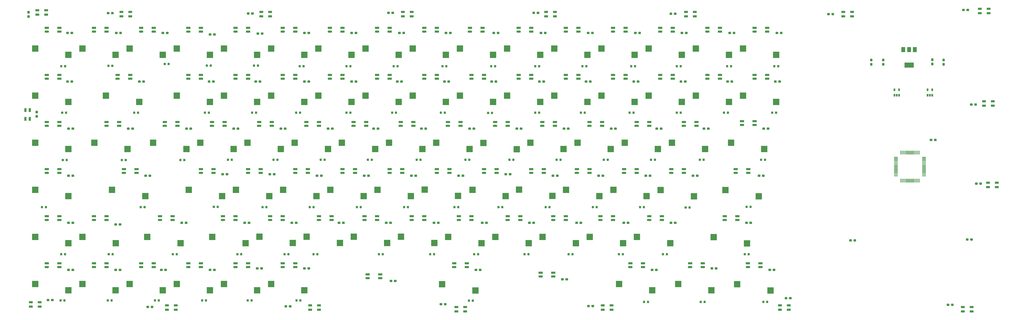
<source format=gtp>
%TF.GenerationSoftware,KiCad,Pcbnew,(5.1.12)-1*%
%TF.CreationDate,2022-01-08T21:51:43+01:00*%
%TF.ProjectId,OLEDUKEY,4f4c4544-554b-4455-992e-6b696361645f,rev?*%
%TF.SameCoordinates,Original*%
%TF.FileFunction,Paste,Top*%
%TF.FilePolarity,Positive*%
%FSLAX46Y46*%
G04 Gerber Fmt 4.6, Leading zero omitted, Abs format (unit mm)*
G04 Created by KiCad (PCBNEW (5.1.12)-1) date 2022-01-08 21:51:43*
%MOMM*%
%LPD*%
G01*
G04 APERTURE LIST*
%ADD10R,1.700000X0.820000*%
%ADD11R,1.600000X0.850000*%
%ADD12R,0.850000X1.600000*%
%ADD13R,2.550000X2.500000*%
%ADD14R,0.650000X1.060000*%
%ADD15R,3.800000X2.000000*%
%ADD16R,1.500000X2.000000*%
G04 APERTURE END LIST*
D10*
%TO.C,D386*%
X260093140Y-75672332D03*
G36*
G01*
X254163140Y-75877332D02*
X254163140Y-75467332D01*
G75*
G02*
X254368140Y-75262332I205000J0D01*
G01*
X255658140Y-75262332D01*
G75*
G02*
X255863140Y-75467332I0J-205000D01*
G01*
X255863140Y-75877332D01*
G75*
G02*
X255658140Y-76082332I-205000J0D01*
G01*
X254368140Y-76082332D01*
G75*
G02*
X254163140Y-75877332I0J205000D01*
G01*
G37*
X255013140Y-74148332D03*
X260093140Y-74148332D03*
%TD*%
%TO.C,D385*%
X236728000Y-75692000D03*
G36*
G01*
X230798000Y-75897000D02*
X230798000Y-75487000D01*
G75*
G02*
X231003000Y-75282000I205000J0D01*
G01*
X232293000Y-75282000D01*
G75*
G02*
X232498000Y-75487000I0J-205000D01*
G01*
X232498000Y-75897000D01*
G75*
G02*
X232293000Y-76102000I-205000J0D01*
G01*
X231003000Y-76102000D01*
G75*
G02*
X230798000Y-75897000I0J205000D01*
G01*
G37*
X231648000Y-74168000D03*
X236728000Y-74168000D03*
%TD*%
%TO.C,D384*%
X212598000Y-75692000D03*
G36*
G01*
X206668000Y-75897000D02*
X206668000Y-75487000D01*
G75*
G02*
X206873000Y-75282000I205000J0D01*
G01*
X208163000Y-75282000D01*
G75*
G02*
X208368000Y-75487000I0J-205000D01*
G01*
X208368000Y-75897000D01*
G75*
G02*
X208163000Y-76102000I-205000J0D01*
G01*
X206873000Y-76102000D01*
G75*
G02*
X206668000Y-75897000I0J205000D01*
G01*
G37*
X207518000Y-74168000D03*
X212598000Y-74168000D03*
%TD*%
%TO.C,D383*%
X176403000Y-79502000D03*
G36*
G01*
X170473000Y-79707000D02*
X170473000Y-79297000D01*
G75*
G02*
X170678000Y-79092000I205000J0D01*
G01*
X171968000Y-79092000D01*
G75*
G02*
X172173000Y-79297000I0J-205000D01*
G01*
X172173000Y-79707000D01*
G75*
G02*
X171968000Y-79912000I-205000J0D01*
G01*
X170678000Y-79912000D01*
G75*
G02*
X170473000Y-79707000I0J205000D01*
G01*
G37*
X171323000Y-77978000D03*
X176403000Y-77978000D03*
%TD*%
%TO.C,D382*%
X141478000Y-75692000D03*
G36*
G01*
X135548000Y-75897000D02*
X135548000Y-75487000D01*
G75*
G02*
X135753000Y-75282000I205000J0D01*
G01*
X137043000Y-75282000D01*
G75*
G02*
X137248000Y-75487000I0J-205000D01*
G01*
X137248000Y-75897000D01*
G75*
G02*
X137043000Y-76102000I-205000J0D01*
G01*
X135753000Y-76102000D01*
G75*
G02*
X135548000Y-75897000I0J205000D01*
G01*
G37*
X136398000Y-74168000D03*
X141478000Y-74168000D03*
%TD*%
%TO.C,D381*%
X106553000Y-80137000D03*
G36*
G01*
X100623000Y-80342000D02*
X100623000Y-79932000D01*
G75*
G02*
X100828000Y-79727000I205000J0D01*
G01*
X102118000Y-79727000D01*
G75*
G02*
X102323000Y-79932000I0J-205000D01*
G01*
X102323000Y-80342000D01*
G75*
G02*
X102118000Y-80547000I-205000J0D01*
G01*
X100828000Y-80547000D01*
G75*
G02*
X100623000Y-80342000I0J205000D01*
G01*
G37*
X101473000Y-78613000D03*
X106553000Y-78613000D03*
%TD*%
%TO.C,D380*%
X72263000Y-75692000D03*
G36*
G01*
X66333000Y-75897000D02*
X66333000Y-75487000D01*
G75*
G02*
X66538000Y-75282000I205000J0D01*
G01*
X67828000Y-75282000D01*
G75*
G02*
X68033000Y-75487000I0J-205000D01*
G01*
X68033000Y-75897000D01*
G75*
G02*
X67828000Y-76102000I-205000J0D01*
G01*
X66538000Y-76102000D01*
G75*
G02*
X66333000Y-75897000I0J205000D01*
G01*
G37*
X67183000Y-74168000D03*
X72263000Y-74168000D03*
%TD*%
%TO.C,D379*%
X53213000Y-75692000D03*
G36*
G01*
X47283000Y-75897000D02*
X47283000Y-75487000D01*
G75*
G02*
X47488000Y-75282000I205000J0D01*
G01*
X48778000Y-75282000D01*
G75*
G02*
X48983000Y-75487000I0J-205000D01*
G01*
X48983000Y-75897000D01*
G75*
G02*
X48778000Y-76102000I-205000J0D01*
G01*
X47488000Y-76102000D01*
G75*
G02*
X47283000Y-75897000I0J205000D01*
G01*
G37*
X48133000Y-74168000D03*
X53213000Y-74168000D03*
%TD*%
%TO.C,D378*%
X34163000Y-75692000D03*
G36*
G01*
X28233000Y-75897000D02*
X28233000Y-75487000D01*
G75*
G02*
X28438000Y-75282000I205000J0D01*
G01*
X29728000Y-75282000D01*
G75*
G02*
X29933000Y-75487000I0J-205000D01*
G01*
X29933000Y-75897000D01*
G75*
G02*
X29728000Y-76102000I-205000J0D01*
G01*
X28438000Y-76102000D01*
G75*
G02*
X28233000Y-75897000I0J205000D01*
G01*
G37*
X29083000Y-74168000D03*
X34163000Y-74168000D03*
%TD*%
%TO.C,D377*%
X15113000Y-75692000D03*
G36*
G01*
X9183000Y-75897000D02*
X9183000Y-75487000D01*
G75*
G02*
X9388000Y-75282000I205000J0D01*
G01*
X10678000Y-75282000D01*
G75*
G02*
X10883000Y-75487000I0J-205000D01*
G01*
X10883000Y-75897000D01*
G75*
G02*
X10678000Y-76102000I-205000J0D01*
G01*
X9388000Y-76102000D01*
G75*
G02*
X9183000Y-75897000I0J205000D01*
G01*
G37*
X10033000Y-74168000D03*
X15113000Y-74168000D03*
%TD*%
%TO.C,D376*%
X-3937000Y-75692000D03*
G36*
G01*
X-9867000Y-75897000D02*
X-9867000Y-75487000D01*
G75*
G02*
X-9662000Y-75282000I205000J0D01*
G01*
X-8372000Y-75282000D01*
G75*
G02*
X-8167000Y-75487000I0J-205000D01*
G01*
X-8167000Y-75897000D01*
G75*
G02*
X-8372000Y-76102000I-205000J0D01*
G01*
X-9662000Y-76102000D01*
G75*
G02*
X-9867000Y-75897000I0J205000D01*
G01*
G37*
X-9017000Y-74168000D03*
X-3937000Y-74168000D03*
%TD*%
%TO.C,D375*%
X-22987000Y-75692000D03*
G36*
G01*
X-28917000Y-75897000D02*
X-28917000Y-75487000D01*
G75*
G02*
X-28712000Y-75282000I205000J0D01*
G01*
X-27422000Y-75282000D01*
G75*
G02*
X-27217000Y-75487000I0J-205000D01*
G01*
X-27217000Y-75897000D01*
G75*
G02*
X-27422000Y-76102000I-205000J0D01*
G01*
X-28712000Y-76102000D01*
G75*
G02*
X-28917000Y-75897000I0J205000D01*
G01*
G37*
X-28067000Y-74168000D03*
X-22987000Y-74168000D03*
%TD*%
%TO.C,D374*%
X-22987000Y-56642000D03*
G36*
G01*
X-28917000Y-56847000D02*
X-28917000Y-56437000D01*
G75*
G02*
X-28712000Y-56232000I205000J0D01*
G01*
X-27422000Y-56232000D01*
G75*
G02*
X-27217000Y-56437000I0J-205000D01*
G01*
X-27217000Y-56847000D01*
G75*
G02*
X-27422000Y-57052000I-205000J0D01*
G01*
X-28712000Y-57052000D01*
G75*
G02*
X-28917000Y-56847000I0J205000D01*
G01*
G37*
X-28067000Y-55118000D03*
X-22987000Y-55118000D03*
%TD*%
%TO.C,D373*%
X-3937000Y-56642000D03*
G36*
G01*
X-9867000Y-56847000D02*
X-9867000Y-56437000D01*
G75*
G02*
X-9662000Y-56232000I205000J0D01*
G01*
X-8372000Y-56232000D01*
G75*
G02*
X-8167000Y-56437000I0J-205000D01*
G01*
X-8167000Y-56847000D01*
G75*
G02*
X-8372000Y-57052000I-205000J0D01*
G01*
X-9662000Y-57052000D01*
G75*
G02*
X-9867000Y-56847000I0J205000D01*
G01*
G37*
X-9017000Y-55118000D03*
X-3937000Y-55118000D03*
%TD*%
%TO.C,D372*%
X22733000Y-56642000D03*
G36*
G01*
X16803000Y-56847000D02*
X16803000Y-56437000D01*
G75*
G02*
X17008000Y-56232000I205000J0D01*
G01*
X18298000Y-56232000D01*
G75*
G02*
X18503000Y-56437000I0J-205000D01*
G01*
X18503000Y-56847000D01*
G75*
G02*
X18298000Y-57052000I-205000J0D01*
G01*
X17008000Y-57052000D01*
G75*
G02*
X16803000Y-56847000I0J205000D01*
G01*
G37*
X17653000Y-55118000D03*
X22733000Y-55118000D03*
%TD*%
%TO.C,D371*%
X48133000Y-56642000D03*
G36*
G01*
X42203000Y-56847000D02*
X42203000Y-56437000D01*
G75*
G02*
X42408000Y-56232000I205000J0D01*
G01*
X43698000Y-56232000D01*
G75*
G02*
X43903000Y-56437000I0J-205000D01*
G01*
X43903000Y-56847000D01*
G75*
G02*
X43698000Y-57052000I-205000J0D01*
G01*
X42408000Y-57052000D01*
G75*
G02*
X42203000Y-56847000I0J205000D01*
G01*
G37*
X43053000Y-55118000D03*
X48133000Y-55118000D03*
%TD*%
%TO.C,D370*%
X67183000Y-56642000D03*
G36*
G01*
X61253000Y-56847000D02*
X61253000Y-56437000D01*
G75*
G02*
X61458000Y-56232000I205000J0D01*
G01*
X62748000Y-56232000D01*
G75*
G02*
X62953000Y-56437000I0J-205000D01*
G01*
X62953000Y-56847000D01*
G75*
G02*
X62748000Y-57052000I-205000J0D01*
G01*
X61458000Y-57052000D01*
G75*
G02*
X61253000Y-56847000I0J205000D01*
G01*
G37*
X62103000Y-55118000D03*
X67183000Y-55118000D03*
%TD*%
%TO.C,D369*%
X86868000Y-56642000D03*
G36*
G01*
X80938000Y-56847000D02*
X80938000Y-56437000D01*
G75*
G02*
X81143000Y-56232000I205000J0D01*
G01*
X82433000Y-56232000D01*
G75*
G02*
X82638000Y-56437000I0J-205000D01*
G01*
X82638000Y-56847000D01*
G75*
G02*
X82433000Y-57052000I-205000J0D01*
G01*
X81143000Y-57052000D01*
G75*
G02*
X80938000Y-56847000I0J205000D01*
G01*
G37*
X81788000Y-55118000D03*
X86868000Y-55118000D03*
%TD*%
%TO.C,D368*%
X105283000Y-56642000D03*
G36*
G01*
X99353000Y-56847000D02*
X99353000Y-56437000D01*
G75*
G02*
X99558000Y-56232000I205000J0D01*
G01*
X100848000Y-56232000D01*
G75*
G02*
X101053000Y-56437000I0J-205000D01*
G01*
X101053000Y-56847000D01*
G75*
G02*
X100848000Y-57052000I-205000J0D01*
G01*
X99558000Y-57052000D01*
G75*
G02*
X99353000Y-56847000I0J205000D01*
G01*
G37*
X100203000Y-55118000D03*
X105283000Y-55118000D03*
%TD*%
%TO.C,D367*%
X124333000Y-56642000D03*
G36*
G01*
X118403000Y-56847000D02*
X118403000Y-56437000D01*
G75*
G02*
X118608000Y-56232000I205000J0D01*
G01*
X119898000Y-56232000D01*
G75*
G02*
X120103000Y-56437000I0J-205000D01*
G01*
X120103000Y-56847000D01*
G75*
G02*
X119898000Y-57052000I-205000J0D01*
G01*
X118608000Y-57052000D01*
G75*
G02*
X118403000Y-56847000I0J205000D01*
G01*
G37*
X119253000Y-55118000D03*
X124333000Y-55118000D03*
%TD*%
%TO.C,D366*%
X143383000Y-56642000D03*
G36*
G01*
X137453000Y-56847000D02*
X137453000Y-56437000D01*
G75*
G02*
X137658000Y-56232000I205000J0D01*
G01*
X138948000Y-56232000D01*
G75*
G02*
X139153000Y-56437000I0J-205000D01*
G01*
X139153000Y-56847000D01*
G75*
G02*
X138948000Y-57052000I-205000J0D01*
G01*
X137658000Y-57052000D01*
G75*
G02*
X137453000Y-56847000I0J205000D01*
G01*
G37*
X138303000Y-55118000D03*
X143383000Y-55118000D03*
%TD*%
%TO.C,D365*%
X163068000Y-56642000D03*
G36*
G01*
X157138000Y-56847000D02*
X157138000Y-56437000D01*
G75*
G02*
X157343000Y-56232000I205000J0D01*
G01*
X158633000Y-56232000D01*
G75*
G02*
X158838000Y-56437000I0J-205000D01*
G01*
X158838000Y-56847000D01*
G75*
G02*
X158633000Y-57052000I-205000J0D01*
G01*
X157343000Y-57052000D01*
G75*
G02*
X157138000Y-56847000I0J205000D01*
G01*
G37*
X157988000Y-55118000D03*
X163068000Y-55118000D03*
%TD*%
%TO.C,D364*%
X181483000Y-56642000D03*
G36*
G01*
X175553000Y-56847000D02*
X175553000Y-56437000D01*
G75*
G02*
X175758000Y-56232000I205000J0D01*
G01*
X177048000Y-56232000D01*
G75*
G02*
X177253000Y-56437000I0J-205000D01*
G01*
X177253000Y-56847000D01*
G75*
G02*
X177048000Y-57052000I-205000J0D01*
G01*
X175758000Y-57052000D01*
G75*
G02*
X175553000Y-56847000I0J205000D01*
G01*
G37*
X176403000Y-55118000D03*
X181483000Y-55118000D03*
%TD*%
%TO.C,D363*%
X200533000Y-56642000D03*
G36*
G01*
X194603000Y-56847000D02*
X194603000Y-56437000D01*
G75*
G02*
X194808000Y-56232000I205000J0D01*
G01*
X196098000Y-56232000D01*
G75*
G02*
X196303000Y-56437000I0J-205000D01*
G01*
X196303000Y-56847000D01*
G75*
G02*
X196098000Y-57052000I-205000J0D01*
G01*
X194808000Y-57052000D01*
G75*
G02*
X194603000Y-56847000I0J205000D01*
G01*
G37*
X195453000Y-55118000D03*
X200533000Y-55118000D03*
%TD*%
%TO.C,D362*%
X220218000Y-56642000D03*
G36*
G01*
X214288000Y-56847000D02*
X214288000Y-56437000D01*
G75*
G02*
X214493000Y-56232000I205000J0D01*
G01*
X215783000Y-56232000D01*
G75*
G02*
X215988000Y-56437000I0J-205000D01*
G01*
X215988000Y-56847000D01*
G75*
G02*
X215783000Y-57052000I-205000J0D01*
G01*
X214493000Y-57052000D01*
G75*
G02*
X214288000Y-56847000I0J205000D01*
G01*
G37*
X215138000Y-55118000D03*
X220218000Y-55118000D03*
%TD*%
%TO.C,D361*%
X250698000Y-56642000D03*
G36*
G01*
X244768000Y-56847000D02*
X244768000Y-56437000D01*
G75*
G02*
X244973000Y-56232000I205000J0D01*
G01*
X246263000Y-56232000D01*
G75*
G02*
X246468000Y-56437000I0J-205000D01*
G01*
X246468000Y-56847000D01*
G75*
G02*
X246263000Y-57052000I-205000J0D01*
G01*
X244973000Y-57052000D01*
G75*
G02*
X244768000Y-56847000I0J205000D01*
G01*
G37*
X245618000Y-55118000D03*
X250698000Y-55118000D03*
%TD*%
%TO.C,D360*%
X255143000Y-37592000D03*
G36*
G01*
X249213000Y-37797000D02*
X249213000Y-37387000D01*
G75*
G02*
X249418000Y-37182000I205000J0D01*
G01*
X250708000Y-37182000D01*
G75*
G02*
X250913000Y-37387000I0J-205000D01*
G01*
X250913000Y-37797000D01*
G75*
G02*
X250708000Y-38002000I-205000J0D01*
G01*
X249418000Y-38002000D01*
G75*
G02*
X249213000Y-37797000I0J205000D01*
G01*
G37*
X250063000Y-36068000D03*
X255143000Y-36068000D03*
%TD*%
%TO.C,D359*%
X229108000Y-37592000D03*
G36*
G01*
X223178000Y-37797000D02*
X223178000Y-37387000D01*
G75*
G02*
X223383000Y-37182000I205000J0D01*
G01*
X224673000Y-37182000D01*
G75*
G02*
X224878000Y-37387000I0J-205000D01*
G01*
X224878000Y-37797000D01*
G75*
G02*
X224673000Y-38002000I-205000J0D01*
G01*
X223383000Y-38002000D01*
G75*
G02*
X223178000Y-37797000I0J205000D01*
G01*
G37*
X224028000Y-36068000D03*
X229108000Y-36068000D03*
%TD*%
%TO.C,D358*%
X210058000Y-37592000D03*
G36*
G01*
X204128000Y-37797000D02*
X204128000Y-37387000D01*
G75*
G02*
X204333000Y-37182000I205000J0D01*
G01*
X205623000Y-37182000D01*
G75*
G02*
X205828000Y-37387000I0J-205000D01*
G01*
X205828000Y-37797000D01*
G75*
G02*
X205623000Y-38002000I-205000J0D01*
G01*
X204333000Y-38002000D01*
G75*
G02*
X204128000Y-37797000I0J205000D01*
G01*
G37*
X204978000Y-36068000D03*
X210058000Y-36068000D03*
%TD*%
%TO.C,D357*%
X191008000Y-37592000D03*
G36*
G01*
X185078000Y-37797000D02*
X185078000Y-37387000D01*
G75*
G02*
X185283000Y-37182000I205000J0D01*
G01*
X186573000Y-37182000D01*
G75*
G02*
X186778000Y-37387000I0J-205000D01*
G01*
X186778000Y-37797000D01*
G75*
G02*
X186573000Y-38002000I-205000J0D01*
G01*
X185283000Y-38002000D01*
G75*
G02*
X185078000Y-37797000I0J205000D01*
G01*
G37*
X185928000Y-36068000D03*
X191008000Y-36068000D03*
%TD*%
%TO.C,D356*%
X172593000Y-37592000D03*
G36*
G01*
X166663000Y-37797000D02*
X166663000Y-37387000D01*
G75*
G02*
X166868000Y-37182000I205000J0D01*
G01*
X168158000Y-37182000D01*
G75*
G02*
X168363000Y-37387000I0J-205000D01*
G01*
X168363000Y-37797000D01*
G75*
G02*
X168158000Y-38002000I-205000J0D01*
G01*
X166868000Y-38002000D01*
G75*
G02*
X166663000Y-37797000I0J205000D01*
G01*
G37*
X167513000Y-36068000D03*
X172593000Y-36068000D03*
%TD*%
%TO.C,D355*%
X153543000Y-37592000D03*
G36*
G01*
X147613000Y-37797000D02*
X147613000Y-37387000D01*
G75*
G02*
X147818000Y-37182000I205000J0D01*
G01*
X149108000Y-37182000D01*
G75*
G02*
X149313000Y-37387000I0J-205000D01*
G01*
X149313000Y-37797000D01*
G75*
G02*
X149108000Y-38002000I-205000J0D01*
G01*
X147818000Y-38002000D01*
G75*
G02*
X147613000Y-37797000I0J205000D01*
G01*
G37*
X148463000Y-36068000D03*
X153543000Y-36068000D03*
%TD*%
%TO.C,D354*%
X134493000Y-37592000D03*
G36*
G01*
X128563000Y-37797000D02*
X128563000Y-37387000D01*
G75*
G02*
X128768000Y-37182000I205000J0D01*
G01*
X130058000Y-37182000D01*
G75*
G02*
X130263000Y-37387000I0J-205000D01*
G01*
X130263000Y-37797000D01*
G75*
G02*
X130058000Y-38002000I-205000J0D01*
G01*
X128768000Y-38002000D01*
G75*
G02*
X128563000Y-37797000I0J205000D01*
G01*
G37*
X129413000Y-36068000D03*
X134493000Y-36068000D03*
%TD*%
%TO.C,D353*%
X115443000Y-37592000D03*
G36*
G01*
X109513000Y-37797000D02*
X109513000Y-37387000D01*
G75*
G02*
X109718000Y-37182000I205000J0D01*
G01*
X111008000Y-37182000D01*
G75*
G02*
X111213000Y-37387000I0J-205000D01*
G01*
X111213000Y-37797000D01*
G75*
G02*
X111008000Y-38002000I-205000J0D01*
G01*
X109718000Y-38002000D01*
G75*
G02*
X109513000Y-37797000I0J205000D01*
G01*
G37*
X110363000Y-36068000D03*
X115443000Y-36068000D03*
%TD*%
%TO.C,D352*%
X96393000Y-37592000D03*
G36*
G01*
X90463000Y-37797000D02*
X90463000Y-37387000D01*
G75*
G02*
X90668000Y-37182000I205000J0D01*
G01*
X91958000Y-37182000D01*
G75*
G02*
X92163000Y-37387000I0J-205000D01*
G01*
X92163000Y-37797000D01*
G75*
G02*
X91958000Y-38002000I-205000J0D01*
G01*
X90668000Y-38002000D01*
G75*
G02*
X90463000Y-37797000I0J205000D01*
G01*
G37*
X91313000Y-36068000D03*
X96393000Y-36068000D03*
%TD*%
%TO.C,D351*%
X77343000Y-37592000D03*
G36*
G01*
X71413000Y-37797000D02*
X71413000Y-37387000D01*
G75*
G02*
X71618000Y-37182000I205000J0D01*
G01*
X72908000Y-37182000D01*
G75*
G02*
X73113000Y-37387000I0J-205000D01*
G01*
X73113000Y-37797000D01*
G75*
G02*
X72908000Y-38002000I-205000J0D01*
G01*
X71618000Y-38002000D01*
G75*
G02*
X71413000Y-37797000I0J205000D01*
G01*
G37*
X72263000Y-36068000D03*
X77343000Y-36068000D03*
%TD*%
%TO.C,D350*%
X58293000Y-37592000D03*
G36*
G01*
X52363000Y-37797000D02*
X52363000Y-37387000D01*
G75*
G02*
X52568000Y-37182000I205000J0D01*
G01*
X53858000Y-37182000D01*
G75*
G02*
X54063000Y-37387000I0J-205000D01*
G01*
X54063000Y-37797000D01*
G75*
G02*
X53858000Y-38002000I-205000J0D01*
G01*
X52568000Y-38002000D01*
G75*
G02*
X52363000Y-37797000I0J205000D01*
G01*
G37*
X53213000Y-36068000D03*
X58293000Y-36068000D03*
%TD*%
%TO.C,D349*%
X39243000Y-37592000D03*
G36*
G01*
X33313000Y-37797000D02*
X33313000Y-37387000D01*
G75*
G02*
X33518000Y-37182000I205000J0D01*
G01*
X34808000Y-37182000D01*
G75*
G02*
X35013000Y-37387000I0J-205000D01*
G01*
X35013000Y-37797000D01*
G75*
G02*
X34808000Y-38002000I-205000J0D01*
G01*
X33518000Y-38002000D01*
G75*
G02*
X33313000Y-37797000I0J205000D01*
G01*
G37*
X34163000Y-36068000D03*
X39243000Y-36068000D03*
%TD*%
%TO.C,D348*%
X8128000Y-37592000D03*
G36*
G01*
X2198000Y-37797000D02*
X2198000Y-37387000D01*
G75*
G02*
X2403000Y-37182000I205000J0D01*
G01*
X3693000Y-37182000D01*
G75*
G02*
X3898000Y-37387000I0J-205000D01*
G01*
X3898000Y-37797000D01*
G75*
G02*
X3693000Y-38002000I-205000J0D01*
G01*
X2403000Y-38002000D01*
G75*
G02*
X2198000Y-37797000I0J205000D01*
G01*
G37*
X3048000Y-36068000D03*
X8128000Y-36068000D03*
%TD*%
%TO.C,D347*%
X-22987000Y-37592000D03*
G36*
G01*
X-28917000Y-37797000D02*
X-28917000Y-37387000D01*
G75*
G02*
X-28712000Y-37182000I205000J0D01*
G01*
X-27422000Y-37182000D01*
G75*
G02*
X-27217000Y-37387000I0J-205000D01*
G01*
X-27217000Y-37797000D01*
G75*
G02*
X-27422000Y-38002000I-205000J0D01*
G01*
X-28712000Y-38002000D01*
G75*
G02*
X-28917000Y-37797000I0J205000D01*
G01*
G37*
X-28067000Y-36068000D03*
X-22987000Y-36068000D03*
%TD*%
%TO.C,D346*%
X-22987000Y-18542000D03*
G36*
G01*
X-28917000Y-18747000D02*
X-28917000Y-18337000D01*
G75*
G02*
X-28712000Y-18132000I205000J0D01*
G01*
X-27422000Y-18132000D01*
G75*
G02*
X-27217000Y-18337000I0J-205000D01*
G01*
X-27217000Y-18747000D01*
G75*
G02*
X-27422000Y-18952000I-205000J0D01*
G01*
X-28712000Y-18952000D01*
G75*
G02*
X-28917000Y-18747000I0J205000D01*
G01*
G37*
X-28067000Y-17018000D03*
X-22987000Y-17018000D03*
%TD*%
%TO.C,D345*%
X1143000Y-18542000D03*
G36*
G01*
X-4787000Y-18747000D02*
X-4787000Y-18337000D01*
G75*
G02*
X-4582000Y-18132000I205000J0D01*
G01*
X-3292000Y-18132000D01*
G75*
G02*
X-3087000Y-18337000I0J-205000D01*
G01*
X-3087000Y-18747000D01*
G75*
G02*
X-3292000Y-18952000I-205000J0D01*
G01*
X-4582000Y-18952000D01*
G75*
G02*
X-4787000Y-18747000I0J205000D01*
G01*
G37*
X-3937000Y-17018000D03*
X1143000Y-17018000D03*
%TD*%
%TO.C,D344*%
X24638000Y-18542000D03*
G36*
G01*
X18708000Y-18747000D02*
X18708000Y-18337000D01*
G75*
G02*
X18913000Y-18132000I205000J0D01*
G01*
X20203000Y-18132000D01*
G75*
G02*
X20408000Y-18337000I0J-205000D01*
G01*
X20408000Y-18747000D01*
G75*
G02*
X20203000Y-18952000I-205000J0D01*
G01*
X18913000Y-18952000D01*
G75*
G02*
X18708000Y-18747000I0J205000D01*
G01*
G37*
X19558000Y-17018000D03*
X24638000Y-17018000D03*
%TD*%
%TO.C,D343*%
X43688000Y-18542000D03*
G36*
G01*
X37758000Y-18747000D02*
X37758000Y-18337000D01*
G75*
G02*
X37963000Y-18132000I205000J0D01*
G01*
X39253000Y-18132000D01*
G75*
G02*
X39458000Y-18337000I0J-205000D01*
G01*
X39458000Y-18747000D01*
G75*
G02*
X39253000Y-18952000I-205000J0D01*
G01*
X37963000Y-18952000D01*
G75*
G02*
X37758000Y-18747000I0J205000D01*
G01*
G37*
X38608000Y-17018000D03*
X43688000Y-17018000D03*
%TD*%
%TO.C,D342*%
X62738000Y-18542000D03*
G36*
G01*
X56808000Y-18747000D02*
X56808000Y-18337000D01*
G75*
G02*
X57013000Y-18132000I205000J0D01*
G01*
X58303000Y-18132000D01*
G75*
G02*
X58508000Y-18337000I0J-205000D01*
G01*
X58508000Y-18747000D01*
G75*
G02*
X58303000Y-18952000I-205000J0D01*
G01*
X57013000Y-18952000D01*
G75*
G02*
X56808000Y-18747000I0J205000D01*
G01*
G37*
X57658000Y-17018000D03*
X62738000Y-17018000D03*
%TD*%
%TO.C,D341*%
X81788000Y-18542000D03*
G36*
G01*
X75858000Y-18747000D02*
X75858000Y-18337000D01*
G75*
G02*
X76063000Y-18132000I205000J0D01*
G01*
X77353000Y-18132000D01*
G75*
G02*
X77558000Y-18337000I0J-205000D01*
G01*
X77558000Y-18747000D01*
G75*
G02*
X77353000Y-18952000I-205000J0D01*
G01*
X76063000Y-18952000D01*
G75*
G02*
X75858000Y-18747000I0J205000D01*
G01*
G37*
X76708000Y-17018000D03*
X81788000Y-17018000D03*
%TD*%
%TO.C,D340*%
X100838000Y-18542000D03*
G36*
G01*
X94908000Y-18747000D02*
X94908000Y-18337000D01*
G75*
G02*
X95113000Y-18132000I205000J0D01*
G01*
X96403000Y-18132000D01*
G75*
G02*
X96608000Y-18337000I0J-205000D01*
G01*
X96608000Y-18747000D01*
G75*
G02*
X96403000Y-18952000I-205000J0D01*
G01*
X95113000Y-18952000D01*
G75*
G02*
X94908000Y-18747000I0J205000D01*
G01*
G37*
X95758000Y-17018000D03*
X100838000Y-17018000D03*
%TD*%
%TO.C,D339*%
X119888000Y-18542000D03*
G36*
G01*
X113958000Y-18747000D02*
X113958000Y-18337000D01*
G75*
G02*
X114163000Y-18132000I205000J0D01*
G01*
X115453000Y-18132000D01*
G75*
G02*
X115658000Y-18337000I0J-205000D01*
G01*
X115658000Y-18747000D01*
G75*
G02*
X115453000Y-18952000I-205000J0D01*
G01*
X114163000Y-18952000D01*
G75*
G02*
X113958000Y-18747000I0J205000D01*
G01*
G37*
X114808000Y-17018000D03*
X119888000Y-17018000D03*
%TD*%
%TO.C,D338*%
X138938000Y-18542000D03*
G36*
G01*
X133008000Y-18747000D02*
X133008000Y-18337000D01*
G75*
G02*
X133213000Y-18132000I205000J0D01*
G01*
X134503000Y-18132000D01*
G75*
G02*
X134708000Y-18337000I0J-205000D01*
G01*
X134708000Y-18747000D01*
G75*
G02*
X134503000Y-18952000I-205000J0D01*
G01*
X133213000Y-18952000D01*
G75*
G02*
X133008000Y-18747000I0J205000D01*
G01*
G37*
X133858000Y-17018000D03*
X138938000Y-17018000D03*
%TD*%
%TO.C,D337*%
X157988000Y-18542000D03*
G36*
G01*
X152058000Y-18747000D02*
X152058000Y-18337000D01*
G75*
G02*
X152263000Y-18132000I205000J0D01*
G01*
X153553000Y-18132000D01*
G75*
G02*
X153758000Y-18337000I0J-205000D01*
G01*
X153758000Y-18747000D01*
G75*
G02*
X153553000Y-18952000I-205000J0D01*
G01*
X152263000Y-18952000D01*
G75*
G02*
X152058000Y-18747000I0J205000D01*
G01*
G37*
X152908000Y-17018000D03*
X157988000Y-17018000D03*
%TD*%
%TO.C,D336*%
X177038000Y-18542000D03*
G36*
G01*
X171108000Y-18747000D02*
X171108000Y-18337000D01*
G75*
G02*
X171313000Y-18132000I205000J0D01*
G01*
X172603000Y-18132000D01*
G75*
G02*
X172808000Y-18337000I0J-205000D01*
G01*
X172808000Y-18747000D01*
G75*
G02*
X172603000Y-18952000I-205000J0D01*
G01*
X171313000Y-18952000D01*
G75*
G02*
X171108000Y-18747000I0J205000D01*
G01*
G37*
X171958000Y-17018000D03*
X177038000Y-17018000D03*
%TD*%
%TO.C,D335*%
X196088000Y-18542000D03*
G36*
G01*
X190158000Y-18747000D02*
X190158000Y-18337000D01*
G75*
G02*
X190363000Y-18132000I205000J0D01*
G01*
X191653000Y-18132000D01*
G75*
G02*
X191858000Y-18337000I0J-205000D01*
G01*
X191858000Y-18747000D01*
G75*
G02*
X191653000Y-18952000I-205000J0D01*
G01*
X190363000Y-18952000D01*
G75*
G02*
X190158000Y-18747000I0J205000D01*
G01*
G37*
X191008000Y-17018000D03*
X196088000Y-17018000D03*
%TD*%
%TO.C,D334*%
X215138000Y-18542000D03*
G36*
G01*
X209208000Y-18747000D02*
X209208000Y-18337000D01*
G75*
G02*
X209413000Y-18132000I205000J0D01*
G01*
X210703000Y-18132000D01*
G75*
G02*
X210908000Y-18337000I0J-205000D01*
G01*
X210908000Y-18747000D01*
G75*
G02*
X210703000Y-18952000I-205000J0D01*
G01*
X209413000Y-18952000D01*
G75*
G02*
X209208000Y-18747000I0J205000D01*
G01*
G37*
X210058000Y-17018000D03*
X215138000Y-17018000D03*
%TD*%
%TO.C,D333*%
X234188000Y-18542000D03*
G36*
G01*
X228258000Y-18747000D02*
X228258000Y-18337000D01*
G75*
G02*
X228463000Y-18132000I205000J0D01*
G01*
X229753000Y-18132000D01*
G75*
G02*
X229958000Y-18337000I0J-205000D01*
G01*
X229958000Y-18747000D01*
G75*
G02*
X229753000Y-18952000I-205000J0D01*
G01*
X228463000Y-18952000D01*
G75*
G02*
X228258000Y-18747000I0J205000D01*
G01*
G37*
X229108000Y-17018000D03*
X234188000Y-17018000D03*
%TD*%
%TO.C,D332*%
X257683000Y-18161000D03*
G36*
G01*
X251753000Y-18366000D02*
X251753000Y-17956000D01*
G75*
G02*
X251958000Y-17751000I205000J0D01*
G01*
X253248000Y-17751000D01*
G75*
G02*
X253453000Y-17956000I0J-205000D01*
G01*
X253453000Y-18366000D01*
G75*
G02*
X253248000Y-18571000I-205000J0D01*
G01*
X251958000Y-18571000D01*
G75*
G02*
X251753000Y-18366000I0J205000D01*
G01*
G37*
X252603000Y-16637000D03*
X257683000Y-16637000D03*
%TD*%
%TO.C,D331*%
X262763000Y508000D03*
G36*
G01*
X256833000Y303000D02*
X256833000Y713000D01*
G75*
G02*
X257038000Y918000I205000J0D01*
G01*
X258328000Y918000D01*
G75*
G02*
X258533000Y713000I0J-205000D01*
G01*
X258533000Y303000D01*
G75*
G02*
X258328000Y98000I-205000J0D01*
G01*
X257038000Y98000D01*
G75*
G02*
X256833000Y303000I0J205000D01*
G01*
G37*
X257683000Y2032000D03*
X262763000Y2032000D03*
%TD*%
%TO.C,D330*%
X243713000Y508000D03*
G36*
G01*
X237783000Y303000D02*
X237783000Y713000D01*
G75*
G02*
X237988000Y918000I205000J0D01*
G01*
X239278000Y918000D01*
G75*
G02*
X239483000Y713000I0J-205000D01*
G01*
X239483000Y303000D01*
G75*
G02*
X239278000Y98000I-205000J0D01*
G01*
X237988000Y98000D01*
G75*
G02*
X237783000Y303000I0J205000D01*
G01*
G37*
X238633000Y2032000D03*
X243713000Y2032000D03*
%TD*%
%TO.C,D329*%
X224663000Y508000D03*
G36*
G01*
X218733000Y303000D02*
X218733000Y713000D01*
G75*
G02*
X218938000Y918000I205000J0D01*
G01*
X220228000Y918000D01*
G75*
G02*
X220433000Y713000I0J-205000D01*
G01*
X220433000Y303000D01*
G75*
G02*
X220228000Y98000I-205000J0D01*
G01*
X218938000Y98000D01*
G75*
G02*
X218733000Y303000I0J205000D01*
G01*
G37*
X219583000Y2032000D03*
X224663000Y2032000D03*
%TD*%
%TO.C,D328*%
X205613000Y508000D03*
G36*
G01*
X199683000Y303000D02*
X199683000Y713000D01*
G75*
G02*
X199888000Y918000I205000J0D01*
G01*
X201178000Y918000D01*
G75*
G02*
X201383000Y713000I0J-205000D01*
G01*
X201383000Y303000D01*
G75*
G02*
X201178000Y98000I-205000J0D01*
G01*
X199888000Y98000D01*
G75*
G02*
X199683000Y303000I0J205000D01*
G01*
G37*
X200533000Y2032000D03*
X205613000Y2032000D03*
%TD*%
%TO.C,D327*%
X186563000Y508000D03*
G36*
G01*
X180633000Y303000D02*
X180633000Y713000D01*
G75*
G02*
X180838000Y918000I205000J0D01*
G01*
X182128000Y918000D01*
G75*
G02*
X182333000Y713000I0J-205000D01*
G01*
X182333000Y303000D01*
G75*
G02*
X182128000Y98000I-205000J0D01*
G01*
X180838000Y98000D01*
G75*
G02*
X180633000Y303000I0J205000D01*
G01*
G37*
X181483000Y2032000D03*
X186563000Y2032000D03*
%TD*%
%TO.C,D326*%
X167513000Y508000D03*
G36*
G01*
X161583000Y303000D02*
X161583000Y713000D01*
G75*
G02*
X161788000Y918000I205000J0D01*
G01*
X163078000Y918000D01*
G75*
G02*
X163283000Y713000I0J-205000D01*
G01*
X163283000Y303000D01*
G75*
G02*
X163078000Y98000I-205000J0D01*
G01*
X161788000Y98000D01*
G75*
G02*
X161583000Y303000I0J205000D01*
G01*
G37*
X162433000Y2032000D03*
X167513000Y2032000D03*
%TD*%
%TO.C,D325*%
X148463000Y508000D03*
G36*
G01*
X142533000Y303000D02*
X142533000Y713000D01*
G75*
G02*
X142738000Y918000I205000J0D01*
G01*
X144028000Y918000D01*
G75*
G02*
X144233000Y713000I0J-205000D01*
G01*
X144233000Y303000D01*
G75*
G02*
X144028000Y98000I-205000J0D01*
G01*
X142738000Y98000D01*
G75*
G02*
X142533000Y303000I0J205000D01*
G01*
G37*
X143383000Y2032000D03*
X148463000Y2032000D03*
%TD*%
%TO.C,D324*%
X129413000Y508000D03*
G36*
G01*
X123483000Y303000D02*
X123483000Y713000D01*
G75*
G02*
X123688000Y918000I205000J0D01*
G01*
X124978000Y918000D01*
G75*
G02*
X125183000Y713000I0J-205000D01*
G01*
X125183000Y303000D01*
G75*
G02*
X124978000Y98000I-205000J0D01*
G01*
X123688000Y98000D01*
G75*
G02*
X123483000Y303000I0J205000D01*
G01*
G37*
X124333000Y2032000D03*
X129413000Y2032000D03*
%TD*%
%TO.C,D323*%
X110363000Y508000D03*
G36*
G01*
X104433000Y303000D02*
X104433000Y713000D01*
G75*
G02*
X104638000Y918000I205000J0D01*
G01*
X105928000Y918000D01*
G75*
G02*
X106133000Y713000I0J-205000D01*
G01*
X106133000Y303000D01*
G75*
G02*
X105928000Y98000I-205000J0D01*
G01*
X104638000Y98000D01*
G75*
G02*
X104433000Y303000I0J205000D01*
G01*
G37*
X105283000Y2032000D03*
X110363000Y2032000D03*
%TD*%
%TO.C,D322*%
X91313000Y508000D03*
G36*
G01*
X85383000Y303000D02*
X85383000Y713000D01*
G75*
G02*
X85588000Y918000I205000J0D01*
G01*
X86878000Y918000D01*
G75*
G02*
X87083000Y713000I0J-205000D01*
G01*
X87083000Y303000D01*
G75*
G02*
X86878000Y98000I-205000J0D01*
G01*
X85588000Y98000D01*
G75*
G02*
X85383000Y303000I0J205000D01*
G01*
G37*
X86233000Y2032000D03*
X91313000Y2032000D03*
%TD*%
%TO.C,D321*%
X72263000Y508000D03*
G36*
G01*
X66333000Y303000D02*
X66333000Y713000D01*
G75*
G02*
X66538000Y918000I205000J0D01*
G01*
X67828000Y918000D01*
G75*
G02*
X68033000Y713000I0J-205000D01*
G01*
X68033000Y303000D01*
G75*
G02*
X67828000Y98000I-205000J0D01*
G01*
X66538000Y98000D01*
G75*
G02*
X66333000Y303000I0J205000D01*
G01*
G37*
X67183000Y2032000D03*
X72263000Y2032000D03*
%TD*%
%TO.C,D320*%
X53213000Y508000D03*
G36*
G01*
X47283000Y303000D02*
X47283000Y713000D01*
G75*
G02*
X47488000Y918000I205000J0D01*
G01*
X48778000Y918000D01*
G75*
G02*
X48983000Y713000I0J-205000D01*
G01*
X48983000Y303000D01*
G75*
G02*
X48778000Y98000I-205000J0D01*
G01*
X47488000Y98000D01*
G75*
G02*
X47283000Y303000I0J205000D01*
G01*
G37*
X48133000Y2032000D03*
X53213000Y2032000D03*
%TD*%
%TO.C,D319*%
X34163000Y508000D03*
G36*
G01*
X28233000Y303000D02*
X28233000Y713000D01*
G75*
G02*
X28438000Y918000I205000J0D01*
G01*
X29728000Y918000D01*
G75*
G02*
X29933000Y713000I0J-205000D01*
G01*
X29933000Y303000D01*
G75*
G02*
X29728000Y98000I-205000J0D01*
G01*
X28438000Y98000D01*
G75*
G02*
X28233000Y303000I0J205000D01*
G01*
G37*
X29083000Y2032000D03*
X34163000Y2032000D03*
%TD*%
%TO.C,D318*%
X5588000Y508000D03*
G36*
G01*
X-342000Y303000D02*
X-342000Y713000D01*
G75*
G02*
X-137000Y918000I205000J0D01*
G01*
X1153000Y918000D01*
G75*
G02*
X1358000Y713000I0J-205000D01*
G01*
X1358000Y303000D01*
G75*
G02*
X1153000Y98000I-205000J0D01*
G01*
X-137000Y98000D01*
G75*
G02*
X-342000Y303000I0J205000D01*
G01*
G37*
X508000Y2032000D03*
X5588000Y2032000D03*
%TD*%
%TO.C,D317*%
X-22987000Y508000D03*
G36*
G01*
X-28917000Y303000D02*
X-28917000Y713000D01*
G75*
G02*
X-28712000Y918000I205000J0D01*
G01*
X-27422000Y918000D01*
G75*
G02*
X-27217000Y713000I0J-205000D01*
G01*
X-27217000Y303000D01*
G75*
G02*
X-27422000Y98000I-205000J0D01*
G01*
X-28712000Y98000D01*
G75*
G02*
X-28917000Y303000I0J205000D01*
G01*
G37*
X-28067000Y2032000D03*
X-22987000Y2032000D03*
%TD*%
%TO.C,D316*%
X-22987000Y19558000D03*
G36*
G01*
X-28917000Y19353000D02*
X-28917000Y19763000D01*
G75*
G02*
X-28712000Y19968000I205000J0D01*
G01*
X-27422000Y19968000D01*
G75*
G02*
X-27217000Y19763000I0J-205000D01*
G01*
X-27217000Y19353000D01*
G75*
G02*
X-27422000Y19148000I-205000J0D01*
G01*
X-28712000Y19148000D01*
G75*
G02*
X-28917000Y19353000I0J205000D01*
G01*
G37*
X-28067000Y21082000D03*
X-22987000Y21082000D03*
%TD*%
%TO.C,D315*%
X-3937000Y19558000D03*
G36*
G01*
X-9867000Y19353000D02*
X-9867000Y19763000D01*
G75*
G02*
X-9662000Y19968000I205000J0D01*
G01*
X-8372000Y19968000D01*
G75*
G02*
X-8167000Y19763000I0J-205000D01*
G01*
X-8167000Y19353000D01*
G75*
G02*
X-8372000Y19148000I-205000J0D01*
G01*
X-9662000Y19148000D01*
G75*
G02*
X-9867000Y19353000I0J205000D01*
G01*
G37*
X-9017000Y21082000D03*
X-3937000Y21082000D03*
%TD*%
%TO.C,D314*%
X15113000Y19558000D03*
G36*
G01*
X9183000Y19353000D02*
X9183000Y19763000D01*
G75*
G02*
X9388000Y19968000I205000J0D01*
G01*
X10678000Y19968000D01*
G75*
G02*
X10883000Y19763000I0J-205000D01*
G01*
X10883000Y19353000D01*
G75*
G02*
X10678000Y19148000I-205000J0D01*
G01*
X9388000Y19148000D01*
G75*
G02*
X9183000Y19353000I0J205000D01*
G01*
G37*
X10033000Y21082000D03*
X15113000Y21082000D03*
%TD*%
%TO.C,D313*%
X34163000Y19558000D03*
G36*
G01*
X28233000Y19353000D02*
X28233000Y19763000D01*
G75*
G02*
X28438000Y19968000I205000J0D01*
G01*
X29728000Y19968000D01*
G75*
G02*
X29933000Y19763000I0J-205000D01*
G01*
X29933000Y19353000D01*
G75*
G02*
X29728000Y19148000I-205000J0D01*
G01*
X28438000Y19148000D01*
G75*
G02*
X28233000Y19353000I0J205000D01*
G01*
G37*
X29083000Y21082000D03*
X34163000Y21082000D03*
%TD*%
%TO.C,D312*%
X53213000Y19558000D03*
G36*
G01*
X47283000Y19353000D02*
X47283000Y19763000D01*
G75*
G02*
X47488000Y19968000I205000J0D01*
G01*
X48778000Y19968000D01*
G75*
G02*
X48983000Y19763000I0J-205000D01*
G01*
X48983000Y19353000D01*
G75*
G02*
X48778000Y19148000I-205000J0D01*
G01*
X47488000Y19148000D01*
G75*
G02*
X47283000Y19353000I0J205000D01*
G01*
G37*
X48133000Y21082000D03*
X53213000Y21082000D03*
%TD*%
%TO.C,D311*%
X72263000Y19558000D03*
G36*
G01*
X66333000Y19353000D02*
X66333000Y19763000D01*
G75*
G02*
X66538000Y19968000I205000J0D01*
G01*
X67828000Y19968000D01*
G75*
G02*
X68033000Y19763000I0J-205000D01*
G01*
X68033000Y19353000D01*
G75*
G02*
X67828000Y19148000I-205000J0D01*
G01*
X66538000Y19148000D01*
G75*
G02*
X66333000Y19353000I0J205000D01*
G01*
G37*
X67183000Y21082000D03*
X72263000Y21082000D03*
%TD*%
%TO.C,D310*%
X91313000Y19558000D03*
G36*
G01*
X85383000Y19353000D02*
X85383000Y19763000D01*
G75*
G02*
X85588000Y19968000I205000J0D01*
G01*
X86878000Y19968000D01*
G75*
G02*
X87083000Y19763000I0J-205000D01*
G01*
X87083000Y19353000D01*
G75*
G02*
X86878000Y19148000I-205000J0D01*
G01*
X85588000Y19148000D01*
G75*
G02*
X85383000Y19353000I0J205000D01*
G01*
G37*
X86233000Y21082000D03*
X91313000Y21082000D03*
%TD*%
%TO.C,D309*%
X110363000Y19558000D03*
G36*
G01*
X104433000Y19353000D02*
X104433000Y19763000D01*
G75*
G02*
X104638000Y19968000I205000J0D01*
G01*
X105928000Y19968000D01*
G75*
G02*
X106133000Y19763000I0J-205000D01*
G01*
X106133000Y19353000D01*
G75*
G02*
X105928000Y19148000I-205000J0D01*
G01*
X104638000Y19148000D01*
G75*
G02*
X104433000Y19353000I0J205000D01*
G01*
G37*
X105283000Y21082000D03*
X110363000Y21082000D03*
%TD*%
%TO.C,D308*%
X129413000Y19558000D03*
G36*
G01*
X123483000Y19353000D02*
X123483000Y19763000D01*
G75*
G02*
X123688000Y19968000I205000J0D01*
G01*
X124978000Y19968000D01*
G75*
G02*
X125183000Y19763000I0J-205000D01*
G01*
X125183000Y19353000D01*
G75*
G02*
X124978000Y19148000I-205000J0D01*
G01*
X123688000Y19148000D01*
G75*
G02*
X123483000Y19353000I0J205000D01*
G01*
G37*
X124333000Y21082000D03*
X129413000Y21082000D03*
%TD*%
%TO.C,D307*%
X147828000Y19558000D03*
G36*
G01*
X141898000Y19353000D02*
X141898000Y19763000D01*
G75*
G02*
X142103000Y19968000I205000J0D01*
G01*
X143393000Y19968000D01*
G75*
G02*
X143598000Y19763000I0J-205000D01*
G01*
X143598000Y19353000D01*
G75*
G02*
X143393000Y19148000I-205000J0D01*
G01*
X142103000Y19148000D01*
G75*
G02*
X141898000Y19353000I0J205000D01*
G01*
G37*
X142748000Y21082000D03*
X147828000Y21082000D03*
%TD*%
%TO.C,D306*%
X167513000Y19558000D03*
G36*
G01*
X161583000Y19353000D02*
X161583000Y19763000D01*
G75*
G02*
X161788000Y19968000I205000J0D01*
G01*
X163078000Y19968000D01*
G75*
G02*
X163283000Y19763000I0J-205000D01*
G01*
X163283000Y19353000D01*
G75*
G02*
X163078000Y19148000I-205000J0D01*
G01*
X161788000Y19148000D01*
G75*
G02*
X161583000Y19353000I0J205000D01*
G01*
G37*
X162433000Y21082000D03*
X167513000Y21082000D03*
%TD*%
%TO.C,D305*%
X186563000Y19558000D03*
G36*
G01*
X180633000Y19353000D02*
X180633000Y19763000D01*
G75*
G02*
X180838000Y19968000I205000J0D01*
G01*
X182128000Y19968000D01*
G75*
G02*
X182333000Y19763000I0J-205000D01*
G01*
X182333000Y19353000D01*
G75*
G02*
X182128000Y19148000I-205000J0D01*
G01*
X180838000Y19148000D01*
G75*
G02*
X180633000Y19353000I0J205000D01*
G01*
G37*
X181483000Y21082000D03*
X186563000Y21082000D03*
%TD*%
%TO.C,D304*%
X205613000Y19558000D03*
G36*
G01*
X199683000Y19353000D02*
X199683000Y19763000D01*
G75*
G02*
X199888000Y19968000I205000J0D01*
G01*
X201178000Y19968000D01*
G75*
G02*
X201383000Y19763000I0J-205000D01*
G01*
X201383000Y19353000D01*
G75*
G02*
X201178000Y19148000I-205000J0D01*
G01*
X199888000Y19148000D01*
G75*
G02*
X199683000Y19353000I0J205000D01*
G01*
G37*
X200533000Y21082000D03*
X205613000Y21082000D03*
%TD*%
%TO.C,D303*%
X224663000Y19558000D03*
G36*
G01*
X218733000Y19353000D02*
X218733000Y19763000D01*
G75*
G02*
X218938000Y19968000I205000J0D01*
G01*
X220228000Y19968000D01*
G75*
G02*
X220433000Y19763000I0J-205000D01*
G01*
X220433000Y19353000D01*
G75*
G02*
X220228000Y19148000I-205000J0D01*
G01*
X218938000Y19148000D01*
G75*
G02*
X218733000Y19353000I0J205000D01*
G01*
G37*
X219583000Y21082000D03*
X224663000Y21082000D03*
%TD*%
%TO.C,D302*%
X243713000Y19558000D03*
G36*
G01*
X237783000Y19353000D02*
X237783000Y19763000D01*
G75*
G02*
X237988000Y19968000I205000J0D01*
G01*
X239278000Y19968000D01*
G75*
G02*
X239483000Y19763000I0J-205000D01*
G01*
X239483000Y19353000D01*
G75*
G02*
X239278000Y19148000I-205000J0D01*
G01*
X237988000Y19148000D01*
G75*
G02*
X237783000Y19353000I0J205000D01*
G01*
G37*
X238633000Y21082000D03*
X243713000Y21082000D03*
%TD*%
%TO.C,D301*%
X262763000Y19558000D03*
G36*
G01*
X256833000Y19353000D02*
X256833000Y19763000D01*
G75*
G02*
X257038000Y19968000I205000J0D01*
G01*
X258328000Y19968000D01*
G75*
G02*
X258533000Y19763000I0J-205000D01*
G01*
X258533000Y19353000D01*
G75*
G02*
X258328000Y19148000I-205000J0D01*
G01*
X257038000Y19148000D01*
G75*
G02*
X256833000Y19353000I0J205000D01*
G01*
G37*
X257683000Y21082000D03*
X262763000Y21082000D03*
%TD*%
D11*
%TO.C,D710*%
X-30988000Y-89930000D03*
X-30988000Y-91680000D03*
X-34544000Y-89916000D03*
X-34544000Y-91680000D03*
%TD*%
%TO.C,D718*%
X353822000Y-8650000D03*
X353822000Y-10400000D03*
X350266000Y-8636000D03*
X350266000Y-10400000D03*
%TD*%
%TO.C,D717*%
X355473000Y-41543000D03*
X355473000Y-43293000D03*
X351917000Y-41529000D03*
X351917000Y-43293000D03*
%TD*%
%TO.C,D716*%
X345313000Y-91835000D03*
X345313000Y-93585000D03*
X341757000Y-91821000D03*
X341757000Y-93585000D03*
%TD*%
%TO.C,D715*%
X271523140Y-91180332D03*
X271523140Y-92930332D03*
X267967140Y-91166332D03*
X267967140Y-92930332D03*
%TD*%
%TO.C,D714*%
X199898000Y-91200000D03*
X199898000Y-92950000D03*
X196342000Y-91186000D03*
X196342000Y-92950000D03*
%TD*%
%TO.C,D713*%
X140843000Y-91835000D03*
X140843000Y-93585000D03*
X137287000Y-91821000D03*
X137287000Y-93585000D03*
%TD*%
%TO.C,D712*%
X81788000Y-91200000D03*
X81788000Y-92950000D03*
X78232000Y-91186000D03*
X78232000Y-92950000D03*
%TD*%
%TO.C,D711*%
X24003000Y-91200000D03*
X24003000Y-92950000D03*
X20447000Y-91186000D03*
X20447000Y-92950000D03*
%TD*%
D12*
%TO.C,D709*%
X-34939000Y-15748000D03*
X-36689000Y-15748000D03*
X-34925000Y-12192000D03*
X-36689000Y-12192000D03*
%TD*%
D11*
%TO.C,D708*%
X-28321000Y28180000D03*
X-28321000Y26430000D03*
X-31877000Y28194000D03*
X-31877000Y26430000D03*
%TD*%
%TO.C,D707*%
X5588000Y27545000D03*
X5588000Y25795000D03*
X2032000Y27559000D03*
X2032000Y25795000D03*
%TD*%
%TO.C,D706*%
X62103000Y27545000D03*
X62103000Y25795000D03*
X58547000Y27559000D03*
X58547000Y25795000D03*
%TD*%
%TO.C,D705*%
X119253000Y27545000D03*
X119253000Y25795000D03*
X115697000Y27559000D03*
X115697000Y25795000D03*
%TD*%
%TO.C,D704*%
X177038000Y27545000D03*
X177038000Y25795000D03*
X173482000Y27559000D03*
X173482000Y25795000D03*
%TD*%
%TO.C,D703*%
X233553000Y27545000D03*
X233553000Y25795000D03*
X229997000Y27559000D03*
X229997000Y25795000D03*
%TD*%
%TO.C,D702*%
X297053000Y27545000D03*
X297053000Y25795000D03*
X293497000Y27559000D03*
X293497000Y25795000D03*
%TD*%
%TO.C,D701*%
X352143000Y28815000D03*
X352143000Y27065000D03*
X348587000Y28829000D03*
X348587000Y27065000D03*
%TD*%
%TO.C,C301*%
G36*
G01*
X267887500Y18812500D02*
X267887500Y19287500D01*
G75*
G02*
X268125000Y19525000I237500J0D01*
G01*
X268725000Y19525000D01*
G75*
G02*
X268962500Y19287500I0J-237500D01*
G01*
X268962500Y18812500D01*
G75*
G02*
X268725000Y18575000I-237500J0D01*
G01*
X268125000Y18575000D01*
G75*
G02*
X267887500Y18812500I0J237500D01*
G01*
G37*
G36*
G01*
X266162500Y18812500D02*
X266162500Y19287500D01*
G75*
G02*
X266400000Y19525000I237500J0D01*
G01*
X267000000Y19525000D01*
G75*
G02*
X267237500Y19287500I0J-237500D01*
G01*
X267237500Y18812500D01*
G75*
G02*
X267000000Y18575000I-237500J0D01*
G01*
X266400000Y18575000D01*
G75*
G02*
X266162500Y18812500I0J237500D01*
G01*
G37*
%TD*%
D13*
%TO.C,SW54*%
X62490000Y-82550000D03*
X75940000Y-85090000D03*
%TD*%
%TO.C,SW90*%
X-32760000Y-82550000D03*
X-19310000Y-85090000D03*
%TD*%
%TO.C,SW89*%
X-32760000Y-63500000D03*
X-19310000Y-66040000D03*
%TD*%
%TO.C,SW88*%
X-32760000Y-44450000D03*
X-19310000Y-46990000D03*
%TD*%
%TO.C,SW87*%
X-32760000Y-25400000D03*
X-19310000Y-27940000D03*
%TD*%
%TO.C,SW86*%
X-32760000Y-6350000D03*
X-19310000Y-8890000D03*
%TD*%
%TO.C,SW85*%
X-32760000Y12700000D03*
X-19310000Y10160000D03*
%TD*%
%TO.C,SW84*%
X-13710000Y-82550000D03*
X-260000Y-85090000D03*
%TD*%
%TO.C,SW83*%
X-13683997Y-63482703D03*
X-233997Y-66022703D03*
%TD*%
%TO.C,SW82*%
X-1700072Y-44456635D03*
X11749928Y-46996635D03*
%TD*%
%TO.C,SW81*%
X4560000Y-27940000D03*
X-8890000Y-25400000D03*
%TD*%
%TO.C,SW80*%
X9234062Y-8882196D03*
X-4215938Y-6342196D03*
%TD*%
%TO.C,SW79*%
X-13710000Y12700000D03*
X-260000Y10160000D03*
%TD*%
%TO.C,SW76*%
X14859000Y-25400000D03*
X28309000Y-27940000D03*
%TD*%
%TO.C,SW75*%
X24390000Y-6350000D03*
X37840000Y-8890000D03*
%TD*%
%TO.C,SW74*%
X5340000Y12700000D03*
X18790000Y10160000D03*
%TD*%
%TO.C,SW73*%
X24390000Y12700000D03*
X37840000Y10160000D03*
%TD*%
%TO.C,SW72*%
X5340000Y-82550000D03*
X18790000Y-85090000D03*
%TD*%
%TO.C,SW71*%
X25973076Y-66059657D03*
X12523076Y-63519657D03*
%TD*%
%TO.C,SW70*%
X29239778Y-44442095D03*
X42689778Y-46982095D03*
%TD*%
%TO.C,SW69*%
X33902656Y-25382703D03*
X47352656Y-27922703D03*
%TD*%
%TO.C,SW68*%
X43440000Y-6350000D03*
X56890000Y-8890000D03*
%TD*%
%TO.C,SW67*%
X43440000Y12700000D03*
X56890000Y10160000D03*
%TD*%
%TO.C,SW66*%
X24390000Y-82550000D03*
X37840000Y-85090000D03*
%TD*%
%TO.C,SW65*%
X38749767Y-63457188D03*
X52199767Y-65997188D03*
%TD*%
%TO.C,SW64*%
X48289778Y-44415013D03*
X61739778Y-46955013D03*
%TD*%
%TO.C,SW63*%
X52952656Y-25382703D03*
X66402656Y-27922703D03*
%TD*%
%TO.C,SW62*%
X62490000Y-6350000D03*
X75940000Y-8890000D03*
%TD*%
%TO.C,SW61*%
X62490000Y12700000D03*
X75940000Y10160000D03*
%TD*%
%TO.C,SW60*%
X43440000Y-82550000D03*
X56890000Y-85090000D03*
%TD*%
%TO.C,SW59*%
X57811978Y-63411154D03*
X71261978Y-65951154D03*
%TD*%
%TO.C,SW58*%
X67339778Y-44415013D03*
X80789778Y-46955013D03*
%TD*%
%TO.C,SW57*%
X72002656Y-25382703D03*
X85452656Y-27922703D03*
%TD*%
%TO.C,SW56*%
X81540000Y-6350000D03*
X94990000Y-8890000D03*
%TD*%
%TO.C,SW55*%
X81540000Y12700000D03*
X94990000Y10160000D03*
%TD*%
%TO.C,SW53*%
X76861978Y-63411154D03*
X90311978Y-65951154D03*
%TD*%
%TO.C,SW52*%
X86389778Y-44415013D03*
X99839778Y-46955013D03*
%TD*%
%TO.C,SW51*%
X91052656Y-25382703D03*
X104502656Y-27922703D03*
%TD*%
%TO.C,SW50*%
X100590000Y-6350000D03*
X114040000Y-8890000D03*
%TD*%
%TO.C,SW49*%
X100590000Y12700000D03*
X114040000Y10160000D03*
%TD*%
%TO.C,SW47*%
X95911978Y-63411154D03*
X109361978Y-65951154D03*
%TD*%
%TO.C,SW46*%
X105461449Y-44407108D03*
X118911449Y-46947108D03*
%TD*%
%TO.C,SW45*%
X110102656Y-25382703D03*
X123552656Y-27922703D03*
%TD*%
%TO.C,SW44*%
X119640000Y-6350000D03*
X133090000Y-8890000D03*
%TD*%
%TO.C,SW43*%
X119640000Y12700000D03*
X133090000Y10160000D03*
%TD*%
%TO.C,SW41*%
X114908277Y-63393857D03*
X128358277Y-65933857D03*
%TD*%
%TO.C,SW40*%
X124511449Y-44380026D03*
X137961449Y-46920026D03*
%TD*%
%TO.C,SW39*%
X129152656Y-25382703D03*
X142602656Y-27922703D03*
%TD*%
%TO.C,SW38*%
X138690000Y-6350000D03*
X152140000Y-8890000D03*
%TD*%
%TO.C,SW37*%
X138690000Y12700000D03*
X152140000Y10160000D03*
%TD*%
%TO.C,SW36*%
X131520678Y-82605706D03*
X144970678Y-85145706D03*
%TD*%
%TO.C,SW35*%
X133998090Y-63460303D03*
X147448090Y-66000303D03*
%TD*%
%TO.C,SW34*%
X143770000Y-44450000D03*
X157220000Y-46990000D03*
%TD*%
%TO.C,SW33*%
X148191893Y-25429487D03*
X161641893Y-27969487D03*
%TD*%
%TO.C,SW32*%
X157740000Y-6350000D03*
X171190000Y-8890000D03*
%TD*%
%TO.C,SW31*%
X157740000Y12700000D03*
X171190000Y10160000D03*
%TD*%
%TO.C,SW29*%
X153052023Y-63454518D03*
X166502023Y-65994518D03*
%TD*%
%TO.C,SW28*%
X162574802Y-44382969D03*
X176024802Y-46922969D03*
%TD*%
%TO.C,SW27*%
X167138852Y-25393867D03*
X180588852Y-27933867D03*
%TD*%
%TO.C,SW26*%
X176790000Y-6350000D03*
X190240000Y-8890000D03*
%TD*%
%TO.C,SW25*%
X176790000Y12700000D03*
X190240000Y10160000D03*
%TD*%
%TO.C,SW23*%
X172091000Y-63500000D03*
X185541000Y-66040000D03*
%TD*%
%TO.C,SW22*%
X181590945Y-44421077D03*
X195040945Y-46961077D03*
%TD*%
%TO.C,SW21*%
X186189236Y-25393867D03*
X199639236Y-27933867D03*
%TD*%
%TO.C,SW20*%
X195840000Y-6350000D03*
X209290000Y-8890000D03*
%TD*%
%TO.C,SW19*%
X195840000Y12700000D03*
X209290000Y10160000D03*
%TD*%
%TO.C,SW18*%
X216396000Y-85090000D03*
X202946000Y-82550000D03*
%TD*%
%TO.C,SW17*%
X191141000Y-63500000D03*
X204591000Y-66040000D03*
%TD*%
%TO.C,SW16*%
X200660000Y-44450000D03*
X214110000Y-46990000D03*
%TD*%
%TO.C,SW15*%
X205239621Y-25393867D03*
X218689621Y-27933867D03*
%TD*%
%TO.C,SW14*%
X214890000Y-6350000D03*
X228340000Y-8890000D03*
%TD*%
%TO.C,SW13*%
X214890000Y12700000D03*
X228340000Y10160000D03*
%TD*%
%TO.C,SW12*%
X240278000Y-85090000D03*
X226828000Y-82550000D03*
%TD*%
%TO.C,SW11*%
X210191000Y-63500000D03*
X223641000Y-66040000D03*
%TD*%
%TO.C,SW10*%
X219727769Y-44532314D03*
X233177769Y-47072314D03*
%TD*%
%TO.C,SW9*%
X224290005Y-25393867D03*
X237740005Y-27933867D03*
%TD*%
%TO.C,SW8*%
X233940000Y-6350000D03*
X247390000Y-8890000D03*
%TD*%
%TO.C,SW7*%
X233940000Y12700000D03*
X247390000Y10160000D03*
%TD*%
%TO.C,SW6*%
X264109662Y-85115668D03*
X250659662Y-82575668D03*
%TD*%
%TO.C,SW5*%
X241150714Y-63537426D03*
X254600714Y-66077426D03*
%TD*%
%TO.C,SW4*%
X259342489Y-47037919D03*
X245892489Y-44497919D03*
%TD*%
%TO.C,SW3*%
X261614000Y-27940000D03*
X248164000Y-25400000D03*
%TD*%
%TO.C,SW2*%
X252990000Y-6350000D03*
X266440000Y-8890000D03*
%TD*%
%TO.C,SW1*%
X252990000Y12700000D03*
X266440000Y10160000D03*
%TD*%
%TO.C,D90*%
G36*
G01*
X-21367000Y-89410250D02*
X-21367000Y-88897750D01*
G75*
G02*
X-21148250Y-88679000I218750J0D01*
G01*
X-20710750Y-88679000D01*
G75*
G02*
X-20492000Y-88897750I0J-218750D01*
G01*
X-20492000Y-89410250D01*
G75*
G02*
X-20710750Y-89629000I-218750J0D01*
G01*
X-21148250Y-89629000D01*
G75*
G02*
X-21367000Y-89410250I0J218750D01*
G01*
G37*
G36*
G01*
X-22942000Y-89410250D02*
X-22942000Y-88897750D01*
G75*
G02*
X-22723250Y-88679000I218750J0D01*
G01*
X-22285750Y-88679000D01*
G75*
G02*
X-22067000Y-88897750I0J-218750D01*
G01*
X-22067000Y-89410250D01*
G75*
G02*
X-22285750Y-89629000I-218750J0D01*
G01*
X-22723250Y-89629000D01*
G75*
G02*
X-22942000Y-89410250I0J218750D01*
G01*
G37*
%TD*%
%TO.C,D89*%
G36*
G01*
X-21113000Y-70741250D02*
X-21113000Y-70228750D01*
G75*
G02*
X-20894250Y-70010000I218750J0D01*
G01*
X-20456750Y-70010000D01*
G75*
G02*
X-20238000Y-70228750I0J-218750D01*
G01*
X-20238000Y-70741250D01*
G75*
G02*
X-20456750Y-70960000I-218750J0D01*
G01*
X-20894250Y-70960000D01*
G75*
G02*
X-21113000Y-70741250I0J218750D01*
G01*
G37*
G36*
G01*
X-22688000Y-70741250D02*
X-22688000Y-70228750D01*
G75*
G02*
X-22469250Y-70010000I218750J0D01*
G01*
X-22031750Y-70010000D01*
G75*
G02*
X-21813000Y-70228750I0J-218750D01*
G01*
X-21813000Y-70741250D01*
G75*
G02*
X-22031750Y-70960000I-218750J0D01*
G01*
X-22469250Y-70960000D01*
G75*
G02*
X-22688000Y-70741250I0J218750D01*
G01*
G37*
%TD*%
%TO.C,D88*%
G36*
G01*
X-28860000Y-51691250D02*
X-28860000Y-51178750D01*
G75*
G02*
X-28641250Y-50960000I218750J0D01*
G01*
X-28203750Y-50960000D01*
G75*
G02*
X-27985000Y-51178750I0J-218750D01*
G01*
X-27985000Y-51691250D01*
G75*
G02*
X-28203750Y-51910000I-218750J0D01*
G01*
X-28641250Y-51910000D01*
G75*
G02*
X-28860000Y-51691250I0J218750D01*
G01*
G37*
G36*
G01*
X-30435000Y-51691250D02*
X-30435000Y-51178750D01*
G75*
G02*
X-30216250Y-50960000I218750J0D01*
G01*
X-29778750Y-50960000D01*
G75*
G02*
X-29560000Y-51178750I0J-218750D01*
G01*
X-29560000Y-51691250D01*
G75*
G02*
X-29778750Y-51910000I-218750J0D01*
G01*
X-30216250Y-51910000D01*
G75*
G02*
X-30435000Y-51691250I0J218750D01*
G01*
G37*
%TD*%
%TO.C,D87*%
G36*
G01*
X-20452500Y-32641250D02*
X-20452500Y-32128750D01*
G75*
G02*
X-20233750Y-31910000I218750J0D01*
G01*
X-19796250Y-31910000D01*
G75*
G02*
X-19577500Y-32128750I0J-218750D01*
G01*
X-19577500Y-32641250D01*
G75*
G02*
X-19796250Y-32860000I-218750J0D01*
G01*
X-20233750Y-32860000D01*
G75*
G02*
X-20452500Y-32641250I0J218750D01*
G01*
G37*
G36*
G01*
X-22027500Y-32641250D02*
X-22027500Y-32128750D01*
G75*
G02*
X-21808750Y-31910000I218750J0D01*
G01*
X-21371250Y-31910000D01*
G75*
G02*
X-21152500Y-32128750I0J-218750D01*
G01*
X-21152500Y-32641250D01*
G75*
G02*
X-21371250Y-32860000I-218750J0D01*
G01*
X-21808750Y-32860000D01*
G75*
G02*
X-22027500Y-32641250I0J218750D01*
G01*
G37*
%TD*%
%TO.C,D86*%
G36*
G01*
X-20706500Y-13464250D02*
X-20706500Y-12951750D01*
G75*
G02*
X-20487750Y-12733000I218750J0D01*
G01*
X-20050250Y-12733000D01*
G75*
G02*
X-19831500Y-12951750I0J-218750D01*
G01*
X-19831500Y-13464250D01*
G75*
G02*
X-20050250Y-13683000I-218750J0D01*
G01*
X-20487750Y-13683000D01*
G75*
G02*
X-20706500Y-13464250I0J218750D01*
G01*
G37*
G36*
G01*
X-22281500Y-13464250D02*
X-22281500Y-12951750D01*
G75*
G02*
X-22062750Y-12733000I218750J0D01*
G01*
X-21625250Y-12733000D01*
G75*
G02*
X-21406500Y-12951750I0J-218750D01*
G01*
X-21406500Y-13464250D01*
G75*
G02*
X-21625250Y-13683000I-218750J0D01*
G01*
X-22062750Y-13683000D01*
G75*
G02*
X-22281500Y-13464250I0J218750D01*
G01*
G37*
%TD*%
%TO.C,D85*%
G36*
G01*
X-21087500Y5331750D02*
X-21087500Y5844250D01*
G75*
G02*
X-20868750Y6063000I218750J0D01*
G01*
X-20431250Y6063000D01*
G75*
G02*
X-20212500Y5844250I0J-218750D01*
G01*
X-20212500Y5331750D01*
G75*
G02*
X-20431250Y5113000I-218750J0D01*
G01*
X-20868750Y5113000D01*
G75*
G02*
X-21087500Y5331750I0J218750D01*
G01*
G37*
G36*
G01*
X-22662500Y5331750D02*
X-22662500Y5844250D01*
G75*
G02*
X-22443750Y6063000I218750J0D01*
G01*
X-22006250Y6063000D01*
G75*
G02*
X-21787500Y5844250I0J-218750D01*
G01*
X-21787500Y5331750D01*
G75*
G02*
X-22006250Y5113000I-218750J0D01*
G01*
X-22443750Y5113000D01*
G75*
G02*
X-22662500Y5331750I0J218750D01*
G01*
G37*
%TD*%
%TO.C,D84*%
G36*
G01*
X-2317000Y-89410250D02*
X-2317000Y-88897750D01*
G75*
G02*
X-2098250Y-88679000I218750J0D01*
G01*
X-1660750Y-88679000D01*
G75*
G02*
X-1442000Y-88897750I0J-218750D01*
G01*
X-1442000Y-89410250D01*
G75*
G02*
X-1660750Y-89629000I-218750J0D01*
G01*
X-2098250Y-89629000D01*
G75*
G02*
X-2317000Y-89410250I0J218750D01*
G01*
G37*
G36*
G01*
X-3892000Y-89410250D02*
X-3892000Y-88897750D01*
G75*
G02*
X-3673250Y-88679000I218750J0D01*
G01*
X-3235750Y-88679000D01*
G75*
G02*
X-3017000Y-88897750I0J-218750D01*
G01*
X-3017000Y-89410250D01*
G75*
G02*
X-3235750Y-89629000I-218750J0D01*
G01*
X-3673250Y-89629000D01*
G75*
G02*
X-3892000Y-89410250I0J218750D01*
G01*
G37*
%TD*%
%TO.C,D83*%
G36*
G01*
X-1910500Y-70741250D02*
X-1910500Y-70228750D01*
G75*
G02*
X-1691750Y-70010000I218750J0D01*
G01*
X-1254250Y-70010000D01*
G75*
G02*
X-1035500Y-70228750I0J-218750D01*
G01*
X-1035500Y-70741250D01*
G75*
G02*
X-1254250Y-70960000I-218750J0D01*
G01*
X-1691750Y-70960000D01*
G75*
G02*
X-1910500Y-70741250I0J218750D01*
G01*
G37*
G36*
G01*
X-3485500Y-70741250D02*
X-3485500Y-70228750D01*
G75*
G02*
X-3266750Y-70010000I218750J0D01*
G01*
X-2829250Y-70010000D01*
G75*
G02*
X-2610500Y-70228750I0J-218750D01*
G01*
X-2610500Y-70741250D01*
G75*
G02*
X-2829250Y-70960000I-218750J0D01*
G01*
X-3266750Y-70960000D01*
G75*
G02*
X-3485500Y-70741250I0J218750D01*
G01*
G37*
%TD*%
%TO.C,D82*%
G36*
G01*
X10992500Y-51691250D02*
X10992500Y-51178750D01*
G75*
G02*
X11211250Y-50960000I218750J0D01*
G01*
X11648750Y-50960000D01*
G75*
G02*
X11867500Y-51178750I0J-218750D01*
G01*
X11867500Y-51691250D01*
G75*
G02*
X11648750Y-51910000I-218750J0D01*
G01*
X11211250Y-51910000D01*
G75*
G02*
X10992500Y-51691250I0J218750D01*
G01*
G37*
G36*
G01*
X9417500Y-51691250D02*
X9417500Y-51178750D01*
G75*
G02*
X9636250Y-50960000I218750J0D01*
G01*
X10073750Y-50960000D01*
G75*
G02*
X10292500Y-51178750I0J-218750D01*
G01*
X10292500Y-51691250D01*
G75*
G02*
X10073750Y-51910000I-218750J0D01*
G01*
X9636250Y-51910000D01*
G75*
G02*
X9417500Y-51691250I0J218750D01*
G01*
G37*
%TD*%
%TO.C,D81*%
G36*
G01*
X3372500Y-32641250D02*
X3372500Y-32128750D01*
G75*
G02*
X3591250Y-31910000I218750J0D01*
G01*
X4028750Y-31910000D01*
G75*
G02*
X4247500Y-32128750I0J-218750D01*
G01*
X4247500Y-32641250D01*
G75*
G02*
X4028750Y-32860000I-218750J0D01*
G01*
X3591250Y-32860000D01*
G75*
G02*
X3372500Y-32641250I0J218750D01*
G01*
G37*
G36*
G01*
X1797500Y-32641250D02*
X1797500Y-32128750D01*
G75*
G02*
X2016250Y-31910000I218750J0D01*
G01*
X2453750Y-31910000D01*
G75*
G02*
X2672500Y-32128750I0J-218750D01*
G01*
X2672500Y-32641250D01*
G75*
G02*
X2453750Y-32860000I-218750J0D01*
G01*
X2016250Y-32860000D01*
G75*
G02*
X1797500Y-32641250I0J218750D01*
G01*
G37*
%TD*%
%TO.C,D80*%
G36*
G01*
X8351000Y-13464250D02*
X8351000Y-12951750D01*
G75*
G02*
X8569750Y-12733000I218750J0D01*
G01*
X9007250Y-12733000D01*
G75*
G02*
X9226000Y-12951750I0J-218750D01*
G01*
X9226000Y-13464250D01*
G75*
G02*
X9007250Y-13683000I-218750J0D01*
G01*
X8569750Y-13683000D01*
G75*
G02*
X8351000Y-13464250I0J218750D01*
G01*
G37*
G36*
G01*
X6776000Y-13464250D02*
X6776000Y-12951750D01*
G75*
G02*
X6994750Y-12733000I218750J0D01*
G01*
X7432250Y-12733000D01*
G75*
G02*
X7651000Y-12951750I0J-218750D01*
G01*
X7651000Y-13464250D01*
G75*
G02*
X7432250Y-13683000I-218750J0D01*
G01*
X6994750Y-13683000D01*
G75*
G02*
X6776000Y-13464250I0J218750D01*
G01*
G37*
%TD*%
%TO.C,D79*%
G36*
G01*
X-2037500Y5458750D02*
X-2037500Y5971250D01*
G75*
G02*
X-1818750Y6190000I218750J0D01*
G01*
X-1381250Y6190000D01*
G75*
G02*
X-1162500Y5971250I0J-218750D01*
G01*
X-1162500Y5458750D01*
G75*
G02*
X-1381250Y5240000I-218750J0D01*
G01*
X-1818750Y5240000D01*
G75*
G02*
X-2037500Y5458750I0J218750D01*
G01*
G37*
G36*
G01*
X-3612500Y5458750D02*
X-3612500Y5971250D01*
G75*
G02*
X-3393750Y6190000I218750J0D01*
G01*
X-2956250Y6190000D01*
G75*
G02*
X-2737500Y5971250I0J-218750D01*
G01*
X-2737500Y5458750D01*
G75*
G02*
X-2956250Y5240000I-218750J0D01*
G01*
X-3393750Y5240000D01*
G75*
G02*
X-3612500Y5458750I0J218750D01*
G01*
G37*
%TD*%
%TO.C,D76*%
G36*
G01*
X27020000Y-32641250D02*
X27020000Y-32128750D01*
G75*
G02*
X27238750Y-31910000I218750J0D01*
G01*
X27676250Y-31910000D01*
G75*
G02*
X27895000Y-32128750I0J-218750D01*
G01*
X27895000Y-32641250D01*
G75*
G02*
X27676250Y-32860000I-218750J0D01*
G01*
X27238750Y-32860000D01*
G75*
G02*
X27020000Y-32641250I0J218750D01*
G01*
G37*
G36*
G01*
X25445000Y-32641250D02*
X25445000Y-32128750D01*
G75*
G02*
X25663750Y-31910000I218750J0D01*
G01*
X26101250Y-31910000D01*
G75*
G02*
X26320000Y-32128750I0J-218750D01*
G01*
X26320000Y-32641250D01*
G75*
G02*
X26101250Y-32860000I-218750J0D01*
G01*
X25663750Y-32860000D01*
G75*
G02*
X25445000Y-32641250I0J218750D01*
G01*
G37*
%TD*%
%TO.C,D75*%
G36*
G01*
X36926000Y-13464250D02*
X36926000Y-12951750D01*
G75*
G02*
X37144750Y-12733000I218750J0D01*
G01*
X37582250Y-12733000D01*
G75*
G02*
X37801000Y-12951750I0J-218750D01*
G01*
X37801000Y-13464250D01*
G75*
G02*
X37582250Y-13683000I-218750J0D01*
G01*
X37144750Y-13683000D01*
G75*
G02*
X36926000Y-13464250I0J218750D01*
G01*
G37*
G36*
G01*
X35351000Y-13464250D02*
X35351000Y-12951750D01*
G75*
G02*
X35569750Y-12733000I218750J0D01*
G01*
X36007250Y-12733000D01*
G75*
G02*
X36226000Y-12951750I0J-218750D01*
G01*
X36226000Y-13464250D01*
G75*
G02*
X36007250Y-13683000I-218750J0D01*
G01*
X35569750Y-13683000D01*
G75*
G02*
X35351000Y-13464250I0J218750D01*
G01*
G37*
%TD*%
%TO.C,D74*%
G36*
G01*
X20695500Y6220750D02*
X20695500Y6733250D01*
G75*
G02*
X20914250Y6952000I218750J0D01*
G01*
X21351750Y6952000D01*
G75*
G02*
X21570500Y6733250I0J-218750D01*
G01*
X21570500Y6220750D01*
G75*
G02*
X21351750Y6002000I-218750J0D01*
G01*
X20914250Y6002000D01*
G75*
G02*
X20695500Y6220750I0J218750D01*
G01*
G37*
G36*
G01*
X19120500Y6220750D02*
X19120500Y6733250D01*
G75*
G02*
X19339250Y6952000I218750J0D01*
G01*
X19776750Y6952000D01*
G75*
G02*
X19995500Y6733250I0J-218750D01*
G01*
X19995500Y6220750D01*
G75*
G02*
X19776750Y6002000I-218750J0D01*
G01*
X19339250Y6002000D01*
G75*
G02*
X19120500Y6220750I0J218750D01*
G01*
G37*
%TD*%
%TO.C,D73*%
G36*
G01*
X37688000Y5585750D02*
X37688000Y6098250D01*
G75*
G02*
X37906750Y6317000I218750J0D01*
G01*
X38344250Y6317000D01*
G75*
G02*
X38563000Y6098250I0J-218750D01*
G01*
X38563000Y5585750D01*
G75*
G02*
X38344250Y5367000I-218750J0D01*
G01*
X37906750Y5367000D01*
G75*
G02*
X37688000Y5585750I0J218750D01*
G01*
G37*
G36*
G01*
X36113000Y5585750D02*
X36113000Y6098250D01*
G75*
G02*
X36331750Y6317000I218750J0D01*
G01*
X36769250Y6317000D01*
G75*
G02*
X36988000Y6098250I0J-218750D01*
G01*
X36988000Y5585750D01*
G75*
G02*
X36769250Y5367000I-218750J0D01*
G01*
X36331750Y5367000D01*
G75*
G02*
X36113000Y5585750I0J218750D01*
G01*
G37*
%TD*%
%TO.C,D72*%
G36*
G01*
X16733000Y-89410250D02*
X16733000Y-88897750D01*
G75*
G02*
X16951750Y-88679000I218750J0D01*
G01*
X17389250Y-88679000D01*
G75*
G02*
X17608000Y-88897750I0J-218750D01*
G01*
X17608000Y-89410250D01*
G75*
G02*
X17389250Y-89629000I-218750J0D01*
G01*
X16951750Y-89629000D01*
G75*
G02*
X16733000Y-89410250I0J218750D01*
G01*
G37*
G36*
G01*
X15158000Y-89410250D02*
X15158000Y-88897750D01*
G75*
G02*
X15376750Y-88679000I218750J0D01*
G01*
X15814250Y-88679000D01*
G75*
G02*
X16033000Y-88897750I0J-218750D01*
G01*
X16033000Y-89410250D01*
G75*
G02*
X15814250Y-89629000I-218750J0D01*
G01*
X15376750Y-89629000D01*
G75*
G02*
X15158000Y-89410250I0J218750D01*
G01*
G37*
%TD*%
%TO.C,D71*%
G36*
G01*
X23972000Y-70741250D02*
X23972000Y-70228750D01*
G75*
G02*
X24190750Y-70010000I218750J0D01*
G01*
X24628250Y-70010000D01*
G75*
G02*
X24847000Y-70228750I0J-218750D01*
G01*
X24847000Y-70741250D01*
G75*
G02*
X24628250Y-70960000I-218750J0D01*
G01*
X24190750Y-70960000D01*
G75*
G02*
X23972000Y-70741250I0J218750D01*
G01*
G37*
G36*
G01*
X22397000Y-70741250D02*
X22397000Y-70228750D01*
G75*
G02*
X22615750Y-70010000I218750J0D01*
G01*
X23053250Y-70010000D01*
G75*
G02*
X23272000Y-70228750I0J-218750D01*
G01*
X23272000Y-70741250D01*
G75*
G02*
X23053250Y-70960000I-218750J0D01*
G01*
X22615750Y-70960000D01*
G75*
G02*
X22397000Y-70741250I0J218750D01*
G01*
G37*
%TD*%
%TO.C,D70*%
G36*
G01*
X40507500Y-51564250D02*
X40507500Y-51051750D01*
G75*
G02*
X40726250Y-50833000I218750J0D01*
G01*
X41163750Y-50833000D01*
G75*
G02*
X41382500Y-51051750I0J-218750D01*
G01*
X41382500Y-51564250D01*
G75*
G02*
X41163750Y-51783000I-218750J0D01*
G01*
X40726250Y-51783000D01*
G75*
G02*
X40507500Y-51564250I0J218750D01*
G01*
G37*
G36*
G01*
X38932500Y-51564250D02*
X38932500Y-51051750D01*
G75*
G02*
X39151250Y-50833000I218750J0D01*
G01*
X39588750Y-50833000D01*
G75*
G02*
X39807500Y-51051750I0J-218750D01*
G01*
X39807500Y-51564250D01*
G75*
G02*
X39588750Y-51783000I-218750J0D01*
G01*
X39151250Y-51783000D01*
G75*
G02*
X38932500Y-51564250I0J218750D01*
G01*
G37*
%TD*%
%TO.C,D69*%
G36*
G01*
X46197000Y-32514250D02*
X46197000Y-32001750D01*
G75*
G02*
X46415750Y-31783000I218750J0D01*
G01*
X46853250Y-31783000D01*
G75*
G02*
X47072000Y-32001750I0J-218750D01*
G01*
X47072000Y-32514250D01*
G75*
G02*
X46853250Y-32733000I-218750J0D01*
G01*
X46415750Y-32733000D01*
G75*
G02*
X46197000Y-32514250I0J218750D01*
G01*
G37*
G36*
G01*
X44622000Y-32514250D02*
X44622000Y-32001750D01*
G75*
G02*
X44840750Y-31783000I218750J0D01*
G01*
X45278250Y-31783000D01*
G75*
G02*
X45497000Y-32001750I0J-218750D01*
G01*
X45497000Y-32514250D01*
G75*
G02*
X45278250Y-32733000I-218750J0D01*
G01*
X44840750Y-32733000D01*
G75*
G02*
X44622000Y-32514250I0J218750D01*
G01*
G37*
%TD*%
%TO.C,D68*%
G36*
G01*
X55976000Y-13464250D02*
X55976000Y-12951750D01*
G75*
G02*
X56194750Y-12733000I218750J0D01*
G01*
X56632250Y-12733000D01*
G75*
G02*
X56851000Y-12951750I0J-218750D01*
G01*
X56851000Y-13464250D01*
G75*
G02*
X56632250Y-13683000I-218750J0D01*
G01*
X56194750Y-13683000D01*
G75*
G02*
X55976000Y-13464250I0J218750D01*
G01*
G37*
G36*
G01*
X54401000Y-13464250D02*
X54401000Y-12951750D01*
G75*
G02*
X54619750Y-12733000I218750J0D01*
G01*
X55057250Y-12733000D01*
G75*
G02*
X55276000Y-12951750I0J-218750D01*
G01*
X55276000Y-13464250D01*
G75*
G02*
X55057250Y-13683000I-218750J0D01*
G01*
X54619750Y-13683000D01*
G75*
G02*
X54401000Y-13464250I0J218750D01*
G01*
G37*
%TD*%
%TO.C,D67*%
G36*
G01*
X56738000Y5585750D02*
X56738000Y6098250D01*
G75*
G02*
X56956750Y6317000I218750J0D01*
G01*
X57394250Y6317000D01*
G75*
G02*
X57613000Y6098250I0J-218750D01*
G01*
X57613000Y5585750D01*
G75*
G02*
X57394250Y5367000I-218750J0D01*
G01*
X56956750Y5367000D01*
G75*
G02*
X56738000Y5585750I0J218750D01*
G01*
G37*
G36*
G01*
X55163000Y5585750D02*
X55163000Y6098250D01*
G75*
G02*
X55381750Y6317000I218750J0D01*
G01*
X55819250Y6317000D01*
G75*
G02*
X56038000Y6098250I0J-218750D01*
G01*
X56038000Y5585750D01*
G75*
G02*
X55819250Y5367000I-218750J0D01*
G01*
X55381750Y5367000D01*
G75*
G02*
X55163000Y5585750I0J218750D01*
G01*
G37*
%TD*%
%TO.C,D66*%
G36*
G01*
X35783000Y-89410250D02*
X35783000Y-88897750D01*
G75*
G02*
X36001750Y-88679000I218750J0D01*
G01*
X36439250Y-88679000D01*
G75*
G02*
X36658000Y-88897750I0J-218750D01*
G01*
X36658000Y-89410250D01*
G75*
G02*
X36439250Y-89629000I-218750J0D01*
G01*
X36001750Y-89629000D01*
G75*
G02*
X35783000Y-89410250I0J218750D01*
G01*
G37*
G36*
G01*
X34208000Y-89410250D02*
X34208000Y-88897750D01*
G75*
G02*
X34426750Y-88679000I218750J0D01*
G01*
X34864250Y-88679000D01*
G75*
G02*
X35083000Y-88897750I0J-218750D01*
G01*
X35083000Y-89410250D01*
G75*
G02*
X34864250Y-89629000I-218750J0D01*
G01*
X34426750Y-89629000D01*
G75*
G02*
X34208000Y-89410250I0J218750D01*
G01*
G37*
%TD*%
%TO.C,D65*%
G36*
G01*
X50007000Y-70741250D02*
X50007000Y-70228750D01*
G75*
G02*
X50225750Y-70010000I218750J0D01*
G01*
X50663250Y-70010000D01*
G75*
G02*
X50882000Y-70228750I0J-218750D01*
G01*
X50882000Y-70741250D01*
G75*
G02*
X50663250Y-70960000I-218750J0D01*
G01*
X50225750Y-70960000D01*
G75*
G02*
X50007000Y-70741250I0J218750D01*
G01*
G37*
G36*
G01*
X48432000Y-70741250D02*
X48432000Y-70228750D01*
G75*
G02*
X48650750Y-70010000I218750J0D01*
G01*
X49088250Y-70010000D01*
G75*
G02*
X49307000Y-70228750I0J-218750D01*
G01*
X49307000Y-70741250D01*
G75*
G02*
X49088250Y-70960000I-218750J0D01*
G01*
X48650750Y-70960000D01*
G75*
G02*
X48432000Y-70741250I0J218750D01*
G01*
G37*
%TD*%
%TO.C,D64*%
G36*
G01*
X60167000Y-51691250D02*
X60167000Y-51178750D01*
G75*
G02*
X60385750Y-50960000I218750J0D01*
G01*
X60823250Y-50960000D01*
G75*
G02*
X61042000Y-51178750I0J-218750D01*
G01*
X61042000Y-51691250D01*
G75*
G02*
X60823250Y-51910000I-218750J0D01*
G01*
X60385750Y-51910000D01*
G75*
G02*
X60167000Y-51691250I0J218750D01*
G01*
G37*
G36*
G01*
X58592000Y-51691250D02*
X58592000Y-51178750D01*
G75*
G02*
X58810750Y-50960000I218750J0D01*
G01*
X59248250Y-50960000D01*
G75*
G02*
X59467000Y-51178750I0J-218750D01*
G01*
X59467000Y-51691250D01*
G75*
G02*
X59248250Y-51910000I-218750J0D01*
G01*
X58810750Y-51910000D01*
G75*
G02*
X58592000Y-51691250I0J218750D01*
G01*
G37*
%TD*%
%TO.C,D63*%
G36*
G01*
X64612000Y-32514250D02*
X64612000Y-32001750D01*
G75*
G02*
X64830750Y-31783000I218750J0D01*
G01*
X65268250Y-31783000D01*
G75*
G02*
X65487000Y-32001750I0J-218750D01*
G01*
X65487000Y-32514250D01*
G75*
G02*
X65268250Y-32733000I-218750J0D01*
G01*
X64830750Y-32733000D01*
G75*
G02*
X64612000Y-32514250I0J218750D01*
G01*
G37*
G36*
G01*
X63037000Y-32514250D02*
X63037000Y-32001750D01*
G75*
G02*
X63255750Y-31783000I218750J0D01*
G01*
X63693250Y-31783000D01*
G75*
G02*
X63912000Y-32001750I0J-218750D01*
G01*
X63912000Y-32514250D01*
G75*
G02*
X63693250Y-32733000I-218750J0D01*
G01*
X63255750Y-32733000D01*
G75*
G02*
X63037000Y-32514250I0J218750D01*
G01*
G37*
%TD*%
%TO.C,D62*%
G36*
G01*
X73756000Y-13464250D02*
X73756000Y-12951750D01*
G75*
G02*
X73974750Y-12733000I218750J0D01*
G01*
X74412250Y-12733000D01*
G75*
G02*
X74631000Y-12951750I0J-218750D01*
G01*
X74631000Y-13464250D01*
G75*
G02*
X74412250Y-13683000I-218750J0D01*
G01*
X73974750Y-13683000D01*
G75*
G02*
X73756000Y-13464250I0J218750D01*
G01*
G37*
G36*
G01*
X72181000Y-13464250D02*
X72181000Y-12951750D01*
G75*
G02*
X72399750Y-12733000I218750J0D01*
G01*
X72837250Y-12733000D01*
G75*
G02*
X73056000Y-12951750I0J-218750D01*
G01*
X73056000Y-13464250D01*
G75*
G02*
X72837250Y-13683000I-218750J0D01*
G01*
X72399750Y-13683000D01*
G75*
G02*
X72181000Y-13464250I0J218750D01*
G01*
G37*
%TD*%
%TO.C,D61*%
G36*
G01*
X75178500Y5331750D02*
X75178500Y5844250D01*
G75*
G02*
X75397250Y6063000I218750J0D01*
G01*
X75834750Y6063000D01*
G75*
G02*
X76053500Y5844250I0J-218750D01*
G01*
X76053500Y5331750D01*
G75*
G02*
X75834750Y5113000I-218750J0D01*
G01*
X75397250Y5113000D01*
G75*
G02*
X75178500Y5331750I0J218750D01*
G01*
G37*
G36*
G01*
X73603500Y5331750D02*
X73603500Y5844250D01*
G75*
G02*
X73822250Y6063000I218750J0D01*
G01*
X74259750Y6063000D01*
G75*
G02*
X74478500Y5844250I0J-218750D01*
G01*
X74478500Y5331750D01*
G75*
G02*
X74259750Y5113000I-218750J0D01*
G01*
X73822250Y5113000D01*
G75*
G02*
X73603500Y5331750I0J218750D01*
G01*
G37*
%TD*%
%TO.C,D60*%
G36*
G01*
X54198000Y-89410250D02*
X54198000Y-88897750D01*
G75*
G02*
X54416750Y-88679000I218750J0D01*
G01*
X54854250Y-88679000D01*
G75*
G02*
X55073000Y-88897750I0J-218750D01*
G01*
X55073000Y-89410250D01*
G75*
G02*
X54854250Y-89629000I-218750J0D01*
G01*
X54416750Y-89629000D01*
G75*
G02*
X54198000Y-89410250I0J218750D01*
G01*
G37*
G36*
G01*
X52623000Y-89410250D02*
X52623000Y-88897750D01*
G75*
G02*
X52841750Y-88679000I218750J0D01*
G01*
X53279250Y-88679000D01*
G75*
G02*
X53498000Y-88897750I0J-218750D01*
G01*
X53498000Y-89410250D01*
G75*
G02*
X53279250Y-89629000I-218750J0D01*
G01*
X52841750Y-89629000D01*
G75*
G02*
X52623000Y-89410250I0J218750D01*
G01*
G37*
%TD*%
%TO.C,D59*%
G36*
G01*
X69057000Y-70741250D02*
X69057000Y-70228750D01*
G75*
G02*
X69275750Y-70010000I218750J0D01*
G01*
X69713250Y-70010000D01*
G75*
G02*
X69932000Y-70228750I0J-218750D01*
G01*
X69932000Y-70741250D01*
G75*
G02*
X69713250Y-70960000I-218750J0D01*
G01*
X69275750Y-70960000D01*
G75*
G02*
X69057000Y-70741250I0J218750D01*
G01*
G37*
G36*
G01*
X67482000Y-70741250D02*
X67482000Y-70228750D01*
G75*
G02*
X67700750Y-70010000I218750J0D01*
G01*
X68138250Y-70010000D01*
G75*
G02*
X68357000Y-70228750I0J-218750D01*
G01*
X68357000Y-70741250D01*
G75*
G02*
X68138250Y-70960000I-218750J0D01*
G01*
X67700750Y-70960000D01*
G75*
G02*
X67482000Y-70741250I0J218750D01*
G01*
G37*
%TD*%
%TO.C,D58*%
G36*
G01*
X79217000Y-51691250D02*
X79217000Y-51178750D01*
G75*
G02*
X79435750Y-50960000I218750J0D01*
G01*
X79873250Y-50960000D01*
G75*
G02*
X80092000Y-51178750I0J-218750D01*
G01*
X80092000Y-51691250D01*
G75*
G02*
X79873250Y-51910000I-218750J0D01*
G01*
X79435750Y-51910000D01*
G75*
G02*
X79217000Y-51691250I0J218750D01*
G01*
G37*
G36*
G01*
X77642000Y-51691250D02*
X77642000Y-51178750D01*
G75*
G02*
X77860750Y-50960000I218750J0D01*
G01*
X78298250Y-50960000D01*
G75*
G02*
X78517000Y-51178750I0J-218750D01*
G01*
X78517000Y-51691250D01*
G75*
G02*
X78298250Y-51910000I-218750J0D01*
G01*
X77860750Y-51910000D01*
G75*
G02*
X77642000Y-51691250I0J218750D01*
G01*
G37*
%TD*%
%TO.C,D57*%
G36*
G01*
X83662000Y-32514250D02*
X83662000Y-32001750D01*
G75*
G02*
X83880750Y-31783000I218750J0D01*
G01*
X84318250Y-31783000D01*
G75*
G02*
X84537000Y-32001750I0J-218750D01*
G01*
X84537000Y-32514250D01*
G75*
G02*
X84318250Y-32733000I-218750J0D01*
G01*
X83880750Y-32733000D01*
G75*
G02*
X83662000Y-32514250I0J218750D01*
G01*
G37*
G36*
G01*
X82087000Y-32514250D02*
X82087000Y-32001750D01*
G75*
G02*
X82305750Y-31783000I218750J0D01*
G01*
X82743250Y-31783000D01*
G75*
G02*
X82962000Y-32001750I0J-218750D01*
G01*
X82962000Y-32514250D01*
G75*
G02*
X82743250Y-32733000I-218750J0D01*
G01*
X82305750Y-32733000D01*
G75*
G02*
X82087000Y-32514250I0J218750D01*
G01*
G37*
%TD*%
%TO.C,D56*%
G36*
G01*
X94076000Y-13464250D02*
X94076000Y-12951750D01*
G75*
G02*
X94294750Y-12733000I218750J0D01*
G01*
X94732250Y-12733000D01*
G75*
G02*
X94951000Y-12951750I0J-218750D01*
G01*
X94951000Y-13464250D01*
G75*
G02*
X94732250Y-13683000I-218750J0D01*
G01*
X94294750Y-13683000D01*
G75*
G02*
X94076000Y-13464250I0J218750D01*
G01*
G37*
G36*
G01*
X92501000Y-13464250D02*
X92501000Y-12951750D01*
G75*
G02*
X92719750Y-12733000I218750J0D01*
G01*
X93157250Y-12733000D01*
G75*
G02*
X93376000Y-12951750I0J-218750D01*
G01*
X93376000Y-13464250D01*
G75*
G02*
X93157250Y-13683000I-218750J0D01*
G01*
X92719750Y-13683000D01*
G75*
G02*
X92501000Y-13464250I0J218750D01*
G01*
G37*
%TD*%
%TO.C,D55*%
G36*
G01*
X94076000Y5331750D02*
X94076000Y5844250D01*
G75*
G02*
X94294750Y6063000I218750J0D01*
G01*
X94732250Y6063000D01*
G75*
G02*
X94951000Y5844250I0J-218750D01*
G01*
X94951000Y5331750D01*
G75*
G02*
X94732250Y5113000I-218750J0D01*
G01*
X94294750Y5113000D01*
G75*
G02*
X94076000Y5331750I0J218750D01*
G01*
G37*
G36*
G01*
X92501000Y5331750D02*
X92501000Y5844250D01*
G75*
G02*
X92719750Y6063000I218750J0D01*
G01*
X93157250Y6063000D01*
G75*
G02*
X93376000Y5844250I0J-218750D01*
G01*
X93376000Y5331750D01*
G75*
G02*
X93157250Y5113000I-218750J0D01*
G01*
X92719750Y5113000D01*
G75*
G02*
X92501000Y5331750I0J218750D01*
G01*
G37*
%TD*%
%TO.C,D54*%
G36*
G01*
X73883000Y-89410250D02*
X73883000Y-88897750D01*
G75*
G02*
X74101750Y-88679000I218750J0D01*
G01*
X74539250Y-88679000D01*
G75*
G02*
X74758000Y-88897750I0J-218750D01*
G01*
X74758000Y-89410250D01*
G75*
G02*
X74539250Y-89629000I-218750J0D01*
G01*
X74101750Y-89629000D01*
G75*
G02*
X73883000Y-89410250I0J218750D01*
G01*
G37*
G36*
G01*
X72308000Y-89410250D02*
X72308000Y-88897750D01*
G75*
G02*
X72526750Y-88679000I218750J0D01*
G01*
X72964250Y-88679000D01*
G75*
G02*
X73183000Y-88897750I0J-218750D01*
G01*
X73183000Y-89410250D01*
G75*
G02*
X72964250Y-89629000I-218750J0D01*
G01*
X72526750Y-89629000D01*
G75*
G02*
X72308000Y-89410250I0J218750D01*
G01*
G37*
%TD*%
%TO.C,D53*%
G36*
G01*
X80741000Y-70741250D02*
X80741000Y-70228750D01*
G75*
G02*
X80959750Y-70010000I218750J0D01*
G01*
X81397250Y-70010000D01*
G75*
G02*
X81616000Y-70228750I0J-218750D01*
G01*
X81616000Y-70741250D01*
G75*
G02*
X81397250Y-70960000I-218750J0D01*
G01*
X80959750Y-70960000D01*
G75*
G02*
X80741000Y-70741250I0J218750D01*
G01*
G37*
G36*
G01*
X79166000Y-70741250D02*
X79166000Y-70228750D01*
G75*
G02*
X79384750Y-70010000I218750J0D01*
G01*
X79822250Y-70010000D01*
G75*
G02*
X80041000Y-70228750I0J-218750D01*
G01*
X80041000Y-70741250D01*
G75*
G02*
X79822250Y-70960000I-218750J0D01*
G01*
X79384750Y-70960000D01*
G75*
G02*
X79166000Y-70741250I0J218750D01*
G01*
G37*
%TD*%
%TO.C,D52*%
G36*
G01*
X98267000Y-51691250D02*
X98267000Y-51178750D01*
G75*
G02*
X98485750Y-50960000I218750J0D01*
G01*
X98923250Y-50960000D01*
G75*
G02*
X99142000Y-51178750I0J-218750D01*
G01*
X99142000Y-51691250D01*
G75*
G02*
X98923250Y-51910000I-218750J0D01*
G01*
X98485750Y-51910000D01*
G75*
G02*
X98267000Y-51691250I0J218750D01*
G01*
G37*
G36*
G01*
X96692000Y-51691250D02*
X96692000Y-51178750D01*
G75*
G02*
X96910750Y-50960000I218750J0D01*
G01*
X97348250Y-50960000D01*
G75*
G02*
X97567000Y-51178750I0J-218750D01*
G01*
X97567000Y-51691250D01*
G75*
G02*
X97348250Y-51910000I-218750J0D01*
G01*
X96910750Y-51910000D01*
G75*
G02*
X96692000Y-51691250I0J218750D01*
G01*
G37*
%TD*%
%TO.C,D51*%
G36*
G01*
X102712000Y-32514250D02*
X102712000Y-32001750D01*
G75*
G02*
X102930750Y-31783000I218750J0D01*
G01*
X103368250Y-31783000D01*
G75*
G02*
X103587000Y-32001750I0J-218750D01*
G01*
X103587000Y-32514250D01*
G75*
G02*
X103368250Y-32733000I-218750J0D01*
G01*
X102930750Y-32733000D01*
G75*
G02*
X102712000Y-32514250I0J218750D01*
G01*
G37*
G36*
G01*
X101137000Y-32514250D02*
X101137000Y-32001750D01*
G75*
G02*
X101355750Y-31783000I218750J0D01*
G01*
X101793250Y-31783000D01*
G75*
G02*
X102012000Y-32001750I0J-218750D01*
G01*
X102012000Y-32514250D01*
G75*
G02*
X101793250Y-32733000I-218750J0D01*
G01*
X101355750Y-32733000D01*
G75*
G02*
X101137000Y-32514250I0J218750D01*
G01*
G37*
%TD*%
%TO.C,D50*%
G36*
G01*
X112491000Y-13464250D02*
X112491000Y-12951750D01*
G75*
G02*
X112709750Y-12733000I218750J0D01*
G01*
X113147250Y-12733000D01*
G75*
G02*
X113366000Y-12951750I0J-218750D01*
G01*
X113366000Y-13464250D01*
G75*
G02*
X113147250Y-13683000I-218750J0D01*
G01*
X112709750Y-13683000D01*
G75*
G02*
X112491000Y-13464250I0J218750D01*
G01*
G37*
G36*
G01*
X110916000Y-13464250D02*
X110916000Y-12951750D01*
G75*
G02*
X111134750Y-12733000I218750J0D01*
G01*
X111572250Y-12733000D01*
G75*
G02*
X111791000Y-12951750I0J-218750D01*
G01*
X111791000Y-13464250D01*
G75*
G02*
X111572250Y-13683000I-218750J0D01*
G01*
X111134750Y-13683000D01*
G75*
G02*
X110916000Y-13464250I0J218750D01*
G01*
G37*
%TD*%
%TO.C,D49*%
G36*
G01*
X113126000Y5331750D02*
X113126000Y5844250D01*
G75*
G02*
X113344750Y6063000I218750J0D01*
G01*
X113782250Y6063000D01*
G75*
G02*
X114001000Y5844250I0J-218750D01*
G01*
X114001000Y5331750D01*
G75*
G02*
X113782250Y5113000I-218750J0D01*
G01*
X113344750Y5113000D01*
G75*
G02*
X113126000Y5331750I0J218750D01*
G01*
G37*
G36*
G01*
X111551000Y5331750D02*
X111551000Y5844250D01*
G75*
G02*
X111769750Y6063000I218750J0D01*
G01*
X112207250Y6063000D01*
G75*
G02*
X112426000Y5844250I0J-218750D01*
G01*
X112426000Y5331750D01*
G75*
G02*
X112207250Y5113000I-218750J0D01*
G01*
X111769750Y5113000D01*
G75*
G02*
X111551000Y5331750I0J218750D01*
G01*
G37*
%TD*%
%TO.C,D47*%
G36*
G01*
X107157000Y-70741250D02*
X107157000Y-70228750D01*
G75*
G02*
X107375750Y-70010000I218750J0D01*
G01*
X107813250Y-70010000D01*
G75*
G02*
X108032000Y-70228750I0J-218750D01*
G01*
X108032000Y-70741250D01*
G75*
G02*
X107813250Y-70960000I-218750J0D01*
G01*
X107375750Y-70960000D01*
G75*
G02*
X107157000Y-70741250I0J218750D01*
G01*
G37*
G36*
G01*
X105582000Y-70741250D02*
X105582000Y-70228750D01*
G75*
G02*
X105800750Y-70010000I218750J0D01*
G01*
X106238250Y-70010000D01*
G75*
G02*
X106457000Y-70228750I0J-218750D01*
G01*
X106457000Y-70741250D01*
G75*
G02*
X106238250Y-70960000I-218750J0D01*
G01*
X105800750Y-70960000D01*
G75*
G02*
X105582000Y-70741250I0J218750D01*
G01*
G37*
%TD*%
%TO.C,D46*%
G36*
G01*
X117317000Y-51691250D02*
X117317000Y-51178750D01*
G75*
G02*
X117535750Y-50960000I218750J0D01*
G01*
X117973250Y-50960000D01*
G75*
G02*
X118192000Y-51178750I0J-218750D01*
G01*
X118192000Y-51691250D01*
G75*
G02*
X117973250Y-51910000I-218750J0D01*
G01*
X117535750Y-51910000D01*
G75*
G02*
X117317000Y-51691250I0J218750D01*
G01*
G37*
G36*
G01*
X115742000Y-51691250D02*
X115742000Y-51178750D01*
G75*
G02*
X115960750Y-50960000I218750J0D01*
G01*
X116398250Y-50960000D01*
G75*
G02*
X116617000Y-51178750I0J-218750D01*
G01*
X116617000Y-51691250D01*
G75*
G02*
X116398250Y-51910000I-218750J0D01*
G01*
X115960750Y-51910000D01*
G75*
G02*
X115742000Y-51691250I0J218750D01*
G01*
G37*
%TD*%
%TO.C,D45*%
G36*
G01*
X122397000Y-32514250D02*
X122397000Y-32001750D01*
G75*
G02*
X122615750Y-31783000I218750J0D01*
G01*
X123053250Y-31783000D01*
G75*
G02*
X123272000Y-32001750I0J-218750D01*
G01*
X123272000Y-32514250D01*
G75*
G02*
X123053250Y-32733000I-218750J0D01*
G01*
X122615750Y-32733000D01*
G75*
G02*
X122397000Y-32514250I0J218750D01*
G01*
G37*
G36*
G01*
X120822000Y-32514250D02*
X120822000Y-32001750D01*
G75*
G02*
X121040750Y-31783000I218750J0D01*
G01*
X121478250Y-31783000D01*
G75*
G02*
X121697000Y-32001750I0J-218750D01*
G01*
X121697000Y-32514250D01*
G75*
G02*
X121478250Y-32733000I-218750J0D01*
G01*
X121040750Y-32733000D01*
G75*
G02*
X120822000Y-32514250I0J218750D01*
G01*
G37*
%TD*%
%TO.C,D44*%
G36*
G01*
X132176000Y-13464250D02*
X132176000Y-12951750D01*
G75*
G02*
X132394750Y-12733000I218750J0D01*
G01*
X132832250Y-12733000D01*
G75*
G02*
X133051000Y-12951750I0J-218750D01*
G01*
X133051000Y-13464250D01*
G75*
G02*
X132832250Y-13683000I-218750J0D01*
G01*
X132394750Y-13683000D01*
G75*
G02*
X132176000Y-13464250I0J218750D01*
G01*
G37*
G36*
G01*
X130601000Y-13464250D02*
X130601000Y-12951750D01*
G75*
G02*
X130819750Y-12733000I218750J0D01*
G01*
X131257250Y-12733000D01*
G75*
G02*
X131476000Y-12951750I0J-218750D01*
G01*
X131476000Y-13464250D01*
G75*
G02*
X131257250Y-13683000I-218750J0D01*
G01*
X130819750Y-13683000D01*
G75*
G02*
X130601000Y-13464250I0J218750D01*
G01*
G37*
%TD*%
%TO.C,D43*%
G36*
G01*
X132811000Y5331750D02*
X132811000Y5844250D01*
G75*
G02*
X133029750Y6063000I218750J0D01*
G01*
X133467250Y6063000D01*
G75*
G02*
X133686000Y5844250I0J-218750D01*
G01*
X133686000Y5331750D01*
G75*
G02*
X133467250Y5113000I-218750J0D01*
G01*
X133029750Y5113000D01*
G75*
G02*
X132811000Y5331750I0J218750D01*
G01*
G37*
G36*
G01*
X131236000Y5331750D02*
X131236000Y5844250D01*
G75*
G02*
X131454750Y6063000I218750J0D01*
G01*
X131892250Y6063000D01*
G75*
G02*
X132111000Y5844250I0J-218750D01*
G01*
X132111000Y5331750D01*
G75*
G02*
X131892250Y5113000I-218750J0D01*
G01*
X131454750Y5113000D01*
G75*
G02*
X131236000Y5331750I0J218750D01*
G01*
G37*
%TD*%
%TO.C,D41*%
G36*
G01*
X127858000Y-70741250D02*
X127858000Y-70228750D01*
G75*
G02*
X128076750Y-70010000I218750J0D01*
G01*
X128514250Y-70010000D01*
G75*
G02*
X128733000Y-70228750I0J-218750D01*
G01*
X128733000Y-70741250D01*
G75*
G02*
X128514250Y-70960000I-218750J0D01*
G01*
X128076750Y-70960000D01*
G75*
G02*
X127858000Y-70741250I0J218750D01*
G01*
G37*
G36*
G01*
X126283000Y-70741250D02*
X126283000Y-70228750D01*
G75*
G02*
X126501750Y-70010000I218750J0D01*
G01*
X126939250Y-70010000D01*
G75*
G02*
X127158000Y-70228750I0J-218750D01*
G01*
X127158000Y-70741250D01*
G75*
G02*
X126939250Y-70960000I-218750J0D01*
G01*
X126501750Y-70960000D01*
G75*
G02*
X126283000Y-70741250I0J218750D01*
G01*
G37*
%TD*%
%TO.C,D40*%
G36*
G01*
X137637000Y-51691250D02*
X137637000Y-51178750D01*
G75*
G02*
X137855750Y-50960000I218750J0D01*
G01*
X138293250Y-50960000D01*
G75*
G02*
X138512000Y-51178750I0J-218750D01*
G01*
X138512000Y-51691250D01*
G75*
G02*
X138293250Y-51910000I-218750J0D01*
G01*
X137855750Y-51910000D01*
G75*
G02*
X137637000Y-51691250I0J218750D01*
G01*
G37*
G36*
G01*
X136062000Y-51691250D02*
X136062000Y-51178750D01*
G75*
G02*
X136280750Y-50960000I218750J0D01*
G01*
X136718250Y-50960000D01*
G75*
G02*
X136937000Y-51178750I0J-218750D01*
G01*
X136937000Y-51691250D01*
G75*
G02*
X136718250Y-51910000I-218750J0D01*
G01*
X136280750Y-51910000D01*
G75*
G02*
X136062000Y-51691250I0J218750D01*
G01*
G37*
%TD*%
%TO.C,D39*%
G36*
G01*
X142082000Y-32514250D02*
X142082000Y-32001750D01*
G75*
G02*
X142300750Y-31783000I218750J0D01*
G01*
X142738250Y-31783000D01*
G75*
G02*
X142957000Y-32001750I0J-218750D01*
G01*
X142957000Y-32514250D01*
G75*
G02*
X142738250Y-32733000I-218750J0D01*
G01*
X142300750Y-32733000D01*
G75*
G02*
X142082000Y-32514250I0J218750D01*
G01*
G37*
G36*
G01*
X140507000Y-32514250D02*
X140507000Y-32001750D01*
G75*
G02*
X140725750Y-31783000I218750J0D01*
G01*
X141163250Y-31783000D01*
G75*
G02*
X141382000Y-32001750I0J-218750D01*
G01*
X141382000Y-32514250D01*
G75*
G02*
X141163250Y-32733000I-218750J0D01*
G01*
X140725750Y-32733000D01*
G75*
G02*
X140507000Y-32514250I0J218750D01*
G01*
G37*
%TD*%
%TO.C,D38*%
G36*
G01*
X151251500Y-13591250D02*
X151251500Y-13078750D01*
G75*
G02*
X151470250Y-12860000I218750J0D01*
G01*
X151907750Y-12860000D01*
G75*
G02*
X152126500Y-13078750I0J-218750D01*
G01*
X152126500Y-13591250D01*
G75*
G02*
X151907750Y-13810000I-218750J0D01*
G01*
X151470250Y-13810000D01*
G75*
G02*
X151251500Y-13591250I0J218750D01*
G01*
G37*
G36*
G01*
X149676500Y-13591250D02*
X149676500Y-13078750D01*
G75*
G02*
X149895250Y-12860000I218750J0D01*
G01*
X150332750Y-12860000D01*
G75*
G02*
X150551500Y-13078750I0J-218750D01*
G01*
X150551500Y-13591250D01*
G75*
G02*
X150332750Y-13810000I-218750J0D01*
G01*
X149895250Y-13810000D01*
G75*
G02*
X149676500Y-13591250I0J218750D01*
G01*
G37*
%TD*%
%TO.C,D37*%
G36*
G01*
X152496000Y5331750D02*
X152496000Y5844250D01*
G75*
G02*
X152714750Y6063000I218750J0D01*
G01*
X153152250Y6063000D01*
G75*
G02*
X153371000Y5844250I0J-218750D01*
G01*
X153371000Y5331750D01*
G75*
G02*
X153152250Y5113000I-218750J0D01*
G01*
X152714750Y5113000D01*
G75*
G02*
X152496000Y5331750I0J218750D01*
G01*
G37*
G36*
G01*
X150921000Y5331750D02*
X150921000Y5844250D01*
G75*
G02*
X151139750Y6063000I218750J0D01*
G01*
X151577250Y6063000D01*
G75*
G02*
X151796000Y5844250I0J-218750D01*
G01*
X151796000Y5331750D01*
G75*
G02*
X151577250Y5113000I-218750J0D01*
G01*
X151139750Y5113000D01*
G75*
G02*
X150921000Y5331750I0J218750D01*
G01*
G37*
%TD*%
%TO.C,D36*%
G36*
G01*
X143504500Y-89537250D02*
X143504500Y-89024750D01*
G75*
G02*
X143723250Y-88806000I218750J0D01*
G01*
X144160750Y-88806000D01*
G75*
G02*
X144379500Y-89024750I0J-218750D01*
G01*
X144379500Y-89537250D01*
G75*
G02*
X144160750Y-89756000I-218750J0D01*
G01*
X143723250Y-89756000D01*
G75*
G02*
X143504500Y-89537250I0J218750D01*
G01*
G37*
G36*
G01*
X141929500Y-89537250D02*
X141929500Y-89024750D01*
G75*
G02*
X142148250Y-88806000I218750J0D01*
G01*
X142585750Y-88806000D01*
G75*
G02*
X142804500Y-89024750I0J-218750D01*
G01*
X142804500Y-89537250D01*
G75*
G02*
X142585750Y-89756000I-218750J0D01*
G01*
X142148250Y-89756000D01*
G75*
G02*
X141929500Y-89537250I0J218750D01*
G01*
G37*
%TD*%
%TO.C,D35*%
G36*
G01*
X145638000Y-70741250D02*
X145638000Y-70228750D01*
G75*
G02*
X145856750Y-70010000I218750J0D01*
G01*
X146294250Y-70010000D01*
G75*
G02*
X146513000Y-70228750I0J-218750D01*
G01*
X146513000Y-70741250D01*
G75*
G02*
X146294250Y-70960000I-218750J0D01*
G01*
X145856750Y-70960000D01*
G75*
G02*
X145638000Y-70741250I0J218750D01*
G01*
G37*
G36*
G01*
X144063000Y-70741250D02*
X144063000Y-70228750D01*
G75*
G02*
X144281750Y-70010000I218750J0D01*
G01*
X144719250Y-70010000D01*
G75*
G02*
X144938000Y-70228750I0J-218750D01*
G01*
X144938000Y-70741250D01*
G75*
G02*
X144719250Y-70960000I-218750J0D01*
G01*
X144281750Y-70960000D01*
G75*
G02*
X144063000Y-70741250I0J218750D01*
G01*
G37*
%TD*%
%TO.C,D34*%
G36*
G01*
X155417000Y-51691250D02*
X155417000Y-51178750D01*
G75*
G02*
X155635750Y-50960000I218750J0D01*
G01*
X156073250Y-50960000D01*
G75*
G02*
X156292000Y-51178750I0J-218750D01*
G01*
X156292000Y-51691250D01*
G75*
G02*
X156073250Y-51910000I-218750J0D01*
G01*
X155635750Y-51910000D01*
G75*
G02*
X155417000Y-51691250I0J218750D01*
G01*
G37*
G36*
G01*
X153842000Y-51691250D02*
X153842000Y-51178750D01*
G75*
G02*
X154060750Y-50960000I218750J0D01*
G01*
X154498250Y-50960000D01*
G75*
G02*
X154717000Y-51178750I0J-218750D01*
G01*
X154717000Y-51691250D01*
G75*
G02*
X154498250Y-51910000I-218750J0D01*
G01*
X154060750Y-51910000D01*
G75*
G02*
X153842000Y-51691250I0J218750D01*
G01*
G37*
%TD*%
%TO.C,D33*%
G36*
G01*
X159862000Y-32514250D02*
X159862000Y-32001750D01*
G75*
G02*
X160080750Y-31783000I218750J0D01*
G01*
X160518250Y-31783000D01*
G75*
G02*
X160737000Y-32001750I0J-218750D01*
G01*
X160737000Y-32514250D01*
G75*
G02*
X160518250Y-32733000I-218750J0D01*
G01*
X160080750Y-32733000D01*
G75*
G02*
X159862000Y-32514250I0J218750D01*
G01*
G37*
G36*
G01*
X158287000Y-32514250D02*
X158287000Y-32001750D01*
G75*
G02*
X158505750Y-31783000I218750J0D01*
G01*
X158943250Y-31783000D01*
G75*
G02*
X159162000Y-32001750I0J-218750D01*
G01*
X159162000Y-32514250D01*
G75*
G02*
X158943250Y-32733000I-218750J0D01*
G01*
X158505750Y-32733000D01*
G75*
G02*
X158287000Y-32514250I0J218750D01*
G01*
G37*
%TD*%
%TO.C,D32*%
G36*
G01*
X170276000Y-13464250D02*
X170276000Y-12951750D01*
G75*
G02*
X170494750Y-12733000I218750J0D01*
G01*
X170932250Y-12733000D01*
G75*
G02*
X171151000Y-12951750I0J-218750D01*
G01*
X171151000Y-13464250D01*
G75*
G02*
X170932250Y-13683000I-218750J0D01*
G01*
X170494750Y-13683000D01*
G75*
G02*
X170276000Y-13464250I0J218750D01*
G01*
G37*
G36*
G01*
X168701000Y-13464250D02*
X168701000Y-12951750D01*
G75*
G02*
X168919750Y-12733000I218750J0D01*
G01*
X169357250Y-12733000D01*
G75*
G02*
X169576000Y-12951750I0J-218750D01*
G01*
X169576000Y-13464250D01*
G75*
G02*
X169357250Y-13683000I-218750J0D01*
G01*
X168919750Y-13683000D01*
G75*
G02*
X168701000Y-13464250I0J218750D01*
G01*
G37*
%TD*%
%TO.C,D31*%
G36*
G01*
X170276000Y5331750D02*
X170276000Y5844250D01*
G75*
G02*
X170494750Y6063000I218750J0D01*
G01*
X170932250Y6063000D01*
G75*
G02*
X171151000Y5844250I0J-218750D01*
G01*
X171151000Y5331750D01*
G75*
G02*
X170932250Y5113000I-218750J0D01*
G01*
X170494750Y5113000D01*
G75*
G02*
X170276000Y5331750I0J218750D01*
G01*
G37*
G36*
G01*
X168701000Y5331750D02*
X168701000Y5844250D01*
G75*
G02*
X168919750Y6063000I218750J0D01*
G01*
X169357250Y6063000D01*
G75*
G02*
X169576000Y5844250I0J-218750D01*
G01*
X169576000Y5331750D01*
G75*
G02*
X169357250Y5113000I-218750J0D01*
G01*
X168919750Y5113000D01*
G75*
G02*
X168701000Y5331750I0J218750D01*
G01*
G37*
%TD*%
%TO.C,D29*%
G36*
G01*
X165958000Y-70741250D02*
X165958000Y-70228750D01*
G75*
G02*
X166176750Y-70010000I218750J0D01*
G01*
X166614250Y-70010000D01*
G75*
G02*
X166833000Y-70228750I0J-218750D01*
G01*
X166833000Y-70741250D01*
G75*
G02*
X166614250Y-70960000I-218750J0D01*
G01*
X166176750Y-70960000D01*
G75*
G02*
X165958000Y-70741250I0J218750D01*
G01*
G37*
G36*
G01*
X164383000Y-70741250D02*
X164383000Y-70228750D01*
G75*
G02*
X164601750Y-70010000I218750J0D01*
G01*
X165039250Y-70010000D01*
G75*
G02*
X165258000Y-70228750I0J-218750D01*
G01*
X165258000Y-70741250D01*
G75*
G02*
X165039250Y-70960000I-218750J0D01*
G01*
X164601750Y-70960000D01*
G75*
G02*
X164383000Y-70741250I0J218750D01*
G01*
G37*
%TD*%
%TO.C,D28*%
G36*
G01*
X174467000Y-51691250D02*
X174467000Y-51178750D01*
G75*
G02*
X174685750Y-50960000I218750J0D01*
G01*
X175123250Y-50960000D01*
G75*
G02*
X175342000Y-51178750I0J-218750D01*
G01*
X175342000Y-51691250D01*
G75*
G02*
X175123250Y-51910000I-218750J0D01*
G01*
X174685750Y-51910000D01*
G75*
G02*
X174467000Y-51691250I0J218750D01*
G01*
G37*
G36*
G01*
X172892000Y-51691250D02*
X172892000Y-51178750D01*
G75*
G02*
X173110750Y-50960000I218750J0D01*
G01*
X173548250Y-50960000D01*
G75*
G02*
X173767000Y-51178750I0J-218750D01*
G01*
X173767000Y-51691250D01*
G75*
G02*
X173548250Y-51910000I-218750J0D01*
G01*
X173110750Y-51910000D01*
G75*
G02*
X172892000Y-51691250I0J218750D01*
G01*
G37*
%TD*%
%TO.C,D27*%
G36*
G01*
X178912000Y-32514250D02*
X178912000Y-32001750D01*
G75*
G02*
X179130750Y-31783000I218750J0D01*
G01*
X179568250Y-31783000D01*
G75*
G02*
X179787000Y-32001750I0J-218750D01*
G01*
X179787000Y-32514250D01*
G75*
G02*
X179568250Y-32733000I-218750J0D01*
G01*
X179130750Y-32733000D01*
G75*
G02*
X178912000Y-32514250I0J218750D01*
G01*
G37*
G36*
G01*
X177337000Y-32514250D02*
X177337000Y-32001750D01*
G75*
G02*
X177555750Y-31783000I218750J0D01*
G01*
X177993250Y-31783000D01*
G75*
G02*
X178212000Y-32001750I0J-218750D01*
G01*
X178212000Y-32514250D01*
G75*
G02*
X177993250Y-32733000I-218750J0D01*
G01*
X177555750Y-32733000D01*
G75*
G02*
X177337000Y-32514250I0J218750D01*
G01*
G37*
%TD*%
%TO.C,D26*%
G36*
G01*
X188691000Y-13464250D02*
X188691000Y-12951750D01*
G75*
G02*
X188909750Y-12733000I218750J0D01*
G01*
X189347250Y-12733000D01*
G75*
G02*
X189566000Y-12951750I0J-218750D01*
G01*
X189566000Y-13464250D01*
G75*
G02*
X189347250Y-13683000I-218750J0D01*
G01*
X188909750Y-13683000D01*
G75*
G02*
X188691000Y-13464250I0J218750D01*
G01*
G37*
G36*
G01*
X187116000Y-13464250D02*
X187116000Y-12951750D01*
G75*
G02*
X187334750Y-12733000I218750J0D01*
G01*
X187772250Y-12733000D01*
G75*
G02*
X187991000Y-12951750I0J-218750D01*
G01*
X187991000Y-13464250D01*
G75*
G02*
X187772250Y-13683000I-218750J0D01*
G01*
X187334750Y-13683000D01*
G75*
G02*
X187116000Y-13464250I0J218750D01*
G01*
G37*
%TD*%
%TO.C,D25*%
G36*
G01*
X189326000Y5331750D02*
X189326000Y5844250D01*
G75*
G02*
X189544750Y6063000I218750J0D01*
G01*
X189982250Y6063000D01*
G75*
G02*
X190201000Y5844250I0J-218750D01*
G01*
X190201000Y5331750D01*
G75*
G02*
X189982250Y5113000I-218750J0D01*
G01*
X189544750Y5113000D01*
G75*
G02*
X189326000Y5331750I0J218750D01*
G01*
G37*
G36*
G01*
X187751000Y5331750D02*
X187751000Y5844250D01*
G75*
G02*
X187969750Y6063000I218750J0D01*
G01*
X188407250Y6063000D01*
G75*
G02*
X188626000Y5844250I0J-218750D01*
G01*
X188626000Y5331750D01*
G75*
G02*
X188407250Y5113000I-218750J0D01*
G01*
X187969750Y5113000D01*
G75*
G02*
X187751000Y5331750I0J218750D01*
G01*
G37*
%TD*%
%TO.C,D23*%
G36*
G01*
X183738000Y-70741250D02*
X183738000Y-70228750D01*
G75*
G02*
X183956750Y-70010000I218750J0D01*
G01*
X184394250Y-70010000D01*
G75*
G02*
X184613000Y-70228750I0J-218750D01*
G01*
X184613000Y-70741250D01*
G75*
G02*
X184394250Y-70960000I-218750J0D01*
G01*
X183956750Y-70960000D01*
G75*
G02*
X183738000Y-70741250I0J218750D01*
G01*
G37*
G36*
G01*
X182163000Y-70741250D02*
X182163000Y-70228750D01*
G75*
G02*
X182381750Y-70010000I218750J0D01*
G01*
X182819250Y-70010000D01*
G75*
G02*
X183038000Y-70228750I0J-218750D01*
G01*
X183038000Y-70741250D01*
G75*
G02*
X182819250Y-70960000I-218750J0D01*
G01*
X182381750Y-70960000D01*
G75*
G02*
X182163000Y-70741250I0J218750D01*
G01*
G37*
%TD*%
%TO.C,D22*%
G36*
G01*
X193517000Y-51691250D02*
X193517000Y-51178750D01*
G75*
G02*
X193735750Y-50960000I218750J0D01*
G01*
X194173250Y-50960000D01*
G75*
G02*
X194392000Y-51178750I0J-218750D01*
G01*
X194392000Y-51691250D01*
G75*
G02*
X194173250Y-51910000I-218750J0D01*
G01*
X193735750Y-51910000D01*
G75*
G02*
X193517000Y-51691250I0J218750D01*
G01*
G37*
G36*
G01*
X191942000Y-51691250D02*
X191942000Y-51178750D01*
G75*
G02*
X192160750Y-50960000I218750J0D01*
G01*
X192598250Y-50960000D01*
G75*
G02*
X192817000Y-51178750I0J-218750D01*
G01*
X192817000Y-51691250D01*
G75*
G02*
X192598250Y-51910000I-218750J0D01*
G01*
X192160750Y-51910000D01*
G75*
G02*
X191942000Y-51691250I0J218750D01*
G01*
G37*
%TD*%
%TO.C,D21*%
G36*
G01*
X197962000Y-32514250D02*
X197962000Y-32001750D01*
G75*
G02*
X198180750Y-31783000I218750J0D01*
G01*
X198618250Y-31783000D01*
G75*
G02*
X198837000Y-32001750I0J-218750D01*
G01*
X198837000Y-32514250D01*
G75*
G02*
X198618250Y-32733000I-218750J0D01*
G01*
X198180750Y-32733000D01*
G75*
G02*
X197962000Y-32514250I0J218750D01*
G01*
G37*
G36*
G01*
X196387000Y-32514250D02*
X196387000Y-32001750D01*
G75*
G02*
X196605750Y-31783000I218750J0D01*
G01*
X197043250Y-31783000D01*
G75*
G02*
X197262000Y-32001750I0J-218750D01*
G01*
X197262000Y-32514250D01*
G75*
G02*
X197043250Y-32733000I-218750J0D01*
G01*
X196605750Y-32733000D01*
G75*
G02*
X196387000Y-32514250I0J218750D01*
G01*
G37*
%TD*%
%TO.C,D20*%
G36*
G01*
X208376000Y-13464250D02*
X208376000Y-12951750D01*
G75*
G02*
X208594750Y-12733000I218750J0D01*
G01*
X209032250Y-12733000D01*
G75*
G02*
X209251000Y-12951750I0J-218750D01*
G01*
X209251000Y-13464250D01*
G75*
G02*
X209032250Y-13683000I-218750J0D01*
G01*
X208594750Y-13683000D01*
G75*
G02*
X208376000Y-13464250I0J218750D01*
G01*
G37*
G36*
G01*
X206801000Y-13464250D02*
X206801000Y-12951750D01*
G75*
G02*
X207019750Y-12733000I218750J0D01*
G01*
X207457250Y-12733000D01*
G75*
G02*
X207676000Y-12951750I0J-218750D01*
G01*
X207676000Y-13464250D01*
G75*
G02*
X207457250Y-13683000I-218750J0D01*
G01*
X207019750Y-13683000D01*
G75*
G02*
X206801000Y-13464250I0J218750D01*
G01*
G37*
%TD*%
%TO.C,D19*%
G36*
G01*
X209011000Y5331750D02*
X209011000Y5844250D01*
G75*
G02*
X209229750Y6063000I218750J0D01*
G01*
X209667250Y6063000D01*
G75*
G02*
X209886000Y5844250I0J-218750D01*
G01*
X209886000Y5331750D01*
G75*
G02*
X209667250Y5113000I-218750J0D01*
G01*
X209229750Y5113000D01*
G75*
G02*
X209011000Y5331750I0J218750D01*
G01*
G37*
G36*
G01*
X207436000Y5331750D02*
X207436000Y5844250D01*
G75*
G02*
X207654750Y6063000I218750J0D01*
G01*
X208092250Y6063000D01*
G75*
G02*
X208311000Y5844250I0J-218750D01*
G01*
X208311000Y5331750D01*
G75*
G02*
X208092250Y5113000I-218750J0D01*
G01*
X207654750Y5113000D01*
G75*
G02*
X207436000Y5331750I0J218750D01*
G01*
G37*
%TD*%
%TO.C,D18*%
G36*
G01*
X214218000Y-90045250D02*
X214218000Y-89532750D01*
G75*
G02*
X214436750Y-89314000I218750J0D01*
G01*
X214874250Y-89314000D01*
G75*
G02*
X215093000Y-89532750I0J-218750D01*
G01*
X215093000Y-90045250D01*
G75*
G02*
X214874250Y-90264000I-218750J0D01*
G01*
X214436750Y-90264000D01*
G75*
G02*
X214218000Y-90045250I0J218750D01*
G01*
G37*
G36*
G01*
X212643000Y-90045250D02*
X212643000Y-89532750D01*
G75*
G02*
X212861750Y-89314000I218750J0D01*
G01*
X213299250Y-89314000D01*
G75*
G02*
X213518000Y-89532750I0J-218750D01*
G01*
X213518000Y-90045250D01*
G75*
G02*
X213299250Y-90264000I-218750J0D01*
G01*
X212861750Y-90264000D01*
G75*
G02*
X212643000Y-90045250I0J218750D01*
G01*
G37*
%TD*%
%TO.C,D17*%
G36*
G01*
X204058000Y-70741250D02*
X204058000Y-70228750D01*
G75*
G02*
X204276750Y-70010000I218750J0D01*
G01*
X204714250Y-70010000D01*
G75*
G02*
X204933000Y-70228750I0J-218750D01*
G01*
X204933000Y-70741250D01*
G75*
G02*
X204714250Y-70960000I-218750J0D01*
G01*
X204276750Y-70960000D01*
G75*
G02*
X204058000Y-70741250I0J218750D01*
G01*
G37*
G36*
G01*
X202483000Y-70741250D02*
X202483000Y-70228750D01*
G75*
G02*
X202701750Y-70010000I218750J0D01*
G01*
X203139250Y-70010000D01*
G75*
G02*
X203358000Y-70228750I0J-218750D01*
G01*
X203358000Y-70741250D01*
G75*
G02*
X203139250Y-70960000I-218750J0D01*
G01*
X202701750Y-70960000D01*
G75*
G02*
X202483000Y-70741250I0J218750D01*
G01*
G37*
%TD*%
%TO.C,D16*%
G36*
G01*
X212567000Y-51691250D02*
X212567000Y-51178750D01*
G75*
G02*
X212785750Y-50960000I218750J0D01*
G01*
X213223250Y-50960000D01*
G75*
G02*
X213442000Y-51178750I0J-218750D01*
G01*
X213442000Y-51691250D01*
G75*
G02*
X213223250Y-51910000I-218750J0D01*
G01*
X212785750Y-51910000D01*
G75*
G02*
X212567000Y-51691250I0J218750D01*
G01*
G37*
G36*
G01*
X210992000Y-51691250D02*
X210992000Y-51178750D01*
G75*
G02*
X211210750Y-50960000I218750J0D01*
G01*
X211648250Y-50960000D01*
G75*
G02*
X211867000Y-51178750I0J-218750D01*
G01*
X211867000Y-51691250D01*
G75*
G02*
X211648250Y-51910000I-218750J0D01*
G01*
X211210750Y-51910000D01*
G75*
G02*
X210992000Y-51691250I0J218750D01*
G01*
G37*
%TD*%
%TO.C,D15*%
G36*
G01*
X217012000Y-32514250D02*
X217012000Y-32001750D01*
G75*
G02*
X217230750Y-31783000I218750J0D01*
G01*
X217668250Y-31783000D01*
G75*
G02*
X217887000Y-32001750I0J-218750D01*
G01*
X217887000Y-32514250D01*
G75*
G02*
X217668250Y-32733000I-218750J0D01*
G01*
X217230750Y-32733000D01*
G75*
G02*
X217012000Y-32514250I0J218750D01*
G01*
G37*
G36*
G01*
X215437000Y-32514250D02*
X215437000Y-32001750D01*
G75*
G02*
X215655750Y-31783000I218750J0D01*
G01*
X216093250Y-31783000D01*
G75*
G02*
X216312000Y-32001750I0J-218750D01*
G01*
X216312000Y-32514250D01*
G75*
G02*
X216093250Y-32733000I-218750J0D01*
G01*
X215655750Y-32733000D01*
G75*
G02*
X215437000Y-32514250I0J218750D01*
G01*
G37*
%TD*%
%TO.C,D14*%
G36*
G01*
X227426000Y-13464250D02*
X227426000Y-12951750D01*
G75*
G02*
X227644750Y-12733000I218750J0D01*
G01*
X228082250Y-12733000D01*
G75*
G02*
X228301000Y-12951750I0J-218750D01*
G01*
X228301000Y-13464250D01*
G75*
G02*
X228082250Y-13683000I-218750J0D01*
G01*
X227644750Y-13683000D01*
G75*
G02*
X227426000Y-13464250I0J218750D01*
G01*
G37*
G36*
G01*
X225851000Y-13464250D02*
X225851000Y-12951750D01*
G75*
G02*
X226069750Y-12733000I218750J0D01*
G01*
X226507250Y-12733000D01*
G75*
G02*
X226726000Y-12951750I0J-218750D01*
G01*
X226726000Y-13464250D01*
G75*
G02*
X226507250Y-13683000I-218750J0D01*
G01*
X226069750Y-13683000D01*
G75*
G02*
X225851000Y-13464250I0J218750D01*
G01*
G37*
%TD*%
%TO.C,D13*%
G36*
G01*
X227426000Y5331750D02*
X227426000Y5844250D01*
G75*
G02*
X227644750Y6063000I218750J0D01*
G01*
X228082250Y6063000D01*
G75*
G02*
X228301000Y5844250I0J-218750D01*
G01*
X228301000Y5331750D01*
G75*
G02*
X228082250Y5113000I-218750J0D01*
G01*
X227644750Y5113000D01*
G75*
G02*
X227426000Y5331750I0J218750D01*
G01*
G37*
G36*
G01*
X225851000Y5331750D02*
X225851000Y5844250D01*
G75*
G02*
X226069750Y6063000I218750J0D01*
G01*
X226507250Y6063000D01*
G75*
G02*
X226726000Y5844250I0J-218750D01*
G01*
X226726000Y5331750D01*
G75*
G02*
X226507250Y5113000I-218750J0D01*
G01*
X226069750Y5113000D01*
G75*
G02*
X225851000Y5331750I0J218750D01*
G01*
G37*
%TD*%
%TO.C,D12*%
G36*
G01*
X237078000Y-90045250D02*
X237078000Y-89532750D01*
G75*
G02*
X237296750Y-89314000I218750J0D01*
G01*
X237734250Y-89314000D01*
G75*
G02*
X237953000Y-89532750I0J-218750D01*
G01*
X237953000Y-90045250D01*
G75*
G02*
X237734250Y-90264000I-218750J0D01*
G01*
X237296750Y-90264000D01*
G75*
G02*
X237078000Y-90045250I0J218750D01*
G01*
G37*
G36*
G01*
X235503000Y-90045250D02*
X235503000Y-89532750D01*
G75*
G02*
X235721750Y-89314000I218750J0D01*
G01*
X236159250Y-89314000D01*
G75*
G02*
X236378000Y-89532750I0J-218750D01*
G01*
X236378000Y-90045250D01*
G75*
G02*
X236159250Y-90264000I-218750J0D01*
G01*
X235721750Y-90264000D01*
G75*
G02*
X235503000Y-90045250I0J218750D01*
G01*
G37*
%TD*%
%TO.C,D11*%
G36*
G01*
X221838000Y-70741250D02*
X221838000Y-70228750D01*
G75*
G02*
X222056750Y-70010000I218750J0D01*
G01*
X222494250Y-70010000D01*
G75*
G02*
X222713000Y-70228750I0J-218750D01*
G01*
X222713000Y-70741250D01*
G75*
G02*
X222494250Y-70960000I-218750J0D01*
G01*
X222056750Y-70960000D01*
G75*
G02*
X221838000Y-70741250I0J218750D01*
G01*
G37*
G36*
G01*
X220263000Y-70741250D02*
X220263000Y-70228750D01*
G75*
G02*
X220481750Y-70010000I218750J0D01*
G01*
X220919250Y-70010000D01*
G75*
G02*
X221138000Y-70228750I0J-218750D01*
G01*
X221138000Y-70741250D01*
G75*
G02*
X220919250Y-70960000I-218750J0D01*
G01*
X220481750Y-70960000D01*
G75*
G02*
X220263000Y-70741250I0J218750D01*
G01*
G37*
%TD*%
%TO.C,D10*%
G36*
G01*
X231007500Y-51818250D02*
X231007500Y-51305750D01*
G75*
G02*
X231226250Y-51087000I218750J0D01*
G01*
X231663750Y-51087000D01*
G75*
G02*
X231882500Y-51305750I0J-218750D01*
G01*
X231882500Y-51818250D01*
G75*
G02*
X231663750Y-52037000I-218750J0D01*
G01*
X231226250Y-52037000D01*
G75*
G02*
X231007500Y-51818250I0J218750D01*
G01*
G37*
G36*
G01*
X229432500Y-51818250D02*
X229432500Y-51305750D01*
G75*
G02*
X229651250Y-51087000I218750J0D01*
G01*
X230088750Y-51087000D01*
G75*
G02*
X230307500Y-51305750I0J-218750D01*
G01*
X230307500Y-51818250D01*
G75*
G02*
X230088750Y-52037000I-218750J0D01*
G01*
X229651250Y-52037000D01*
G75*
G02*
X229432500Y-51818250I0J218750D01*
G01*
G37*
%TD*%
%TO.C,D9*%
G36*
G01*
X236697000Y-32514250D02*
X236697000Y-32001750D01*
G75*
G02*
X236915750Y-31783000I218750J0D01*
G01*
X237353250Y-31783000D01*
G75*
G02*
X237572000Y-32001750I0J-218750D01*
G01*
X237572000Y-32514250D01*
G75*
G02*
X237353250Y-32733000I-218750J0D01*
G01*
X236915750Y-32733000D01*
G75*
G02*
X236697000Y-32514250I0J218750D01*
G01*
G37*
G36*
G01*
X235122000Y-32514250D02*
X235122000Y-32001750D01*
G75*
G02*
X235340750Y-31783000I218750J0D01*
G01*
X235778250Y-31783000D01*
G75*
G02*
X235997000Y-32001750I0J-218750D01*
G01*
X235997000Y-32514250D01*
G75*
G02*
X235778250Y-32733000I-218750J0D01*
G01*
X235340750Y-32733000D01*
G75*
G02*
X235122000Y-32514250I0J218750D01*
G01*
G37*
%TD*%
%TO.C,D8*%
G36*
G01*
X246476000Y-13464250D02*
X246476000Y-12951750D01*
G75*
G02*
X246694750Y-12733000I218750J0D01*
G01*
X247132250Y-12733000D01*
G75*
G02*
X247351000Y-12951750I0J-218750D01*
G01*
X247351000Y-13464250D01*
G75*
G02*
X247132250Y-13683000I-218750J0D01*
G01*
X246694750Y-13683000D01*
G75*
G02*
X246476000Y-13464250I0J218750D01*
G01*
G37*
G36*
G01*
X244901000Y-13464250D02*
X244901000Y-12951750D01*
G75*
G02*
X245119750Y-12733000I218750J0D01*
G01*
X245557250Y-12733000D01*
G75*
G02*
X245776000Y-12951750I0J-218750D01*
G01*
X245776000Y-13464250D01*
G75*
G02*
X245557250Y-13683000I-218750J0D01*
G01*
X245119750Y-13683000D01*
G75*
G02*
X244901000Y-13464250I0J218750D01*
G01*
G37*
%TD*%
%TO.C,D7*%
G36*
G01*
X247746000Y5331750D02*
X247746000Y5844250D01*
G75*
G02*
X247964750Y6063000I218750J0D01*
G01*
X248402250Y6063000D01*
G75*
G02*
X248621000Y5844250I0J-218750D01*
G01*
X248621000Y5331750D01*
G75*
G02*
X248402250Y5113000I-218750J0D01*
G01*
X247964750Y5113000D01*
G75*
G02*
X247746000Y5331750I0J218750D01*
G01*
G37*
G36*
G01*
X246171000Y5331750D02*
X246171000Y5844250D01*
G75*
G02*
X246389750Y6063000I218750J0D01*
G01*
X246827250Y6063000D01*
G75*
G02*
X247046000Y5844250I0J-218750D01*
G01*
X247046000Y5331750D01*
G75*
G02*
X246827250Y5113000I-218750J0D01*
G01*
X246389750Y5113000D01*
G75*
G02*
X246171000Y5331750I0J218750D01*
G01*
G37*
%TD*%
%TO.C,D6*%
G36*
G01*
X262348140Y-90025582D02*
X262348140Y-89513082D01*
G75*
G02*
X262566890Y-89294332I218750J0D01*
G01*
X263004390Y-89294332D01*
G75*
G02*
X263223140Y-89513082I0J-218750D01*
G01*
X263223140Y-90025582D01*
G75*
G02*
X263004390Y-90244332I-218750J0D01*
G01*
X262566890Y-90244332D01*
G75*
G02*
X262348140Y-90025582I0J218750D01*
G01*
G37*
G36*
G01*
X260773140Y-90025582D02*
X260773140Y-89513082D01*
G75*
G02*
X260991890Y-89294332I218750J0D01*
G01*
X261429390Y-89294332D01*
G75*
G02*
X261648140Y-89513082I0J-218750D01*
G01*
X261648140Y-90025582D01*
G75*
G02*
X261429390Y-90244332I-218750J0D01*
G01*
X260991890Y-90244332D01*
G75*
G02*
X260773140Y-90025582I0J218750D01*
G01*
G37*
%TD*%
%TO.C,D5*%
G36*
G01*
X254858000Y-70741250D02*
X254858000Y-70228750D01*
G75*
G02*
X255076750Y-70010000I218750J0D01*
G01*
X255514250Y-70010000D01*
G75*
G02*
X255733000Y-70228750I0J-218750D01*
G01*
X255733000Y-70741250D01*
G75*
G02*
X255514250Y-70960000I-218750J0D01*
G01*
X255076750Y-70960000D01*
G75*
G02*
X254858000Y-70741250I0J218750D01*
G01*
G37*
G36*
G01*
X253283000Y-70741250D02*
X253283000Y-70228750D01*
G75*
G02*
X253501750Y-70010000I218750J0D01*
G01*
X253939250Y-70010000D01*
G75*
G02*
X254158000Y-70228750I0J-218750D01*
G01*
X254158000Y-70741250D01*
G75*
G02*
X253939250Y-70960000I-218750J0D01*
G01*
X253501750Y-70960000D01*
G75*
G02*
X253283000Y-70741250I0J218750D01*
G01*
G37*
%TD*%
%TO.C,D4*%
G36*
G01*
X255620000Y-51564250D02*
X255620000Y-51051750D01*
G75*
G02*
X255838750Y-50833000I218750J0D01*
G01*
X256276250Y-50833000D01*
G75*
G02*
X256495000Y-51051750I0J-218750D01*
G01*
X256495000Y-51564250D01*
G75*
G02*
X256276250Y-51783000I-218750J0D01*
G01*
X255838750Y-51783000D01*
G75*
G02*
X255620000Y-51564250I0J218750D01*
G01*
G37*
G36*
G01*
X254045000Y-51564250D02*
X254045000Y-51051750D01*
G75*
G02*
X254263750Y-50833000I218750J0D01*
G01*
X254701250Y-50833000D01*
G75*
G02*
X254920000Y-51051750I0J-218750D01*
G01*
X254920000Y-51564250D01*
G75*
G02*
X254701250Y-51783000I-218750J0D01*
G01*
X254263750Y-51783000D01*
G75*
G02*
X254045000Y-51564250I0J218750D01*
G01*
G37*
%TD*%
%TO.C,D3*%
G36*
G01*
X261462000Y-32514250D02*
X261462000Y-32001750D01*
G75*
G02*
X261680750Y-31783000I218750J0D01*
G01*
X262118250Y-31783000D01*
G75*
G02*
X262337000Y-32001750I0J-218750D01*
G01*
X262337000Y-32514250D01*
G75*
G02*
X262118250Y-32733000I-218750J0D01*
G01*
X261680750Y-32733000D01*
G75*
G02*
X261462000Y-32514250I0J218750D01*
G01*
G37*
G36*
G01*
X259887000Y-32514250D02*
X259887000Y-32001750D01*
G75*
G02*
X260105750Y-31783000I218750J0D01*
G01*
X260543250Y-31783000D01*
G75*
G02*
X260762000Y-32001750I0J-218750D01*
G01*
X260762000Y-32514250D01*
G75*
G02*
X260543250Y-32733000I-218750J0D01*
G01*
X260105750Y-32733000D01*
G75*
G02*
X259887000Y-32514250I0J218750D01*
G01*
G37*
%TD*%
%TO.C,D2*%
G36*
G01*
X265932500Y-13464250D02*
X265932500Y-12951750D01*
G75*
G02*
X266151250Y-12733000I218750J0D01*
G01*
X266588750Y-12733000D01*
G75*
G02*
X266807500Y-12951750I0J-218750D01*
G01*
X266807500Y-13464250D01*
G75*
G02*
X266588750Y-13683000I-218750J0D01*
G01*
X266151250Y-13683000D01*
G75*
G02*
X265932500Y-13464250I0J218750D01*
G01*
G37*
G36*
G01*
X264357500Y-13464250D02*
X264357500Y-12951750D01*
G75*
G02*
X264576250Y-12733000I218750J0D01*
G01*
X265013750Y-12733000D01*
G75*
G02*
X265232500Y-12951750I0J-218750D01*
G01*
X265232500Y-13464250D01*
G75*
G02*
X265013750Y-13683000I-218750J0D01*
G01*
X264576250Y-13683000D01*
G75*
G02*
X264357500Y-13464250I0J218750D01*
G01*
G37*
%TD*%
%TO.C,D1*%
G36*
G01*
X266796000Y5331750D02*
X266796000Y5844250D01*
G75*
G02*
X267014750Y6063000I218750J0D01*
G01*
X267452250Y6063000D01*
G75*
G02*
X267671000Y5844250I0J-218750D01*
G01*
X267671000Y5331750D01*
G75*
G02*
X267452250Y5113000I-218750J0D01*
G01*
X267014750Y5113000D01*
G75*
G02*
X266796000Y5331750I0J218750D01*
G01*
G37*
G36*
G01*
X265221000Y5331750D02*
X265221000Y5844250D01*
G75*
G02*
X265439750Y6063000I218750J0D01*
G01*
X265877250Y6063000D01*
G75*
G02*
X266096000Y5844250I0J-218750D01*
G01*
X266096000Y5331750D01*
G75*
G02*
X265877250Y5113000I-218750J0D01*
G01*
X265439750Y5113000D01*
G75*
G02*
X265221000Y5331750I0J218750D01*
G01*
G37*
%TD*%
%TO.C,C386*%
G36*
G01*
X264990140Y-77052832D02*
X264990140Y-76577832D01*
G75*
G02*
X265227640Y-76340332I237500J0D01*
G01*
X265827640Y-76340332D01*
G75*
G02*
X266065140Y-76577832I0J-237500D01*
G01*
X266065140Y-77052832D01*
G75*
G02*
X265827640Y-77290332I-237500J0D01*
G01*
X265227640Y-77290332D01*
G75*
G02*
X264990140Y-77052832I0J237500D01*
G01*
G37*
G36*
G01*
X263265140Y-77052832D02*
X263265140Y-76577832D01*
G75*
G02*
X263502640Y-76340332I237500J0D01*
G01*
X264102640Y-76340332D01*
G75*
G02*
X264340140Y-76577832I0J-237500D01*
G01*
X264340140Y-77052832D01*
G75*
G02*
X264102640Y-77290332I-237500J0D01*
G01*
X263502640Y-77290332D01*
G75*
G02*
X263265140Y-77052832I0J237500D01*
G01*
G37*
%TD*%
%TO.C,C385*%
G36*
G01*
X241625000Y-76437500D02*
X241625000Y-75962500D01*
G75*
G02*
X241862500Y-75725000I237500J0D01*
G01*
X242462500Y-75725000D01*
G75*
G02*
X242700000Y-75962500I0J-237500D01*
G01*
X242700000Y-76437500D01*
G75*
G02*
X242462500Y-76675000I-237500J0D01*
G01*
X241862500Y-76675000D01*
G75*
G02*
X241625000Y-76437500I0J237500D01*
G01*
G37*
G36*
G01*
X239900000Y-76437500D02*
X239900000Y-75962500D01*
G75*
G02*
X240137500Y-75725000I237500J0D01*
G01*
X240737500Y-75725000D01*
G75*
G02*
X240975000Y-75962500I0J-237500D01*
G01*
X240975000Y-76437500D01*
G75*
G02*
X240737500Y-76675000I-237500J0D01*
G01*
X240137500Y-76675000D01*
G75*
G02*
X239900000Y-76437500I0J237500D01*
G01*
G37*
%TD*%
%TO.C,C384*%
G36*
G01*
X217495000Y-77072500D02*
X217495000Y-76597500D01*
G75*
G02*
X217732500Y-76360000I237500J0D01*
G01*
X218332500Y-76360000D01*
G75*
G02*
X218570000Y-76597500I0J-237500D01*
G01*
X218570000Y-77072500D01*
G75*
G02*
X218332500Y-77310000I-237500J0D01*
G01*
X217732500Y-77310000D01*
G75*
G02*
X217495000Y-77072500I0J237500D01*
G01*
G37*
G36*
G01*
X215770000Y-77072500D02*
X215770000Y-76597500D01*
G75*
G02*
X216007500Y-76360000I237500J0D01*
G01*
X216607500Y-76360000D01*
G75*
G02*
X216845000Y-76597500I0J-237500D01*
G01*
X216845000Y-77072500D01*
G75*
G02*
X216607500Y-77310000I-237500J0D01*
G01*
X216007500Y-77310000D01*
G75*
G02*
X215770000Y-77072500I0J237500D01*
G01*
G37*
%TD*%
%TO.C,C383*%
G36*
G01*
X181300000Y-80882500D02*
X181300000Y-80407500D01*
G75*
G02*
X181537500Y-80170000I237500J0D01*
G01*
X182137500Y-80170000D01*
G75*
G02*
X182375000Y-80407500I0J-237500D01*
G01*
X182375000Y-80882500D01*
G75*
G02*
X182137500Y-81120000I-237500J0D01*
G01*
X181537500Y-81120000D01*
G75*
G02*
X181300000Y-80882500I0J237500D01*
G01*
G37*
G36*
G01*
X179575000Y-80882500D02*
X179575000Y-80407500D01*
G75*
G02*
X179812500Y-80170000I237500J0D01*
G01*
X180412500Y-80170000D01*
G75*
G02*
X180650000Y-80407500I0J-237500D01*
G01*
X180650000Y-80882500D01*
G75*
G02*
X180412500Y-81120000I-237500J0D01*
G01*
X179812500Y-81120000D01*
G75*
G02*
X179575000Y-80882500I0J237500D01*
G01*
G37*
%TD*%
%TO.C,C382*%
G36*
G01*
X146375000Y-77072500D02*
X146375000Y-76597500D01*
G75*
G02*
X146612500Y-76360000I237500J0D01*
G01*
X147212500Y-76360000D01*
G75*
G02*
X147450000Y-76597500I0J-237500D01*
G01*
X147450000Y-77072500D01*
G75*
G02*
X147212500Y-77310000I-237500J0D01*
G01*
X146612500Y-77310000D01*
G75*
G02*
X146375000Y-77072500I0J237500D01*
G01*
G37*
G36*
G01*
X144650000Y-77072500D02*
X144650000Y-76597500D01*
G75*
G02*
X144887500Y-76360000I237500J0D01*
G01*
X145487500Y-76360000D01*
G75*
G02*
X145725000Y-76597500I0J-237500D01*
G01*
X145725000Y-77072500D01*
G75*
G02*
X145487500Y-77310000I-237500J0D01*
G01*
X144887500Y-77310000D01*
G75*
G02*
X144650000Y-77072500I0J237500D01*
G01*
G37*
%TD*%
%TO.C,C381*%
G36*
G01*
X112085000Y-81517500D02*
X112085000Y-81042500D01*
G75*
G02*
X112322500Y-80805000I237500J0D01*
G01*
X112922500Y-80805000D01*
G75*
G02*
X113160000Y-81042500I0J-237500D01*
G01*
X113160000Y-81517500D01*
G75*
G02*
X112922500Y-81755000I-237500J0D01*
G01*
X112322500Y-81755000D01*
G75*
G02*
X112085000Y-81517500I0J237500D01*
G01*
G37*
G36*
G01*
X110360000Y-81517500D02*
X110360000Y-81042500D01*
G75*
G02*
X110597500Y-80805000I237500J0D01*
G01*
X111197500Y-80805000D01*
G75*
G02*
X111435000Y-81042500I0J-237500D01*
G01*
X111435000Y-81517500D01*
G75*
G02*
X111197500Y-81755000I-237500J0D01*
G01*
X110597500Y-81755000D01*
G75*
G02*
X110360000Y-81517500I0J237500D01*
G01*
G37*
%TD*%
%TO.C,C380*%
G36*
G01*
X77160000Y-76437500D02*
X77160000Y-75962500D01*
G75*
G02*
X77397500Y-75725000I237500J0D01*
G01*
X77997500Y-75725000D01*
G75*
G02*
X78235000Y-75962500I0J-237500D01*
G01*
X78235000Y-76437500D01*
G75*
G02*
X77997500Y-76675000I-237500J0D01*
G01*
X77397500Y-76675000D01*
G75*
G02*
X77160000Y-76437500I0J237500D01*
G01*
G37*
G36*
G01*
X75435000Y-76437500D02*
X75435000Y-75962500D01*
G75*
G02*
X75672500Y-75725000I237500J0D01*
G01*
X76272500Y-75725000D01*
G75*
G02*
X76510000Y-75962500I0J-237500D01*
G01*
X76510000Y-76437500D01*
G75*
G02*
X76272500Y-76675000I-237500J0D01*
G01*
X75672500Y-76675000D01*
G75*
G02*
X75435000Y-76437500I0J237500D01*
G01*
G37*
%TD*%
%TO.C,C379*%
G36*
G01*
X58110000Y-76437500D02*
X58110000Y-75962500D01*
G75*
G02*
X58347500Y-75725000I237500J0D01*
G01*
X58947500Y-75725000D01*
G75*
G02*
X59185000Y-75962500I0J-237500D01*
G01*
X59185000Y-76437500D01*
G75*
G02*
X58947500Y-76675000I-237500J0D01*
G01*
X58347500Y-76675000D01*
G75*
G02*
X58110000Y-76437500I0J237500D01*
G01*
G37*
G36*
G01*
X56385000Y-76437500D02*
X56385000Y-75962500D01*
G75*
G02*
X56622500Y-75725000I237500J0D01*
G01*
X57222500Y-75725000D01*
G75*
G02*
X57460000Y-75962500I0J-237500D01*
G01*
X57460000Y-76437500D01*
G75*
G02*
X57222500Y-76675000I-237500J0D01*
G01*
X56622500Y-76675000D01*
G75*
G02*
X56385000Y-76437500I0J237500D01*
G01*
G37*
%TD*%
%TO.C,C378*%
G36*
G01*
X39060000Y-77072500D02*
X39060000Y-76597500D01*
G75*
G02*
X39297500Y-76360000I237500J0D01*
G01*
X39897500Y-76360000D01*
G75*
G02*
X40135000Y-76597500I0J-237500D01*
G01*
X40135000Y-77072500D01*
G75*
G02*
X39897500Y-77310000I-237500J0D01*
G01*
X39297500Y-77310000D01*
G75*
G02*
X39060000Y-77072500I0J237500D01*
G01*
G37*
G36*
G01*
X37335000Y-77072500D02*
X37335000Y-76597500D01*
G75*
G02*
X37572500Y-76360000I237500J0D01*
G01*
X38172500Y-76360000D01*
G75*
G02*
X38410000Y-76597500I0J-237500D01*
G01*
X38410000Y-77072500D01*
G75*
G02*
X38172500Y-77310000I-237500J0D01*
G01*
X37572500Y-77310000D01*
G75*
G02*
X37335000Y-77072500I0J237500D01*
G01*
G37*
%TD*%
%TO.C,C377*%
G36*
G01*
X19375000Y-77072500D02*
X19375000Y-76597500D01*
G75*
G02*
X19612500Y-76360000I237500J0D01*
G01*
X20212500Y-76360000D01*
G75*
G02*
X20450000Y-76597500I0J-237500D01*
G01*
X20450000Y-77072500D01*
G75*
G02*
X20212500Y-77310000I-237500J0D01*
G01*
X19612500Y-77310000D01*
G75*
G02*
X19375000Y-77072500I0J237500D01*
G01*
G37*
G36*
G01*
X17650000Y-77072500D02*
X17650000Y-76597500D01*
G75*
G02*
X17887500Y-76360000I237500J0D01*
G01*
X18487500Y-76360000D01*
G75*
G02*
X18725000Y-76597500I0J-237500D01*
G01*
X18725000Y-77072500D01*
G75*
G02*
X18487500Y-77310000I-237500J0D01*
G01*
X17887500Y-77310000D01*
G75*
G02*
X17650000Y-77072500I0J237500D01*
G01*
G37*
%TD*%
%TO.C,C376*%
G36*
G01*
X960000Y-77072500D02*
X960000Y-76597500D01*
G75*
G02*
X1197500Y-76360000I237500J0D01*
G01*
X1797500Y-76360000D01*
G75*
G02*
X2035000Y-76597500I0J-237500D01*
G01*
X2035000Y-77072500D01*
G75*
G02*
X1797500Y-77310000I-237500J0D01*
G01*
X1197500Y-77310000D01*
G75*
G02*
X960000Y-77072500I0J237500D01*
G01*
G37*
G36*
G01*
X-765000Y-77072500D02*
X-765000Y-76597500D01*
G75*
G02*
X-527500Y-76360000I237500J0D01*
G01*
X72500Y-76360000D01*
G75*
G02*
X310000Y-76597500I0J-237500D01*
G01*
X310000Y-77072500D01*
G75*
G02*
X72500Y-77310000I-237500J0D01*
G01*
X-527500Y-77310000D01*
G75*
G02*
X-765000Y-77072500I0J237500D01*
G01*
G37*
%TD*%
%TO.C,C375*%
G36*
G01*
X-18090000Y-77072500D02*
X-18090000Y-76597500D01*
G75*
G02*
X-17852500Y-76360000I237500J0D01*
G01*
X-17252500Y-76360000D01*
G75*
G02*
X-17015000Y-76597500I0J-237500D01*
G01*
X-17015000Y-77072500D01*
G75*
G02*
X-17252500Y-77310000I-237500J0D01*
G01*
X-17852500Y-77310000D01*
G75*
G02*
X-18090000Y-77072500I0J237500D01*
G01*
G37*
G36*
G01*
X-19815000Y-77072500D02*
X-19815000Y-76597500D01*
G75*
G02*
X-19577500Y-76360000I237500J0D01*
G01*
X-18977500Y-76360000D01*
G75*
G02*
X-18740000Y-76597500I0J-237500D01*
G01*
X-18740000Y-77072500D01*
G75*
G02*
X-18977500Y-77310000I-237500J0D01*
G01*
X-19577500Y-77310000D01*
G75*
G02*
X-19815000Y-77072500I0J237500D01*
G01*
G37*
%TD*%
%TO.C,C374*%
G36*
G01*
X-18090000Y-58022500D02*
X-18090000Y-57547500D01*
G75*
G02*
X-17852500Y-57310000I237500J0D01*
G01*
X-17252500Y-57310000D01*
G75*
G02*
X-17015000Y-57547500I0J-237500D01*
G01*
X-17015000Y-58022500D01*
G75*
G02*
X-17252500Y-58260000I-237500J0D01*
G01*
X-17852500Y-58260000D01*
G75*
G02*
X-18090000Y-58022500I0J237500D01*
G01*
G37*
G36*
G01*
X-19815000Y-58022500D02*
X-19815000Y-57547500D01*
G75*
G02*
X-19577500Y-57310000I237500J0D01*
G01*
X-18977500Y-57310000D01*
G75*
G02*
X-18740000Y-57547500I0J-237500D01*
G01*
X-18740000Y-58022500D01*
G75*
G02*
X-18977500Y-58260000I-237500J0D01*
G01*
X-19577500Y-58260000D01*
G75*
G02*
X-19815000Y-58022500I0J237500D01*
G01*
G37*
%TD*%
D14*
%TO.C,U701*%
X327533000Y-3937000D03*
X329433000Y-3937000D03*
X329433000Y-6137000D03*
X328483000Y-6137000D03*
X327533000Y-6137000D03*
%TD*%
%TO.C,U301*%
X314137000Y-3980000D03*
X316037000Y-3980000D03*
X316037000Y-6180000D03*
X315087000Y-6180000D03*
X314137000Y-6180000D03*
%TD*%
%TO.C,C718*%
G36*
G01*
X345723500Y-9668500D02*
X345723500Y-10143500D01*
G75*
G02*
X345486000Y-10381000I-237500J0D01*
G01*
X344886000Y-10381000D01*
G75*
G02*
X344648500Y-10143500I0J237500D01*
G01*
X344648500Y-9668500D01*
G75*
G02*
X344886000Y-9431000I237500J0D01*
G01*
X345486000Y-9431000D01*
G75*
G02*
X345723500Y-9668500I0J-237500D01*
G01*
G37*
G36*
G01*
X347448500Y-9668500D02*
X347448500Y-10143500D01*
G75*
G02*
X347211000Y-10381000I-237500J0D01*
G01*
X346611000Y-10381000D01*
G75*
G02*
X346373500Y-10143500I0J237500D01*
G01*
X346373500Y-9668500D01*
G75*
G02*
X346611000Y-9431000I237500J0D01*
G01*
X347211000Y-9431000D01*
G75*
G02*
X347448500Y-9668500I0J-237500D01*
G01*
G37*
%TD*%
%TO.C,C717*%
G36*
G01*
X347755500Y-41672500D02*
X347755500Y-42147500D01*
G75*
G02*
X347518000Y-42385000I-237500J0D01*
G01*
X346918000Y-42385000D01*
G75*
G02*
X346680500Y-42147500I0J237500D01*
G01*
X346680500Y-41672500D01*
G75*
G02*
X346918000Y-41435000I237500J0D01*
G01*
X347518000Y-41435000D01*
G75*
G02*
X347755500Y-41672500I0J-237500D01*
G01*
G37*
G36*
G01*
X349480500Y-41672500D02*
X349480500Y-42147500D01*
G75*
G02*
X349243000Y-42385000I-237500J0D01*
G01*
X348643000Y-42385000D01*
G75*
G02*
X348405500Y-42147500I0J237500D01*
G01*
X348405500Y-41672500D01*
G75*
G02*
X348643000Y-41435000I237500J0D01*
G01*
X349243000Y-41435000D01*
G75*
G02*
X349480500Y-41672500I0J-237500D01*
G01*
G37*
%TD*%
%TO.C,C716*%
G36*
G01*
X336325500Y-90694500D02*
X336325500Y-91169500D01*
G75*
G02*
X336088000Y-91407000I-237500J0D01*
G01*
X335488000Y-91407000D01*
G75*
G02*
X335250500Y-91169500I0J237500D01*
G01*
X335250500Y-90694500D01*
G75*
G02*
X335488000Y-90457000I237500J0D01*
G01*
X336088000Y-90457000D01*
G75*
G02*
X336325500Y-90694500I0J-237500D01*
G01*
G37*
G36*
G01*
X338050500Y-90694500D02*
X338050500Y-91169500D01*
G75*
G02*
X337813000Y-91407000I-237500J0D01*
G01*
X337213000Y-91407000D01*
G75*
G02*
X336975500Y-91169500I0J237500D01*
G01*
X336975500Y-90694500D01*
G75*
G02*
X337213000Y-90457000I237500J0D01*
G01*
X337813000Y-90457000D01*
G75*
G02*
X338050500Y-90694500I0J-237500D01*
G01*
G37*
%TD*%
%TO.C,C715*%
G36*
G01*
X271570500Y-88502500D02*
X271570500Y-88027500D01*
G75*
G02*
X271808000Y-87790000I237500J0D01*
G01*
X272408000Y-87790000D01*
G75*
G02*
X272645500Y-88027500I0J-237500D01*
G01*
X272645500Y-88502500D01*
G75*
G02*
X272408000Y-88740000I-237500J0D01*
G01*
X271808000Y-88740000D01*
G75*
G02*
X271570500Y-88502500I0J237500D01*
G01*
G37*
G36*
G01*
X269845500Y-88502500D02*
X269845500Y-88027500D01*
G75*
G02*
X270083000Y-87790000I237500J0D01*
G01*
X270683000Y-87790000D01*
G75*
G02*
X270920500Y-88027500I0J-237500D01*
G01*
X270920500Y-88502500D01*
G75*
G02*
X270683000Y-88740000I-237500J0D01*
G01*
X270083000Y-88740000D01*
G75*
G02*
X269845500Y-88502500I0J237500D01*
G01*
G37*
%TD*%
%TO.C,C714*%
G36*
G01*
X191164500Y-91202500D02*
X191164500Y-91677500D01*
G75*
G02*
X190927000Y-91915000I-237500J0D01*
G01*
X190327000Y-91915000D01*
G75*
G02*
X190089500Y-91677500I0J237500D01*
G01*
X190089500Y-91202500D01*
G75*
G02*
X190327000Y-90965000I237500J0D01*
G01*
X190927000Y-90965000D01*
G75*
G02*
X191164500Y-91202500I0J-237500D01*
G01*
G37*
G36*
G01*
X192889500Y-91202500D02*
X192889500Y-91677500D01*
G75*
G02*
X192652000Y-91915000I-237500J0D01*
G01*
X192052000Y-91915000D01*
G75*
G02*
X191814500Y-91677500I0J237500D01*
G01*
X191814500Y-91202500D01*
G75*
G02*
X192052000Y-90965000I237500J0D01*
G01*
X192652000Y-90965000D01*
G75*
G02*
X192889500Y-91202500I0J-237500D01*
G01*
G37*
%TD*%
%TO.C,C713*%
G36*
G01*
X131601500Y-90440500D02*
X131601500Y-90915500D01*
G75*
G02*
X131364000Y-91153000I-237500J0D01*
G01*
X130764000Y-91153000D01*
G75*
G02*
X130526500Y-90915500I0J237500D01*
G01*
X130526500Y-90440500D01*
G75*
G02*
X130764000Y-90203000I237500J0D01*
G01*
X131364000Y-90203000D01*
G75*
G02*
X131601500Y-90440500I0J-237500D01*
G01*
G37*
G36*
G01*
X133326500Y-90440500D02*
X133326500Y-90915500D01*
G75*
G02*
X133089000Y-91153000I-237500J0D01*
G01*
X132489000Y-91153000D01*
G75*
G02*
X132251500Y-90915500I0J237500D01*
G01*
X132251500Y-90440500D01*
G75*
G02*
X132489000Y-90203000I237500J0D01*
G01*
X133089000Y-90203000D01*
G75*
G02*
X133326500Y-90440500I0J-237500D01*
G01*
G37*
%TD*%
%TO.C,C712*%
G36*
G01*
X68990500Y-91329500D02*
X68990500Y-91804500D01*
G75*
G02*
X68753000Y-92042000I-237500J0D01*
G01*
X68153000Y-92042000D01*
G75*
G02*
X67915500Y-91804500I0J237500D01*
G01*
X67915500Y-91329500D01*
G75*
G02*
X68153000Y-91092000I237500J0D01*
G01*
X68753000Y-91092000D01*
G75*
G02*
X68990500Y-91329500I0J-237500D01*
G01*
G37*
G36*
G01*
X70715500Y-91329500D02*
X70715500Y-91804500D01*
G75*
G02*
X70478000Y-92042000I-237500J0D01*
G01*
X69878000Y-92042000D01*
G75*
G02*
X69640500Y-91804500I0J237500D01*
G01*
X69640500Y-91329500D01*
G75*
G02*
X69878000Y-91092000I237500J0D01*
G01*
X70478000Y-91092000D01*
G75*
G02*
X70715500Y-91329500I0J-237500D01*
G01*
G37*
%TD*%
%TO.C,C711*%
G36*
G01*
X13237500Y-91583500D02*
X13237500Y-92058500D01*
G75*
G02*
X13000000Y-92296000I-237500J0D01*
G01*
X12400000Y-92296000D01*
G75*
G02*
X12162500Y-92058500I0J237500D01*
G01*
X12162500Y-91583500D01*
G75*
G02*
X12400000Y-91346000I237500J0D01*
G01*
X13000000Y-91346000D01*
G75*
G02*
X13237500Y-91583500I0J-237500D01*
G01*
G37*
G36*
G01*
X14962500Y-91583500D02*
X14962500Y-92058500D01*
G75*
G02*
X14725000Y-92296000I-237500J0D01*
G01*
X14125000Y-92296000D01*
G75*
G02*
X13887500Y-92058500I0J237500D01*
G01*
X13887500Y-91583500D01*
G75*
G02*
X14125000Y-91346000I237500J0D01*
G01*
X14725000Y-91346000D01*
G75*
G02*
X14962500Y-91583500I0J-237500D01*
G01*
G37*
%TD*%
%TO.C,C710*%
G36*
G01*
X-26371500Y-89264500D02*
X-26371500Y-88789500D01*
G75*
G02*
X-26134000Y-88552000I237500J0D01*
G01*
X-25534000Y-88552000D01*
G75*
G02*
X-25296500Y-88789500I0J-237500D01*
G01*
X-25296500Y-89264500D01*
G75*
G02*
X-25534000Y-89502000I-237500J0D01*
G01*
X-26134000Y-89502000D01*
G75*
G02*
X-26371500Y-89264500I0J237500D01*
G01*
G37*
G36*
G01*
X-28096500Y-89264500D02*
X-28096500Y-88789500D01*
G75*
G02*
X-27859000Y-88552000I237500J0D01*
G01*
X-27259000Y-88552000D01*
G75*
G02*
X-27021500Y-88789500I0J-237500D01*
G01*
X-27021500Y-89264500D01*
G75*
G02*
X-27259000Y-89502000I-237500J0D01*
G01*
X-27859000Y-89502000D01*
G75*
G02*
X-28096500Y-89264500I0J237500D01*
G01*
G37*
%TD*%
%TO.C,C709*%
G36*
G01*
X-32368500Y-14168000D02*
X-31893500Y-14168000D01*
G75*
G02*
X-31656000Y-14405500I0J-237500D01*
G01*
X-31656000Y-15005500D01*
G75*
G02*
X-31893500Y-15243000I-237500J0D01*
G01*
X-32368500Y-15243000D01*
G75*
G02*
X-32606000Y-15005500I0J237500D01*
G01*
X-32606000Y-14405500D01*
G75*
G02*
X-32368500Y-14168000I237500J0D01*
G01*
G37*
G36*
G01*
X-32368500Y-12443000D02*
X-31893500Y-12443000D01*
G75*
G02*
X-31656000Y-12680500I0J-237500D01*
G01*
X-31656000Y-13280500D01*
G75*
G02*
X-31893500Y-13518000I-237500J0D01*
G01*
X-32368500Y-13518000D01*
G75*
G02*
X-32606000Y-13280500I0J237500D01*
G01*
X-32606000Y-12680500D01*
G75*
G02*
X-32368500Y-12443000I237500J0D01*
G01*
G37*
%TD*%
%TO.C,C708*%
G36*
G01*
X-35670500Y26218000D02*
X-35195500Y26218000D01*
G75*
G02*
X-34958000Y25980500I0J-237500D01*
G01*
X-34958000Y25380500D01*
G75*
G02*
X-35195500Y25143000I-237500J0D01*
G01*
X-35670500Y25143000D01*
G75*
G02*
X-35908000Y25380500I0J237500D01*
G01*
X-35908000Y25980500D01*
G75*
G02*
X-35670500Y26218000I237500J0D01*
G01*
G37*
G36*
G01*
X-35670500Y27943000D02*
X-35195500Y27943000D01*
G75*
G02*
X-34958000Y27705500I0J-237500D01*
G01*
X-34958000Y27105500D01*
G75*
G02*
X-35195500Y26868000I-237500J0D01*
G01*
X-35670500Y26868000D01*
G75*
G02*
X-35908000Y27105500I0J237500D01*
G01*
X-35908000Y27705500D01*
G75*
G02*
X-35670500Y27943000I237500J0D01*
G01*
G37*
%TD*%
%TO.C,C707*%
G36*
G01*
X-2764500Y27288500D02*
X-2764500Y26813500D01*
G75*
G02*
X-3002000Y26576000I-237500J0D01*
G01*
X-3602000Y26576000D01*
G75*
G02*
X-3839500Y26813500I0J237500D01*
G01*
X-3839500Y27288500D01*
G75*
G02*
X-3602000Y27526000I237500J0D01*
G01*
X-3002000Y27526000D01*
G75*
G02*
X-2764500Y27288500I0J-237500D01*
G01*
G37*
G36*
G01*
X-1039500Y27288500D02*
X-1039500Y26813500D01*
G75*
G02*
X-1277000Y26576000I-237500J0D01*
G01*
X-1877000Y26576000D01*
G75*
G02*
X-2114500Y26813500I0J237500D01*
G01*
X-2114500Y27288500D01*
G75*
G02*
X-1877000Y27526000I237500J0D01*
G01*
X-1277000Y27526000D01*
G75*
G02*
X-1039500Y27288500I0J-237500D01*
G01*
G37*
%TD*%
%TO.C,C706*%
G36*
G01*
X53777000Y27161500D02*
X53777000Y26686500D01*
G75*
G02*
X53539500Y26449000I-237500J0D01*
G01*
X52939500Y26449000D01*
G75*
G02*
X52702000Y26686500I0J237500D01*
G01*
X52702000Y27161500D01*
G75*
G02*
X52939500Y27399000I237500J0D01*
G01*
X53539500Y27399000D01*
G75*
G02*
X53777000Y27161500I0J-237500D01*
G01*
G37*
G36*
G01*
X55502000Y27161500D02*
X55502000Y26686500D01*
G75*
G02*
X55264500Y26449000I-237500J0D01*
G01*
X54664500Y26449000D01*
G75*
G02*
X54427000Y26686500I0J237500D01*
G01*
X54427000Y27161500D01*
G75*
G02*
X54664500Y27399000I237500J0D01*
G01*
X55264500Y27399000D01*
G75*
G02*
X55502000Y27161500I0J-237500D01*
G01*
G37*
%TD*%
%TO.C,C705*%
G36*
G01*
X110419000Y27415500D02*
X110419000Y26940500D01*
G75*
G02*
X110181500Y26703000I-237500J0D01*
G01*
X109581500Y26703000D01*
G75*
G02*
X109344000Y26940500I0J237500D01*
G01*
X109344000Y27415500D01*
G75*
G02*
X109581500Y27653000I237500J0D01*
G01*
X110181500Y27653000D01*
G75*
G02*
X110419000Y27415500I0J-237500D01*
G01*
G37*
G36*
G01*
X112144000Y27415500D02*
X112144000Y26940500D01*
G75*
G02*
X111906500Y26703000I-237500J0D01*
G01*
X111306500Y26703000D01*
G75*
G02*
X111069000Y26940500I0J237500D01*
G01*
X111069000Y27415500D01*
G75*
G02*
X111306500Y27653000I237500J0D01*
G01*
X111906500Y27653000D01*
G75*
G02*
X112144000Y27415500I0J-237500D01*
G01*
G37*
%TD*%
%TO.C,C704*%
G36*
G01*
X169066500Y27415500D02*
X169066500Y26940500D01*
G75*
G02*
X168829000Y26703000I-237500J0D01*
G01*
X168229000Y26703000D01*
G75*
G02*
X167991500Y26940500I0J237500D01*
G01*
X167991500Y27415500D01*
G75*
G02*
X168229000Y27653000I237500J0D01*
G01*
X168829000Y27653000D01*
G75*
G02*
X169066500Y27415500I0J-237500D01*
G01*
G37*
G36*
G01*
X170791500Y27415500D02*
X170791500Y26940500D01*
G75*
G02*
X170554000Y26703000I-237500J0D01*
G01*
X169954000Y26703000D01*
G75*
G02*
X169716500Y26940500I0J237500D01*
G01*
X169716500Y27415500D01*
G75*
G02*
X169954000Y27653000I237500J0D01*
G01*
X170554000Y27653000D01*
G75*
G02*
X170791500Y27415500I0J-237500D01*
G01*
G37*
%TD*%
%TO.C,C703*%
G36*
G01*
X224438500Y27034500D02*
X224438500Y26559500D01*
G75*
G02*
X224201000Y26322000I-237500J0D01*
G01*
X223601000Y26322000D01*
G75*
G02*
X223363500Y26559500I0J237500D01*
G01*
X223363500Y27034500D01*
G75*
G02*
X223601000Y27272000I237500J0D01*
G01*
X224201000Y27272000D01*
G75*
G02*
X224438500Y27034500I0J-237500D01*
G01*
G37*
G36*
G01*
X226163500Y27034500D02*
X226163500Y26559500D01*
G75*
G02*
X225926000Y26322000I-237500J0D01*
G01*
X225326000Y26322000D01*
G75*
G02*
X225088500Y26559500I0J237500D01*
G01*
X225088500Y27034500D01*
G75*
G02*
X225326000Y27272000I237500J0D01*
G01*
X225926000Y27272000D01*
G75*
G02*
X226163500Y27034500I0J-237500D01*
G01*
G37*
%TD*%
%TO.C,C702*%
G36*
G01*
X288065500Y26907500D02*
X288065500Y26432500D01*
G75*
G02*
X287828000Y26195000I-237500J0D01*
G01*
X287228000Y26195000D01*
G75*
G02*
X286990500Y26432500I0J237500D01*
G01*
X286990500Y26907500D01*
G75*
G02*
X287228000Y27145000I237500J0D01*
G01*
X287828000Y27145000D01*
G75*
G02*
X288065500Y26907500I0J-237500D01*
G01*
G37*
G36*
G01*
X289790500Y26907500D02*
X289790500Y26432500D01*
G75*
G02*
X289553000Y26195000I-237500J0D01*
G01*
X288953000Y26195000D01*
G75*
G02*
X288715500Y26432500I0J237500D01*
G01*
X288715500Y26907500D01*
G75*
G02*
X288953000Y27145000I237500J0D01*
G01*
X289553000Y27145000D01*
G75*
G02*
X289790500Y26907500I0J-237500D01*
G01*
G37*
%TD*%
%TO.C,C701*%
G36*
G01*
X342548500Y28558500D02*
X342548500Y28083500D01*
G75*
G02*
X342311000Y27846000I-237500J0D01*
G01*
X341711000Y27846000D01*
G75*
G02*
X341473500Y28083500I0J237500D01*
G01*
X341473500Y28558500D01*
G75*
G02*
X341711000Y28796000I237500J0D01*
G01*
X342311000Y28796000D01*
G75*
G02*
X342548500Y28558500I0J-237500D01*
G01*
G37*
G36*
G01*
X344273500Y28558500D02*
X344273500Y28083500D01*
G75*
G02*
X344036000Y27846000I-237500J0D01*
G01*
X343436000Y27846000D01*
G75*
G02*
X343198500Y28083500I0J237500D01*
G01*
X343198500Y28558500D01*
G75*
G02*
X343436000Y28796000I237500J0D01*
G01*
X344036000Y28796000D01*
G75*
G02*
X344273500Y28558500I0J-237500D01*
G01*
G37*
%TD*%
%TO.C,C373*%
G36*
G01*
X960000Y-58657500D02*
X960000Y-58182500D01*
G75*
G02*
X1197500Y-57945000I237500J0D01*
G01*
X1797500Y-57945000D01*
G75*
G02*
X2035000Y-58182500I0J-237500D01*
G01*
X2035000Y-58657500D01*
G75*
G02*
X1797500Y-58895000I-237500J0D01*
G01*
X1197500Y-58895000D01*
G75*
G02*
X960000Y-58657500I0J237500D01*
G01*
G37*
G36*
G01*
X-765000Y-58657500D02*
X-765000Y-58182500D01*
G75*
G02*
X-527500Y-57945000I237500J0D01*
G01*
X72500Y-57945000D01*
G75*
G02*
X310000Y-58182500I0J-237500D01*
G01*
X310000Y-58657500D01*
G75*
G02*
X72500Y-58895000I-237500J0D01*
G01*
X-527500Y-58895000D01*
G75*
G02*
X-765000Y-58657500I0J237500D01*
G01*
G37*
%TD*%
%TO.C,C372*%
G36*
G01*
X27630000Y-58022500D02*
X27630000Y-57547500D01*
G75*
G02*
X27867500Y-57310000I237500J0D01*
G01*
X28467500Y-57310000D01*
G75*
G02*
X28705000Y-57547500I0J-237500D01*
G01*
X28705000Y-58022500D01*
G75*
G02*
X28467500Y-58260000I-237500J0D01*
G01*
X27867500Y-58260000D01*
G75*
G02*
X27630000Y-58022500I0J237500D01*
G01*
G37*
G36*
G01*
X25905000Y-58022500D02*
X25905000Y-57547500D01*
G75*
G02*
X26142500Y-57310000I237500J0D01*
G01*
X26742500Y-57310000D01*
G75*
G02*
X26980000Y-57547500I0J-237500D01*
G01*
X26980000Y-58022500D01*
G75*
G02*
X26742500Y-58260000I-237500J0D01*
G01*
X26142500Y-58260000D01*
G75*
G02*
X25905000Y-58022500I0J237500D01*
G01*
G37*
%TD*%
%TO.C,C371*%
G36*
G01*
X53030000Y-58022500D02*
X53030000Y-57547500D01*
G75*
G02*
X53267500Y-57310000I237500J0D01*
G01*
X53867500Y-57310000D01*
G75*
G02*
X54105000Y-57547500I0J-237500D01*
G01*
X54105000Y-58022500D01*
G75*
G02*
X53867500Y-58260000I-237500J0D01*
G01*
X53267500Y-58260000D01*
G75*
G02*
X53030000Y-58022500I0J237500D01*
G01*
G37*
G36*
G01*
X51305000Y-58022500D02*
X51305000Y-57547500D01*
G75*
G02*
X51542500Y-57310000I237500J0D01*
G01*
X52142500Y-57310000D01*
G75*
G02*
X52380000Y-57547500I0J-237500D01*
G01*
X52380000Y-58022500D01*
G75*
G02*
X52142500Y-58260000I-237500J0D01*
G01*
X51542500Y-58260000D01*
G75*
G02*
X51305000Y-58022500I0J237500D01*
G01*
G37*
%TD*%
%TO.C,C370*%
G36*
G01*
X72080000Y-58022500D02*
X72080000Y-57547500D01*
G75*
G02*
X72317500Y-57310000I237500J0D01*
G01*
X72917500Y-57310000D01*
G75*
G02*
X73155000Y-57547500I0J-237500D01*
G01*
X73155000Y-58022500D01*
G75*
G02*
X72917500Y-58260000I-237500J0D01*
G01*
X72317500Y-58260000D01*
G75*
G02*
X72080000Y-58022500I0J237500D01*
G01*
G37*
G36*
G01*
X70355000Y-58022500D02*
X70355000Y-57547500D01*
G75*
G02*
X70592500Y-57310000I237500J0D01*
G01*
X71192500Y-57310000D01*
G75*
G02*
X71430000Y-57547500I0J-237500D01*
G01*
X71430000Y-58022500D01*
G75*
G02*
X71192500Y-58260000I-237500J0D01*
G01*
X70592500Y-58260000D01*
G75*
G02*
X70355000Y-58022500I0J237500D01*
G01*
G37*
%TD*%
%TO.C,C369*%
G36*
G01*
X91130000Y-58022500D02*
X91130000Y-57547500D01*
G75*
G02*
X91367500Y-57310000I237500J0D01*
G01*
X91967500Y-57310000D01*
G75*
G02*
X92205000Y-57547500I0J-237500D01*
G01*
X92205000Y-58022500D01*
G75*
G02*
X91967500Y-58260000I-237500J0D01*
G01*
X91367500Y-58260000D01*
G75*
G02*
X91130000Y-58022500I0J237500D01*
G01*
G37*
G36*
G01*
X89405000Y-58022500D02*
X89405000Y-57547500D01*
G75*
G02*
X89642500Y-57310000I237500J0D01*
G01*
X90242500Y-57310000D01*
G75*
G02*
X90480000Y-57547500I0J-237500D01*
G01*
X90480000Y-58022500D01*
G75*
G02*
X90242500Y-58260000I-237500J0D01*
G01*
X89642500Y-58260000D01*
G75*
G02*
X89405000Y-58022500I0J237500D01*
G01*
G37*
%TD*%
%TO.C,C368*%
G36*
G01*
X110180000Y-58022500D02*
X110180000Y-57547500D01*
G75*
G02*
X110417500Y-57310000I237500J0D01*
G01*
X111017500Y-57310000D01*
G75*
G02*
X111255000Y-57547500I0J-237500D01*
G01*
X111255000Y-58022500D01*
G75*
G02*
X111017500Y-58260000I-237500J0D01*
G01*
X110417500Y-58260000D01*
G75*
G02*
X110180000Y-58022500I0J237500D01*
G01*
G37*
G36*
G01*
X108455000Y-58022500D02*
X108455000Y-57547500D01*
G75*
G02*
X108692500Y-57310000I237500J0D01*
G01*
X109292500Y-57310000D01*
G75*
G02*
X109530000Y-57547500I0J-237500D01*
G01*
X109530000Y-58022500D01*
G75*
G02*
X109292500Y-58260000I-237500J0D01*
G01*
X108692500Y-58260000D01*
G75*
G02*
X108455000Y-58022500I0J237500D01*
G01*
G37*
%TD*%
%TO.C,C367*%
G36*
G01*
X129457500Y-58022500D02*
X129457500Y-57547500D01*
G75*
G02*
X129695000Y-57310000I237500J0D01*
G01*
X130295000Y-57310000D01*
G75*
G02*
X130532500Y-57547500I0J-237500D01*
G01*
X130532500Y-58022500D01*
G75*
G02*
X130295000Y-58260000I-237500J0D01*
G01*
X129695000Y-58260000D01*
G75*
G02*
X129457500Y-58022500I0J237500D01*
G01*
G37*
G36*
G01*
X127732500Y-58022500D02*
X127732500Y-57547500D01*
G75*
G02*
X127970000Y-57310000I237500J0D01*
G01*
X128570000Y-57310000D01*
G75*
G02*
X128807500Y-57547500I0J-237500D01*
G01*
X128807500Y-58022500D01*
G75*
G02*
X128570000Y-58260000I-237500J0D01*
G01*
X127970000Y-58260000D01*
G75*
G02*
X127732500Y-58022500I0J237500D01*
G01*
G37*
%TD*%
%TO.C,C366*%
G36*
G01*
X148915000Y-58022500D02*
X148915000Y-57547500D01*
G75*
G02*
X149152500Y-57310000I237500J0D01*
G01*
X149752500Y-57310000D01*
G75*
G02*
X149990000Y-57547500I0J-237500D01*
G01*
X149990000Y-58022500D01*
G75*
G02*
X149752500Y-58260000I-237500J0D01*
G01*
X149152500Y-58260000D01*
G75*
G02*
X148915000Y-58022500I0J237500D01*
G01*
G37*
G36*
G01*
X147190000Y-58022500D02*
X147190000Y-57547500D01*
G75*
G02*
X147427500Y-57310000I237500J0D01*
G01*
X148027500Y-57310000D01*
G75*
G02*
X148265000Y-57547500I0J-237500D01*
G01*
X148265000Y-58022500D01*
G75*
G02*
X148027500Y-58260000I-237500J0D01*
G01*
X147427500Y-58260000D01*
G75*
G02*
X147190000Y-58022500I0J237500D01*
G01*
G37*
%TD*%
%TO.C,C365*%
G36*
G01*
X167965000Y-58022500D02*
X167965000Y-57547500D01*
G75*
G02*
X168202500Y-57310000I237500J0D01*
G01*
X168802500Y-57310000D01*
G75*
G02*
X169040000Y-57547500I0J-237500D01*
G01*
X169040000Y-58022500D01*
G75*
G02*
X168802500Y-58260000I-237500J0D01*
G01*
X168202500Y-58260000D01*
G75*
G02*
X167965000Y-58022500I0J237500D01*
G01*
G37*
G36*
G01*
X166240000Y-58022500D02*
X166240000Y-57547500D01*
G75*
G02*
X166477500Y-57310000I237500J0D01*
G01*
X167077500Y-57310000D01*
G75*
G02*
X167315000Y-57547500I0J-237500D01*
G01*
X167315000Y-58022500D01*
G75*
G02*
X167077500Y-58260000I-237500J0D01*
G01*
X166477500Y-58260000D01*
G75*
G02*
X166240000Y-58022500I0J237500D01*
G01*
G37*
%TD*%
%TO.C,C364*%
G36*
G01*
X187015000Y-58022500D02*
X187015000Y-57547500D01*
G75*
G02*
X187252500Y-57310000I237500J0D01*
G01*
X187852500Y-57310000D01*
G75*
G02*
X188090000Y-57547500I0J-237500D01*
G01*
X188090000Y-58022500D01*
G75*
G02*
X187852500Y-58260000I-237500J0D01*
G01*
X187252500Y-58260000D01*
G75*
G02*
X187015000Y-58022500I0J237500D01*
G01*
G37*
G36*
G01*
X185290000Y-58022500D02*
X185290000Y-57547500D01*
G75*
G02*
X185527500Y-57310000I237500J0D01*
G01*
X186127500Y-57310000D01*
G75*
G02*
X186365000Y-57547500I0J-237500D01*
G01*
X186365000Y-58022500D01*
G75*
G02*
X186127500Y-58260000I-237500J0D01*
G01*
X185527500Y-58260000D01*
G75*
G02*
X185290000Y-58022500I0J237500D01*
G01*
G37*
%TD*%
%TO.C,C363*%
G36*
G01*
X206065000Y-58022500D02*
X206065000Y-57547500D01*
G75*
G02*
X206302500Y-57310000I237500J0D01*
G01*
X206902500Y-57310000D01*
G75*
G02*
X207140000Y-57547500I0J-237500D01*
G01*
X207140000Y-58022500D01*
G75*
G02*
X206902500Y-58260000I-237500J0D01*
G01*
X206302500Y-58260000D01*
G75*
G02*
X206065000Y-58022500I0J237500D01*
G01*
G37*
G36*
G01*
X204340000Y-58022500D02*
X204340000Y-57547500D01*
G75*
G02*
X204577500Y-57310000I237500J0D01*
G01*
X205177500Y-57310000D01*
G75*
G02*
X205415000Y-57547500I0J-237500D01*
G01*
X205415000Y-58022500D01*
G75*
G02*
X205177500Y-58260000I-237500J0D01*
G01*
X204577500Y-58260000D01*
G75*
G02*
X204340000Y-58022500I0J237500D01*
G01*
G37*
%TD*%
%TO.C,C362*%
G36*
G01*
X225115000Y-58022500D02*
X225115000Y-57547500D01*
G75*
G02*
X225352500Y-57310000I237500J0D01*
G01*
X225952500Y-57310000D01*
G75*
G02*
X226190000Y-57547500I0J-237500D01*
G01*
X226190000Y-58022500D01*
G75*
G02*
X225952500Y-58260000I-237500J0D01*
G01*
X225352500Y-58260000D01*
G75*
G02*
X225115000Y-58022500I0J237500D01*
G01*
G37*
G36*
G01*
X223390000Y-58022500D02*
X223390000Y-57547500D01*
G75*
G02*
X223627500Y-57310000I237500J0D01*
G01*
X224227500Y-57310000D01*
G75*
G02*
X224465000Y-57547500I0J-237500D01*
G01*
X224465000Y-58022500D01*
G75*
G02*
X224227500Y-58260000I-237500J0D01*
G01*
X223627500Y-58260000D01*
G75*
G02*
X223390000Y-58022500I0J237500D01*
G01*
G37*
%TD*%
%TO.C,C361*%
G36*
G01*
X255595000Y-58022500D02*
X255595000Y-57547500D01*
G75*
G02*
X255832500Y-57310000I237500J0D01*
G01*
X256432500Y-57310000D01*
G75*
G02*
X256670000Y-57547500I0J-237500D01*
G01*
X256670000Y-58022500D01*
G75*
G02*
X256432500Y-58260000I-237500J0D01*
G01*
X255832500Y-58260000D01*
G75*
G02*
X255595000Y-58022500I0J237500D01*
G01*
G37*
G36*
G01*
X253870000Y-58022500D02*
X253870000Y-57547500D01*
G75*
G02*
X254107500Y-57310000I237500J0D01*
G01*
X254707500Y-57310000D01*
G75*
G02*
X254945000Y-57547500I0J-237500D01*
G01*
X254945000Y-58022500D01*
G75*
G02*
X254707500Y-58260000I-237500J0D01*
G01*
X254107500Y-58260000D01*
G75*
G02*
X253870000Y-58022500I0J237500D01*
G01*
G37*
%TD*%
%TO.C,C360*%
G36*
G01*
X260675000Y-38972500D02*
X260675000Y-38497500D01*
G75*
G02*
X260912500Y-38260000I237500J0D01*
G01*
X261512500Y-38260000D01*
G75*
G02*
X261750000Y-38497500I0J-237500D01*
G01*
X261750000Y-38972500D01*
G75*
G02*
X261512500Y-39210000I-237500J0D01*
G01*
X260912500Y-39210000D01*
G75*
G02*
X260675000Y-38972500I0J237500D01*
G01*
G37*
G36*
G01*
X258950000Y-38972500D02*
X258950000Y-38497500D01*
G75*
G02*
X259187500Y-38260000I237500J0D01*
G01*
X259787500Y-38260000D01*
G75*
G02*
X260025000Y-38497500I0J-237500D01*
G01*
X260025000Y-38972500D01*
G75*
G02*
X259787500Y-39210000I-237500J0D01*
G01*
X259187500Y-39210000D01*
G75*
G02*
X258950000Y-38972500I0J237500D01*
G01*
G37*
%TD*%
%TO.C,C359*%
G36*
G01*
X234005000Y-38972500D02*
X234005000Y-38497500D01*
G75*
G02*
X234242500Y-38260000I237500J0D01*
G01*
X234842500Y-38260000D01*
G75*
G02*
X235080000Y-38497500I0J-237500D01*
G01*
X235080000Y-38972500D01*
G75*
G02*
X234842500Y-39210000I-237500J0D01*
G01*
X234242500Y-39210000D01*
G75*
G02*
X234005000Y-38972500I0J237500D01*
G01*
G37*
G36*
G01*
X232280000Y-38972500D02*
X232280000Y-38497500D01*
G75*
G02*
X232517500Y-38260000I237500J0D01*
G01*
X233117500Y-38260000D01*
G75*
G02*
X233355000Y-38497500I0J-237500D01*
G01*
X233355000Y-38972500D01*
G75*
G02*
X233117500Y-39210000I-237500J0D01*
G01*
X232517500Y-39210000D01*
G75*
G02*
X232280000Y-38972500I0J237500D01*
G01*
G37*
%TD*%
%TO.C,C358*%
G36*
G01*
X214955000Y-38972500D02*
X214955000Y-38497500D01*
G75*
G02*
X215192500Y-38260000I237500J0D01*
G01*
X215792500Y-38260000D01*
G75*
G02*
X216030000Y-38497500I0J-237500D01*
G01*
X216030000Y-38972500D01*
G75*
G02*
X215792500Y-39210000I-237500J0D01*
G01*
X215192500Y-39210000D01*
G75*
G02*
X214955000Y-38972500I0J237500D01*
G01*
G37*
G36*
G01*
X213230000Y-38972500D02*
X213230000Y-38497500D01*
G75*
G02*
X213467500Y-38260000I237500J0D01*
G01*
X214067500Y-38260000D01*
G75*
G02*
X214305000Y-38497500I0J-237500D01*
G01*
X214305000Y-38972500D01*
G75*
G02*
X214067500Y-39210000I-237500J0D01*
G01*
X213467500Y-39210000D01*
G75*
G02*
X213230000Y-38972500I0J237500D01*
G01*
G37*
%TD*%
%TO.C,C357*%
G36*
G01*
X195905000Y-38972500D02*
X195905000Y-38497500D01*
G75*
G02*
X196142500Y-38260000I237500J0D01*
G01*
X196742500Y-38260000D01*
G75*
G02*
X196980000Y-38497500I0J-237500D01*
G01*
X196980000Y-38972500D01*
G75*
G02*
X196742500Y-39210000I-237500J0D01*
G01*
X196142500Y-39210000D01*
G75*
G02*
X195905000Y-38972500I0J237500D01*
G01*
G37*
G36*
G01*
X194180000Y-38972500D02*
X194180000Y-38497500D01*
G75*
G02*
X194417500Y-38260000I237500J0D01*
G01*
X195017500Y-38260000D01*
G75*
G02*
X195255000Y-38497500I0J-237500D01*
G01*
X195255000Y-38972500D01*
G75*
G02*
X195017500Y-39210000I-237500J0D01*
G01*
X194417500Y-39210000D01*
G75*
G02*
X194180000Y-38972500I0J237500D01*
G01*
G37*
%TD*%
%TO.C,C356*%
G36*
G01*
X177490000Y-38972500D02*
X177490000Y-38497500D01*
G75*
G02*
X177727500Y-38260000I237500J0D01*
G01*
X178327500Y-38260000D01*
G75*
G02*
X178565000Y-38497500I0J-237500D01*
G01*
X178565000Y-38972500D01*
G75*
G02*
X178327500Y-39210000I-237500J0D01*
G01*
X177727500Y-39210000D01*
G75*
G02*
X177490000Y-38972500I0J237500D01*
G01*
G37*
G36*
G01*
X175765000Y-38972500D02*
X175765000Y-38497500D01*
G75*
G02*
X176002500Y-38260000I237500J0D01*
G01*
X176602500Y-38260000D01*
G75*
G02*
X176840000Y-38497500I0J-237500D01*
G01*
X176840000Y-38972500D01*
G75*
G02*
X176602500Y-39210000I-237500J0D01*
G01*
X176002500Y-39210000D01*
G75*
G02*
X175765000Y-38972500I0J237500D01*
G01*
G37*
%TD*%
%TO.C,C355*%
G36*
G01*
X158440000Y-38337500D02*
X158440000Y-37862500D01*
G75*
G02*
X158677500Y-37625000I237500J0D01*
G01*
X159277500Y-37625000D01*
G75*
G02*
X159515000Y-37862500I0J-237500D01*
G01*
X159515000Y-38337500D01*
G75*
G02*
X159277500Y-38575000I-237500J0D01*
G01*
X158677500Y-38575000D01*
G75*
G02*
X158440000Y-38337500I0J237500D01*
G01*
G37*
G36*
G01*
X156715000Y-38337500D02*
X156715000Y-37862500D01*
G75*
G02*
X156952500Y-37625000I237500J0D01*
G01*
X157552500Y-37625000D01*
G75*
G02*
X157790000Y-37862500I0J-237500D01*
G01*
X157790000Y-38337500D01*
G75*
G02*
X157552500Y-38575000I-237500J0D01*
G01*
X156952500Y-38575000D01*
G75*
G02*
X156715000Y-38337500I0J237500D01*
G01*
G37*
%TD*%
%TO.C,C354*%
G36*
G01*
X139390000Y-38972500D02*
X139390000Y-38497500D01*
G75*
G02*
X139627500Y-38260000I237500J0D01*
G01*
X140227500Y-38260000D01*
G75*
G02*
X140465000Y-38497500I0J-237500D01*
G01*
X140465000Y-38972500D01*
G75*
G02*
X140227500Y-39210000I-237500J0D01*
G01*
X139627500Y-39210000D01*
G75*
G02*
X139390000Y-38972500I0J237500D01*
G01*
G37*
G36*
G01*
X137665000Y-38972500D02*
X137665000Y-38497500D01*
G75*
G02*
X137902500Y-38260000I237500J0D01*
G01*
X138502500Y-38260000D01*
G75*
G02*
X138740000Y-38497500I0J-237500D01*
G01*
X138740000Y-38972500D01*
G75*
G02*
X138502500Y-39210000I-237500J0D01*
G01*
X137902500Y-39210000D01*
G75*
G02*
X137665000Y-38972500I0J237500D01*
G01*
G37*
%TD*%
%TO.C,C353*%
G36*
G01*
X120340000Y-38972500D02*
X120340000Y-38497500D01*
G75*
G02*
X120577500Y-38260000I237500J0D01*
G01*
X121177500Y-38260000D01*
G75*
G02*
X121415000Y-38497500I0J-237500D01*
G01*
X121415000Y-38972500D01*
G75*
G02*
X121177500Y-39210000I-237500J0D01*
G01*
X120577500Y-39210000D01*
G75*
G02*
X120340000Y-38972500I0J237500D01*
G01*
G37*
G36*
G01*
X118615000Y-38972500D02*
X118615000Y-38497500D01*
G75*
G02*
X118852500Y-38260000I237500J0D01*
G01*
X119452500Y-38260000D01*
G75*
G02*
X119690000Y-38497500I0J-237500D01*
G01*
X119690000Y-38972500D01*
G75*
G02*
X119452500Y-39210000I-237500J0D01*
G01*
X118852500Y-39210000D01*
G75*
G02*
X118615000Y-38972500I0J237500D01*
G01*
G37*
%TD*%
%TO.C,C352*%
G36*
G01*
X101290000Y-38972500D02*
X101290000Y-38497500D01*
G75*
G02*
X101527500Y-38260000I237500J0D01*
G01*
X102127500Y-38260000D01*
G75*
G02*
X102365000Y-38497500I0J-237500D01*
G01*
X102365000Y-38972500D01*
G75*
G02*
X102127500Y-39210000I-237500J0D01*
G01*
X101527500Y-39210000D01*
G75*
G02*
X101290000Y-38972500I0J237500D01*
G01*
G37*
G36*
G01*
X99565000Y-38972500D02*
X99565000Y-38497500D01*
G75*
G02*
X99802500Y-38260000I237500J0D01*
G01*
X100402500Y-38260000D01*
G75*
G02*
X100640000Y-38497500I0J-237500D01*
G01*
X100640000Y-38972500D01*
G75*
G02*
X100402500Y-39210000I-237500J0D01*
G01*
X99802500Y-39210000D01*
G75*
G02*
X99565000Y-38972500I0J237500D01*
G01*
G37*
%TD*%
%TO.C,C351*%
G36*
G01*
X82240000Y-38972500D02*
X82240000Y-38497500D01*
G75*
G02*
X82477500Y-38260000I237500J0D01*
G01*
X83077500Y-38260000D01*
G75*
G02*
X83315000Y-38497500I0J-237500D01*
G01*
X83315000Y-38972500D01*
G75*
G02*
X83077500Y-39210000I-237500J0D01*
G01*
X82477500Y-39210000D01*
G75*
G02*
X82240000Y-38972500I0J237500D01*
G01*
G37*
G36*
G01*
X80515000Y-38972500D02*
X80515000Y-38497500D01*
G75*
G02*
X80752500Y-38260000I237500J0D01*
G01*
X81352500Y-38260000D01*
G75*
G02*
X81590000Y-38497500I0J-237500D01*
G01*
X81590000Y-38972500D01*
G75*
G02*
X81352500Y-39210000I-237500J0D01*
G01*
X80752500Y-39210000D01*
G75*
G02*
X80515000Y-38972500I0J237500D01*
G01*
G37*
%TD*%
%TO.C,C350*%
G36*
G01*
X63190000Y-38337500D02*
X63190000Y-37862500D01*
G75*
G02*
X63427500Y-37625000I237500J0D01*
G01*
X64027500Y-37625000D01*
G75*
G02*
X64265000Y-37862500I0J-237500D01*
G01*
X64265000Y-38337500D01*
G75*
G02*
X64027500Y-38575000I-237500J0D01*
G01*
X63427500Y-38575000D01*
G75*
G02*
X63190000Y-38337500I0J237500D01*
G01*
G37*
G36*
G01*
X61465000Y-38337500D02*
X61465000Y-37862500D01*
G75*
G02*
X61702500Y-37625000I237500J0D01*
G01*
X62302500Y-37625000D01*
G75*
G02*
X62540000Y-37862500I0J-237500D01*
G01*
X62540000Y-38337500D01*
G75*
G02*
X62302500Y-38575000I-237500J0D01*
G01*
X61702500Y-38575000D01*
G75*
G02*
X61465000Y-38337500I0J237500D01*
G01*
G37*
%TD*%
%TO.C,C349*%
G36*
G01*
X44140000Y-38337500D02*
X44140000Y-37862500D01*
G75*
G02*
X44377500Y-37625000I237500J0D01*
G01*
X44977500Y-37625000D01*
G75*
G02*
X45215000Y-37862500I0J-237500D01*
G01*
X45215000Y-38337500D01*
G75*
G02*
X44977500Y-38575000I-237500J0D01*
G01*
X44377500Y-38575000D01*
G75*
G02*
X44140000Y-38337500I0J237500D01*
G01*
G37*
G36*
G01*
X42415000Y-38337500D02*
X42415000Y-37862500D01*
G75*
G02*
X42652500Y-37625000I237500J0D01*
G01*
X43252500Y-37625000D01*
G75*
G02*
X43490000Y-37862500I0J-237500D01*
G01*
X43490000Y-38337500D01*
G75*
G02*
X43252500Y-38575000I-237500J0D01*
G01*
X42652500Y-38575000D01*
G75*
G02*
X42415000Y-38337500I0J237500D01*
G01*
G37*
%TD*%
%TO.C,C348*%
G36*
G01*
X13025000Y-38972500D02*
X13025000Y-38497500D01*
G75*
G02*
X13262500Y-38260000I237500J0D01*
G01*
X13862500Y-38260000D01*
G75*
G02*
X14100000Y-38497500I0J-237500D01*
G01*
X14100000Y-38972500D01*
G75*
G02*
X13862500Y-39210000I-237500J0D01*
G01*
X13262500Y-39210000D01*
G75*
G02*
X13025000Y-38972500I0J237500D01*
G01*
G37*
G36*
G01*
X11300000Y-38972500D02*
X11300000Y-38497500D01*
G75*
G02*
X11537500Y-38260000I237500J0D01*
G01*
X12137500Y-38260000D01*
G75*
G02*
X12375000Y-38497500I0J-237500D01*
G01*
X12375000Y-38972500D01*
G75*
G02*
X12137500Y-39210000I-237500J0D01*
G01*
X11537500Y-39210000D01*
G75*
G02*
X11300000Y-38972500I0J237500D01*
G01*
G37*
%TD*%
%TO.C,C347*%
G36*
G01*
X-18090000Y-38972500D02*
X-18090000Y-38497500D01*
G75*
G02*
X-17852500Y-38260000I237500J0D01*
G01*
X-17252500Y-38260000D01*
G75*
G02*
X-17015000Y-38497500I0J-237500D01*
G01*
X-17015000Y-38972500D01*
G75*
G02*
X-17252500Y-39210000I-237500J0D01*
G01*
X-17852500Y-39210000D01*
G75*
G02*
X-18090000Y-38972500I0J237500D01*
G01*
G37*
G36*
G01*
X-19815000Y-38972500D02*
X-19815000Y-38497500D01*
G75*
G02*
X-19577500Y-38260000I237500J0D01*
G01*
X-18977500Y-38260000D01*
G75*
G02*
X-18740000Y-38497500I0J-237500D01*
G01*
X-18740000Y-38972500D01*
G75*
G02*
X-18977500Y-39210000I-237500J0D01*
G01*
X-19577500Y-39210000D01*
G75*
G02*
X-19815000Y-38972500I0J237500D01*
G01*
G37*
%TD*%
%TO.C,C346*%
G36*
G01*
X-18090000Y-19922500D02*
X-18090000Y-19447500D01*
G75*
G02*
X-17852500Y-19210000I237500J0D01*
G01*
X-17252500Y-19210000D01*
G75*
G02*
X-17015000Y-19447500I0J-237500D01*
G01*
X-17015000Y-19922500D01*
G75*
G02*
X-17252500Y-20160000I-237500J0D01*
G01*
X-17852500Y-20160000D01*
G75*
G02*
X-18090000Y-19922500I0J237500D01*
G01*
G37*
G36*
G01*
X-19815000Y-19922500D02*
X-19815000Y-19447500D01*
G75*
G02*
X-19577500Y-19210000I237500J0D01*
G01*
X-18977500Y-19210000D01*
G75*
G02*
X-18740000Y-19447500I0J-237500D01*
G01*
X-18740000Y-19922500D01*
G75*
G02*
X-18977500Y-20160000I-237500J0D01*
G01*
X-19577500Y-20160000D01*
G75*
G02*
X-19815000Y-19922500I0J237500D01*
G01*
G37*
%TD*%
%TO.C,C345*%
G36*
G01*
X6040000Y-19922500D02*
X6040000Y-19447500D01*
G75*
G02*
X6277500Y-19210000I237500J0D01*
G01*
X6877500Y-19210000D01*
G75*
G02*
X7115000Y-19447500I0J-237500D01*
G01*
X7115000Y-19922500D01*
G75*
G02*
X6877500Y-20160000I-237500J0D01*
G01*
X6277500Y-20160000D01*
G75*
G02*
X6040000Y-19922500I0J237500D01*
G01*
G37*
G36*
G01*
X4315000Y-19922500D02*
X4315000Y-19447500D01*
G75*
G02*
X4552500Y-19210000I237500J0D01*
G01*
X5152500Y-19210000D01*
G75*
G02*
X5390000Y-19447500I0J-237500D01*
G01*
X5390000Y-19922500D01*
G75*
G02*
X5152500Y-20160000I-237500J0D01*
G01*
X4552500Y-20160000D01*
G75*
G02*
X4315000Y-19922500I0J237500D01*
G01*
G37*
%TD*%
%TO.C,C344*%
G36*
G01*
X29535000Y-19922500D02*
X29535000Y-19447500D01*
G75*
G02*
X29772500Y-19210000I237500J0D01*
G01*
X30372500Y-19210000D01*
G75*
G02*
X30610000Y-19447500I0J-237500D01*
G01*
X30610000Y-19922500D01*
G75*
G02*
X30372500Y-20160000I-237500J0D01*
G01*
X29772500Y-20160000D01*
G75*
G02*
X29535000Y-19922500I0J237500D01*
G01*
G37*
G36*
G01*
X27810000Y-19922500D02*
X27810000Y-19447500D01*
G75*
G02*
X28047500Y-19210000I237500J0D01*
G01*
X28647500Y-19210000D01*
G75*
G02*
X28885000Y-19447500I0J-237500D01*
G01*
X28885000Y-19922500D01*
G75*
G02*
X28647500Y-20160000I-237500J0D01*
G01*
X28047500Y-20160000D01*
G75*
G02*
X27810000Y-19922500I0J237500D01*
G01*
G37*
%TD*%
%TO.C,C343*%
G36*
G01*
X48585000Y-19922500D02*
X48585000Y-19447500D01*
G75*
G02*
X48822500Y-19210000I237500J0D01*
G01*
X49422500Y-19210000D01*
G75*
G02*
X49660000Y-19447500I0J-237500D01*
G01*
X49660000Y-19922500D01*
G75*
G02*
X49422500Y-20160000I-237500J0D01*
G01*
X48822500Y-20160000D01*
G75*
G02*
X48585000Y-19922500I0J237500D01*
G01*
G37*
G36*
G01*
X46860000Y-19922500D02*
X46860000Y-19447500D01*
G75*
G02*
X47097500Y-19210000I237500J0D01*
G01*
X47697500Y-19210000D01*
G75*
G02*
X47935000Y-19447500I0J-237500D01*
G01*
X47935000Y-19922500D01*
G75*
G02*
X47697500Y-20160000I-237500J0D01*
G01*
X47097500Y-20160000D01*
G75*
G02*
X46860000Y-19922500I0J237500D01*
G01*
G37*
%TD*%
%TO.C,C342*%
G36*
G01*
X67635000Y-19922500D02*
X67635000Y-19447500D01*
G75*
G02*
X67872500Y-19210000I237500J0D01*
G01*
X68472500Y-19210000D01*
G75*
G02*
X68710000Y-19447500I0J-237500D01*
G01*
X68710000Y-19922500D01*
G75*
G02*
X68472500Y-20160000I-237500J0D01*
G01*
X67872500Y-20160000D01*
G75*
G02*
X67635000Y-19922500I0J237500D01*
G01*
G37*
G36*
G01*
X65910000Y-19922500D02*
X65910000Y-19447500D01*
G75*
G02*
X66147500Y-19210000I237500J0D01*
G01*
X66747500Y-19210000D01*
G75*
G02*
X66985000Y-19447500I0J-237500D01*
G01*
X66985000Y-19922500D01*
G75*
G02*
X66747500Y-20160000I-237500J0D01*
G01*
X66147500Y-20160000D01*
G75*
G02*
X65910000Y-19922500I0J237500D01*
G01*
G37*
%TD*%
%TO.C,C341*%
G36*
G01*
X86685000Y-19922500D02*
X86685000Y-19447500D01*
G75*
G02*
X86922500Y-19210000I237500J0D01*
G01*
X87522500Y-19210000D01*
G75*
G02*
X87760000Y-19447500I0J-237500D01*
G01*
X87760000Y-19922500D01*
G75*
G02*
X87522500Y-20160000I-237500J0D01*
G01*
X86922500Y-20160000D01*
G75*
G02*
X86685000Y-19922500I0J237500D01*
G01*
G37*
G36*
G01*
X84960000Y-19922500D02*
X84960000Y-19447500D01*
G75*
G02*
X85197500Y-19210000I237500J0D01*
G01*
X85797500Y-19210000D01*
G75*
G02*
X86035000Y-19447500I0J-237500D01*
G01*
X86035000Y-19922500D01*
G75*
G02*
X85797500Y-20160000I-237500J0D01*
G01*
X85197500Y-20160000D01*
G75*
G02*
X84960000Y-19922500I0J237500D01*
G01*
G37*
%TD*%
%TO.C,C340*%
G36*
G01*
X105100000Y-19922500D02*
X105100000Y-19447500D01*
G75*
G02*
X105337500Y-19210000I237500J0D01*
G01*
X105937500Y-19210000D01*
G75*
G02*
X106175000Y-19447500I0J-237500D01*
G01*
X106175000Y-19922500D01*
G75*
G02*
X105937500Y-20160000I-237500J0D01*
G01*
X105337500Y-20160000D01*
G75*
G02*
X105100000Y-19922500I0J237500D01*
G01*
G37*
G36*
G01*
X103375000Y-19922500D02*
X103375000Y-19447500D01*
G75*
G02*
X103612500Y-19210000I237500J0D01*
G01*
X104212500Y-19210000D01*
G75*
G02*
X104450000Y-19447500I0J-237500D01*
G01*
X104450000Y-19922500D01*
G75*
G02*
X104212500Y-20160000I-237500J0D01*
G01*
X103612500Y-20160000D01*
G75*
G02*
X103375000Y-19922500I0J237500D01*
G01*
G37*
%TD*%
%TO.C,C339*%
G36*
G01*
X124377500Y-19922500D02*
X124377500Y-19447500D01*
G75*
G02*
X124615000Y-19210000I237500J0D01*
G01*
X125215000Y-19210000D01*
G75*
G02*
X125452500Y-19447500I0J-237500D01*
G01*
X125452500Y-19922500D01*
G75*
G02*
X125215000Y-20160000I-237500J0D01*
G01*
X124615000Y-20160000D01*
G75*
G02*
X124377500Y-19922500I0J237500D01*
G01*
G37*
G36*
G01*
X122652500Y-19922500D02*
X122652500Y-19447500D01*
G75*
G02*
X122890000Y-19210000I237500J0D01*
G01*
X123490000Y-19210000D01*
G75*
G02*
X123727500Y-19447500I0J-237500D01*
G01*
X123727500Y-19922500D01*
G75*
G02*
X123490000Y-20160000I-237500J0D01*
G01*
X122890000Y-20160000D01*
G75*
G02*
X122652500Y-19922500I0J237500D01*
G01*
G37*
%TD*%
%TO.C,C338*%
G36*
G01*
X143835000Y-19922500D02*
X143835000Y-19447500D01*
G75*
G02*
X144072500Y-19210000I237500J0D01*
G01*
X144672500Y-19210000D01*
G75*
G02*
X144910000Y-19447500I0J-237500D01*
G01*
X144910000Y-19922500D01*
G75*
G02*
X144672500Y-20160000I-237500J0D01*
G01*
X144072500Y-20160000D01*
G75*
G02*
X143835000Y-19922500I0J237500D01*
G01*
G37*
G36*
G01*
X142110000Y-19922500D02*
X142110000Y-19447500D01*
G75*
G02*
X142347500Y-19210000I237500J0D01*
G01*
X142947500Y-19210000D01*
G75*
G02*
X143185000Y-19447500I0J-237500D01*
G01*
X143185000Y-19922500D01*
G75*
G02*
X142947500Y-20160000I-237500J0D01*
G01*
X142347500Y-20160000D01*
G75*
G02*
X142110000Y-19922500I0J237500D01*
G01*
G37*
%TD*%
%TO.C,C337*%
G36*
G01*
X162885000Y-19922500D02*
X162885000Y-19447500D01*
G75*
G02*
X163122500Y-19210000I237500J0D01*
G01*
X163722500Y-19210000D01*
G75*
G02*
X163960000Y-19447500I0J-237500D01*
G01*
X163960000Y-19922500D01*
G75*
G02*
X163722500Y-20160000I-237500J0D01*
G01*
X163122500Y-20160000D01*
G75*
G02*
X162885000Y-19922500I0J237500D01*
G01*
G37*
G36*
G01*
X161160000Y-19922500D02*
X161160000Y-19447500D01*
G75*
G02*
X161397500Y-19210000I237500J0D01*
G01*
X161997500Y-19210000D01*
G75*
G02*
X162235000Y-19447500I0J-237500D01*
G01*
X162235000Y-19922500D01*
G75*
G02*
X161997500Y-20160000I-237500J0D01*
G01*
X161397500Y-20160000D01*
G75*
G02*
X161160000Y-19922500I0J237500D01*
G01*
G37*
%TD*%
%TO.C,C336*%
G36*
G01*
X181935000Y-19922500D02*
X181935000Y-19447500D01*
G75*
G02*
X182172500Y-19210000I237500J0D01*
G01*
X182772500Y-19210000D01*
G75*
G02*
X183010000Y-19447500I0J-237500D01*
G01*
X183010000Y-19922500D01*
G75*
G02*
X182772500Y-20160000I-237500J0D01*
G01*
X182172500Y-20160000D01*
G75*
G02*
X181935000Y-19922500I0J237500D01*
G01*
G37*
G36*
G01*
X180210000Y-19922500D02*
X180210000Y-19447500D01*
G75*
G02*
X180447500Y-19210000I237500J0D01*
G01*
X181047500Y-19210000D01*
G75*
G02*
X181285000Y-19447500I0J-237500D01*
G01*
X181285000Y-19922500D01*
G75*
G02*
X181047500Y-20160000I-237500J0D01*
G01*
X180447500Y-20160000D01*
G75*
G02*
X180210000Y-19922500I0J237500D01*
G01*
G37*
%TD*%
%TO.C,C335*%
G36*
G01*
X200985000Y-19922500D02*
X200985000Y-19447500D01*
G75*
G02*
X201222500Y-19210000I237500J0D01*
G01*
X201822500Y-19210000D01*
G75*
G02*
X202060000Y-19447500I0J-237500D01*
G01*
X202060000Y-19922500D01*
G75*
G02*
X201822500Y-20160000I-237500J0D01*
G01*
X201222500Y-20160000D01*
G75*
G02*
X200985000Y-19922500I0J237500D01*
G01*
G37*
G36*
G01*
X199260000Y-19922500D02*
X199260000Y-19447500D01*
G75*
G02*
X199497500Y-19210000I237500J0D01*
G01*
X200097500Y-19210000D01*
G75*
G02*
X200335000Y-19447500I0J-237500D01*
G01*
X200335000Y-19922500D01*
G75*
G02*
X200097500Y-20160000I-237500J0D01*
G01*
X199497500Y-20160000D01*
G75*
G02*
X199260000Y-19922500I0J237500D01*
G01*
G37*
%TD*%
%TO.C,C334*%
G36*
G01*
X219400000Y-19922500D02*
X219400000Y-19447500D01*
G75*
G02*
X219637500Y-19210000I237500J0D01*
G01*
X220237500Y-19210000D01*
G75*
G02*
X220475000Y-19447500I0J-237500D01*
G01*
X220475000Y-19922500D01*
G75*
G02*
X220237500Y-20160000I-237500J0D01*
G01*
X219637500Y-20160000D01*
G75*
G02*
X219400000Y-19922500I0J237500D01*
G01*
G37*
G36*
G01*
X217675000Y-19922500D02*
X217675000Y-19447500D01*
G75*
G02*
X217912500Y-19210000I237500J0D01*
G01*
X218512500Y-19210000D01*
G75*
G02*
X218750000Y-19447500I0J-237500D01*
G01*
X218750000Y-19922500D01*
G75*
G02*
X218512500Y-20160000I-237500J0D01*
G01*
X217912500Y-20160000D01*
G75*
G02*
X217675000Y-19922500I0J237500D01*
G01*
G37*
%TD*%
%TO.C,C333*%
G36*
G01*
X238450000Y-19922500D02*
X238450000Y-19447500D01*
G75*
G02*
X238687500Y-19210000I237500J0D01*
G01*
X239287500Y-19210000D01*
G75*
G02*
X239525000Y-19447500I0J-237500D01*
G01*
X239525000Y-19922500D01*
G75*
G02*
X239287500Y-20160000I-237500J0D01*
G01*
X238687500Y-20160000D01*
G75*
G02*
X238450000Y-19922500I0J237500D01*
G01*
G37*
G36*
G01*
X236725000Y-19922500D02*
X236725000Y-19447500D01*
G75*
G02*
X236962500Y-19210000I237500J0D01*
G01*
X237562500Y-19210000D01*
G75*
G02*
X237800000Y-19447500I0J-237500D01*
G01*
X237800000Y-19922500D01*
G75*
G02*
X237562500Y-20160000I-237500J0D01*
G01*
X236962500Y-20160000D01*
G75*
G02*
X236725000Y-19922500I0J237500D01*
G01*
G37*
%TD*%
%TO.C,C332*%
G36*
G01*
X262580000Y-19922500D02*
X262580000Y-19447500D01*
G75*
G02*
X262817500Y-19210000I237500J0D01*
G01*
X263417500Y-19210000D01*
G75*
G02*
X263655000Y-19447500I0J-237500D01*
G01*
X263655000Y-19922500D01*
G75*
G02*
X263417500Y-20160000I-237500J0D01*
G01*
X262817500Y-20160000D01*
G75*
G02*
X262580000Y-19922500I0J237500D01*
G01*
G37*
G36*
G01*
X260855000Y-19922500D02*
X260855000Y-19447500D01*
G75*
G02*
X261092500Y-19210000I237500J0D01*
G01*
X261692500Y-19210000D01*
G75*
G02*
X261930000Y-19447500I0J-237500D01*
G01*
X261930000Y-19922500D01*
G75*
G02*
X261692500Y-20160000I-237500J0D01*
G01*
X261092500Y-20160000D01*
G75*
G02*
X260855000Y-19922500I0J237500D01*
G01*
G37*
%TD*%
%TO.C,C331*%
G36*
G01*
X267252500Y-872500D02*
X267252500Y-397500D01*
G75*
G02*
X267490000Y-160000I237500J0D01*
G01*
X268090000Y-160000D01*
G75*
G02*
X268327500Y-397500I0J-237500D01*
G01*
X268327500Y-872500D01*
G75*
G02*
X268090000Y-1110000I-237500J0D01*
G01*
X267490000Y-1110000D01*
G75*
G02*
X267252500Y-872500I0J237500D01*
G01*
G37*
G36*
G01*
X265527500Y-872500D02*
X265527500Y-397500D01*
G75*
G02*
X265765000Y-160000I237500J0D01*
G01*
X266365000Y-160000D01*
G75*
G02*
X266602500Y-397500I0J-237500D01*
G01*
X266602500Y-872500D01*
G75*
G02*
X266365000Y-1110000I-237500J0D01*
G01*
X265765000Y-1110000D01*
G75*
G02*
X265527500Y-872500I0J237500D01*
G01*
G37*
%TD*%
%TO.C,C330*%
G36*
G01*
X247975000Y-872500D02*
X247975000Y-397500D01*
G75*
G02*
X248212500Y-160000I237500J0D01*
G01*
X248812500Y-160000D01*
G75*
G02*
X249050000Y-397500I0J-237500D01*
G01*
X249050000Y-872500D01*
G75*
G02*
X248812500Y-1110000I-237500J0D01*
G01*
X248212500Y-1110000D01*
G75*
G02*
X247975000Y-872500I0J237500D01*
G01*
G37*
G36*
G01*
X246250000Y-872500D02*
X246250000Y-397500D01*
G75*
G02*
X246487500Y-160000I237500J0D01*
G01*
X247087500Y-160000D01*
G75*
G02*
X247325000Y-397500I0J-237500D01*
G01*
X247325000Y-872500D01*
G75*
G02*
X247087500Y-1110000I-237500J0D01*
G01*
X246487500Y-1110000D01*
G75*
G02*
X246250000Y-872500I0J237500D01*
G01*
G37*
%TD*%
%TO.C,C329*%
G36*
G01*
X229152500Y-872500D02*
X229152500Y-397500D01*
G75*
G02*
X229390000Y-160000I237500J0D01*
G01*
X229990000Y-160000D01*
G75*
G02*
X230227500Y-397500I0J-237500D01*
G01*
X230227500Y-872500D01*
G75*
G02*
X229990000Y-1110000I-237500J0D01*
G01*
X229390000Y-1110000D01*
G75*
G02*
X229152500Y-872500I0J237500D01*
G01*
G37*
G36*
G01*
X227427500Y-872500D02*
X227427500Y-397500D01*
G75*
G02*
X227665000Y-160000I237500J0D01*
G01*
X228265000Y-160000D01*
G75*
G02*
X228502500Y-397500I0J-237500D01*
G01*
X228502500Y-872500D01*
G75*
G02*
X228265000Y-1110000I-237500J0D01*
G01*
X227665000Y-1110000D01*
G75*
G02*
X227427500Y-872500I0J237500D01*
G01*
G37*
%TD*%
%TO.C,C328*%
G36*
G01*
X210102500Y-872500D02*
X210102500Y-397500D01*
G75*
G02*
X210340000Y-160000I237500J0D01*
G01*
X210940000Y-160000D01*
G75*
G02*
X211177500Y-397500I0J-237500D01*
G01*
X211177500Y-872500D01*
G75*
G02*
X210940000Y-1110000I-237500J0D01*
G01*
X210340000Y-1110000D01*
G75*
G02*
X210102500Y-872500I0J237500D01*
G01*
G37*
G36*
G01*
X208377500Y-872500D02*
X208377500Y-397500D01*
G75*
G02*
X208615000Y-160000I237500J0D01*
G01*
X209215000Y-160000D01*
G75*
G02*
X209452500Y-397500I0J-237500D01*
G01*
X209452500Y-872500D01*
G75*
G02*
X209215000Y-1110000I-237500J0D01*
G01*
X208615000Y-1110000D01*
G75*
G02*
X208377500Y-872500I0J237500D01*
G01*
G37*
%TD*%
%TO.C,C327*%
G36*
G01*
X190825000Y-872500D02*
X190825000Y-397500D01*
G75*
G02*
X191062500Y-160000I237500J0D01*
G01*
X191662500Y-160000D01*
G75*
G02*
X191900000Y-397500I0J-237500D01*
G01*
X191900000Y-872500D01*
G75*
G02*
X191662500Y-1110000I-237500J0D01*
G01*
X191062500Y-1110000D01*
G75*
G02*
X190825000Y-872500I0J237500D01*
G01*
G37*
G36*
G01*
X189100000Y-872500D02*
X189100000Y-397500D01*
G75*
G02*
X189337500Y-160000I237500J0D01*
G01*
X189937500Y-160000D01*
G75*
G02*
X190175000Y-397500I0J-237500D01*
G01*
X190175000Y-872500D01*
G75*
G02*
X189937500Y-1110000I-237500J0D01*
G01*
X189337500Y-1110000D01*
G75*
G02*
X189100000Y-872500I0J237500D01*
G01*
G37*
%TD*%
%TO.C,C326*%
G36*
G01*
X172002500Y-872500D02*
X172002500Y-397500D01*
G75*
G02*
X172240000Y-160000I237500J0D01*
G01*
X172840000Y-160000D01*
G75*
G02*
X173077500Y-397500I0J-237500D01*
G01*
X173077500Y-872500D01*
G75*
G02*
X172840000Y-1110000I-237500J0D01*
G01*
X172240000Y-1110000D01*
G75*
G02*
X172002500Y-872500I0J237500D01*
G01*
G37*
G36*
G01*
X170277500Y-872500D02*
X170277500Y-397500D01*
G75*
G02*
X170515000Y-160000I237500J0D01*
G01*
X171115000Y-160000D01*
G75*
G02*
X171352500Y-397500I0J-237500D01*
G01*
X171352500Y-872500D01*
G75*
G02*
X171115000Y-1110000I-237500J0D01*
G01*
X170515000Y-1110000D01*
G75*
G02*
X170277500Y-872500I0J237500D01*
G01*
G37*
%TD*%
%TO.C,C325*%
G36*
G01*
X152725000Y-872500D02*
X152725000Y-397500D01*
G75*
G02*
X152962500Y-160000I237500J0D01*
G01*
X153562500Y-160000D01*
G75*
G02*
X153800000Y-397500I0J-237500D01*
G01*
X153800000Y-872500D01*
G75*
G02*
X153562500Y-1110000I-237500J0D01*
G01*
X152962500Y-1110000D01*
G75*
G02*
X152725000Y-872500I0J237500D01*
G01*
G37*
G36*
G01*
X151000000Y-872500D02*
X151000000Y-397500D01*
G75*
G02*
X151237500Y-160000I237500J0D01*
G01*
X151837500Y-160000D01*
G75*
G02*
X152075000Y-397500I0J-237500D01*
G01*
X152075000Y-872500D01*
G75*
G02*
X151837500Y-1110000I-237500J0D01*
G01*
X151237500Y-1110000D01*
G75*
G02*
X151000000Y-872500I0J237500D01*
G01*
G37*
%TD*%
%TO.C,C324*%
G36*
G01*
X133675000Y-872500D02*
X133675000Y-397500D01*
G75*
G02*
X133912500Y-160000I237500J0D01*
G01*
X134512500Y-160000D01*
G75*
G02*
X134750000Y-397500I0J-237500D01*
G01*
X134750000Y-872500D01*
G75*
G02*
X134512500Y-1110000I-237500J0D01*
G01*
X133912500Y-1110000D01*
G75*
G02*
X133675000Y-872500I0J237500D01*
G01*
G37*
G36*
G01*
X131950000Y-872500D02*
X131950000Y-397500D01*
G75*
G02*
X132187500Y-160000I237500J0D01*
G01*
X132787500Y-160000D01*
G75*
G02*
X133025000Y-397500I0J-237500D01*
G01*
X133025000Y-872500D01*
G75*
G02*
X132787500Y-1110000I-237500J0D01*
G01*
X132187500Y-1110000D01*
G75*
G02*
X131950000Y-872500I0J237500D01*
G01*
G37*
%TD*%
%TO.C,C323*%
G36*
G01*
X114625000Y-872500D02*
X114625000Y-397500D01*
G75*
G02*
X114862500Y-160000I237500J0D01*
G01*
X115462500Y-160000D01*
G75*
G02*
X115700000Y-397500I0J-237500D01*
G01*
X115700000Y-872500D01*
G75*
G02*
X115462500Y-1110000I-237500J0D01*
G01*
X114862500Y-1110000D01*
G75*
G02*
X114625000Y-872500I0J237500D01*
G01*
G37*
G36*
G01*
X112900000Y-872500D02*
X112900000Y-397500D01*
G75*
G02*
X113137500Y-160000I237500J0D01*
G01*
X113737500Y-160000D01*
G75*
G02*
X113975000Y-397500I0J-237500D01*
G01*
X113975000Y-872500D01*
G75*
G02*
X113737500Y-1110000I-237500J0D01*
G01*
X113137500Y-1110000D01*
G75*
G02*
X112900000Y-872500I0J237500D01*
G01*
G37*
%TD*%
%TO.C,C322*%
G36*
G01*
X96210000Y-872500D02*
X96210000Y-397500D01*
G75*
G02*
X96447500Y-160000I237500J0D01*
G01*
X97047500Y-160000D01*
G75*
G02*
X97285000Y-397500I0J-237500D01*
G01*
X97285000Y-872500D01*
G75*
G02*
X97047500Y-1110000I-237500J0D01*
G01*
X96447500Y-1110000D01*
G75*
G02*
X96210000Y-872500I0J237500D01*
G01*
G37*
G36*
G01*
X94485000Y-872500D02*
X94485000Y-397500D01*
G75*
G02*
X94722500Y-160000I237500J0D01*
G01*
X95322500Y-160000D01*
G75*
G02*
X95560000Y-397500I0J-237500D01*
G01*
X95560000Y-872500D01*
G75*
G02*
X95322500Y-1110000I-237500J0D01*
G01*
X94722500Y-1110000D01*
G75*
G02*
X94485000Y-872500I0J237500D01*
G01*
G37*
%TD*%
%TO.C,C321*%
G36*
G01*
X77160000Y-872500D02*
X77160000Y-397500D01*
G75*
G02*
X77397500Y-160000I237500J0D01*
G01*
X77997500Y-160000D01*
G75*
G02*
X78235000Y-397500I0J-237500D01*
G01*
X78235000Y-872500D01*
G75*
G02*
X77997500Y-1110000I-237500J0D01*
G01*
X77397500Y-1110000D01*
G75*
G02*
X77160000Y-872500I0J237500D01*
G01*
G37*
G36*
G01*
X75435000Y-872500D02*
X75435000Y-397500D01*
G75*
G02*
X75672500Y-160000I237500J0D01*
G01*
X76272500Y-160000D01*
G75*
G02*
X76510000Y-397500I0J-237500D01*
G01*
X76510000Y-872500D01*
G75*
G02*
X76272500Y-1110000I-237500J0D01*
G01*
X75672500Y-1110000D01*
G75*
G02*
X75435000Y-872500I0J237500D01*
G01*
G37*
%TD*%
%TO.C,C320*%
G36*
G01*
X57475000Y-872500D02*
X57475000Y-397500D01*
G75*
G02*
X57712500Y-160000I237500J0D01*
G01*
X58312500Y-160000D01*
G75*
G02*
X58550000Y-397500I0J-237500D01*
G01*
X58550000Y-872500D01*
G75*
G02*
X58312500Y-1110000I-237500J0D01*
G01*
X57712500Y-1110000D01*
G75*
G02*
X57475000Y-872500I0J237500D01*
G01*
G37*
G36*
G01*
X55750000Y-872500D02*
X55750000Y-397500D01*
G75*
G02*
X55987500Y-160000I237500J0D01*
G01*
X56587500Y-160000D01*
G75*
G02*
X56825000Y-397500I0J-237500D01*
G01*
X56825000Y-872500D01*
G75*
G02*
X56587500Y-1110000I-237500J0D01*
G01*
X55987500Y-1110000D01*
G75*
G02*
X55750000Y-872500I0J237500D01*
G01*
G37*
%TD*%
%TO.C,C319*%
G36*
G01*
X38652500Y-872500D02*
X38652500Y-397500D01*
G75*
G02*
X38890000Y-160000I237500J0D01*
G01*
X39490000Y-160000D01*
G75*
G02*
X39727500Y-397500I0J-237500D01*
G01*
X39727500Y-872500D01*
G75*
G02*
X39490000Y-1110000I-237500J0D01*
G01*
X38890000Y-1110000D01*
G75*
G02*
X38652500Y-872500I0J237500D01*
G01*
G37*
G36*
G01*
X36927500Y-872500D02*
X36927500Y-397500D01*
G75*
G02*
X37165000Y-160000I237500J0D01*
G01*
X37765000Y-160000D01*
G75*
G02*
X38002500Y-397500I0J-237500D01*
G01*
X38002500Y-872500D01*
G75*
G02*
X37765000Y-1110000I-237500J0D01*
G01*
X37165000Y-1110000D01*
G75*
G02*
X36927500Y-872500I0J237500D01*
G01*
G37*
%TD*%
%TO.C,C318*%
G36*
G01*
X10485000Y-872500D02*
X10485000Y-397500D01*
G75*
G02*
X10722500Y-160000I237500J0D01*
G01*
X11322500Y-160000D01*
G75*
G02*
X11560000Y-397500I0J-237500D01*
G01*
X11560000Y-872500D01*
G75*
G02*
X11322500Y-1110000I-237500J0D01*
G01*
X10722500Y-1110000D01*
G75*
G02*
X10485000Y-872500I0J237500D01*
G01*
G37*
G36*
G01*
X8760000Y-872500D02*
X8760000Y-397500D01*
G75*
G02*
X8997500Y-160000I237500J0D01*
G01*
X9597500Y-160000D01*
G75*
G02*
X9835000Y-397500I0J-237500D01*
G01*
X9835000Y-872500D01*
G75*
G02*
X9597500Y-1110000I-237500J0D01*
G01*
X8997500Y-1110000D01*
G75*
G02*
X8760000Y-872500I0J237500D01*
G01*
G37*
%TD*%
%TO.C,C317*%
G36*
G01*
X-18497500Y-872500D02*
X-18497500Y-397500D01*
G75*
G02*
X-18260000Y-160000I237500J0D01*
G01*
X-17660000Y-160000D01*
G75*
G02*
X-17422500Y-397500I0J-237500D01*
G01*
X-17422500Y-872500D01*
G75*
G02*
X-17660000Y-1110000I-237500J0D01*
G01*
X-18260000Y-1110000D01*
G75*
G02*
X-18497500Y-872500I0J237500D01*
G01*
G37*
G36*
G01*
X-20222500Y-872500D02*
X-20222500Y-397500D01*
G75*
G02*
X-19985000Y-160000I237500J0D01*
G01*
X-19385000Y-160000D01*
G75*
G02*
X-19147500Y-397500I0J-237500D01*
G01*
X-19147500Y-872500D01*
G75*
G02*
X-19385000Y-1110000I-237500J0D01*
G01*
X-19985000Y-1110000D01*
G75*
G02*
X-20222500Y-872500I0J237500D01*
G01*
G37*
%TD*%
%TO.C,C316*%
G36*
G01*
X-18497500Y18812500D02*
X-18497500Y19287500D01*
G75*
G02*
X-18260000Y19525000I237500J0D01*
G01*
X-17660000Y19525000D01*
G75*
G02*
X-17422500Y19287500I0J-237500D01*
G01*
X-17422500Y18812500D01*
G75*
G02*
X-17660000Y18575000I-237500J0D01*
G01*
X-18260000Y18575000D01*
G75*
G02*
X-18497500Y18812500I0J237500D01*
G01*
G37*
G36*
G01*
X-20222500Y18812500D02*
X-20222500Y19287500D01*
G75*
G02*
X-19985000Y19525000I237500J0D01*
G01*
X-19385000Y19525000D01*
G75*
G02*
X-19147500Y19287500I0J-237500D01*
G01*
X-19147500Y18812500D01*
G75*
G02*
X-19385000Y18575000I-237500J0D01*
G01*
X-19985000Y18575000D01*
G75*
G02*
X-20222500Y18812500I0J237500D01*
G01*
G37*
%TD*%
%TO.C,C315*%
G36*
G01*
X1187500Y18812500D02*
X1187500Y19287500D01*
G75*
G02*
X1425000Y19525000I237500J0D01*
G01*
X2025000Y19525000D01*
G75*
G02*
X2262500Y19287500I0J-237500D01*
G01*
X2262500Y18812500D01*
G75*
G02*
X2025000Y18575000I-237500J0D01*
G01*
X1425000Y18575000D01*
G75*
G02*
X1187500Y18812500I0J237500D01*
G01*
G37*
G36*
G01*
X-537500Y18812500D02*
X-537500Y19287500D01*
G75*
G02*
X-300000Y19525000I237500J0D01*
G01*
X300000Y19525000D01*
G75*
G02*
X537500Y19287500I0J-237500D01*
G01*
X537500Y18812500D01*
G75*
G02*
X300000Y18575000I-237500J0D01*
G01*
X-300000Y18575000D01*
G75*
G02*
X-537500Y18812500I0J237500D01*
G01*
G37*
%TD*%
%TO.C,C314*%
G36*
G01*
X20010000Y18812500D02*
X20010000Y19287500D01*
G75*
G02*
X20247500Y19525000I237500J0D01*
G01*
X20847500Y19525000D01*
G75*
G02*
X21085000Y19287500I0J-237500D01*
G01*
X21085000Y18812500D01*
G75*
G02*
X20847500Y18575000I-237500J0D01*
G01*
X20247500Y18575000D01*
G75*
G02*
X20010000Y18812500I0J237500D01*
G01*
G37*
G36*
G01*
X18285000Y18812500D02*
X18285000Y19287500D01*
G75*
G02*
X18522500Y19525000I237500J0D01*
G01*
X19122500Y19525000D01*
G75*
G02*
X19360000Y19287500I0J-237500D01*
G01*
X19360000Y18812500D01*
G75*
G02*
X19122500Y18575000I-237500J0D01*
G01*
X18522500Y18575000D01*
G75*
G02*
X18285000Y18812500I0J237500D01*
G01*
G37*
%TD*%
%TO.C,C313*%
G36*
G01*
X39060000Y18177500D02*
X39060000Y18652500D01*
G75*
G02*
X39297500Y18890000I237500J0D01*
G01*
X39897500Y18890000D01*
G75*
G02*
X40135000Y18652500I0J-237500D01*
G01*
X40135000Y18177500D01*
G75*
G02*
X39897500Y17940000I-237500J0D01*
G01*
X39297500Y17940000D01*
G75*
G02*
X39060000Y18177500I0J237500D01*
G01*
G37*
G36*
G01*
X37335000Y18177500D02*
X37335000Y18652500D01*
G75*
G02*
X37572500Y18890000I237500J0D01*
G01*
X38172500Y18890000D01*
G75*
G02*
X38410000Y18652500I0J-237500D01*
G01*
X38410000Y18177500D01*
G75*
G02*
X38172500Y17940000I-237500J0D01*
G01*
X37572500Y17940000D01*
G75*
G02*
X37335000Y18177500I0J237500D01*
G01*
G37*
%TD*%
%TO.C,C312*%
G36*
G01*
X58337500Y18558500D02*
X58337500Y19033500D01*
G75*
G02*
X58575000Y19271000I237500J0D01*
G01*
X59175000Y19271000D01*
G75*
G02*
X59412500Y19033500I0J-237500D01*
G01*
X59412500Y18558500D01*
G75*
G02*
X59175000Y18321000I-237500J0D01*
G01*
X58575000Y18321000D01*
G75*
G02*
X58337500Y18558500I0J237500D01*
G01*
G37*
G36*
G01*
X56612500Y18558500D02*
X56612500Y19033500D01*
G75*
G02*
X56850000Y19271000I237500J0D01*
G01*
X57450000Y19271000D01*
G75*
G02*
X57687500Y19033500I0J-237500D01*
G01*
X57687500Y18558500D01*
G75*
G02*
X57450000Y18321000I-237500J0D01*
G01*
X56850000Y18321000D01*
G75*
G02*
X56612500Y18558500I0J237500D01*
G01*
G37*
%TD*%
%TO.C,C311*%
G36*
G01*
X77160000Y18812500D02*
X77160000Y19287500D01*
G75*
G02*
X77397500Y19525000I237500J0D01*
G01*
X77997500Y19525000D01*
G75*
G02*
X78235000Y19287500I0J-237500D01*
G01*
X78235000Y18812500D01*
G75*
G02*
X77997500Y18575000I-237500J0D01*
G01*
X77397500Y18575000D01*
G75*
G02*
X77160000Y18812500I0J237500D01*
G01*
G37*
G36*
G01*
X75435000Y18812500D02*
X75435000Y19287500D01*
G75*
G02*
X75672500Y19525000I237500J0D01*
G01*
X76272500Y19525000D01*
G75*
G02*
X76510000Y19287500I0J-237500D01*
G01*
X76510000Y18812500D01*
G75*
G02*
X76272500Y18575000I-237500J0D01*
G01*
X75672500Y18575000D01*
G75*
G02*
X75435000Y18812500I0J237500D01*
G01*
G37*
%TD*%
%TO.C,C310*%
G36*
G01*
X96210000Y18812500D02*
X96210000Y19287500D01*
G75*
G02*
X96447500Y19525000I237500J0D01*
G01*
X97047500Y19525000D01*
G75*
G02*
X97285000Y19287500I0J-237500D01*
G01*
X97285000Y18812500D01*
G75*
G02*
X97047500Y18575000I-237500J0D01*
G01*
X96447500Y18575000D01*
G75*
G02*
X96210000Y18812500I0J237500D01*
G01*
G37*
G36*
G01*
X94485000Y18812500D02*
X94485000Y19287500D01*
G75*
G02*
X94722500Y19525000I237500J0D01*
G01*
X95322500Y19525000D01*
G75*
G02*
X95560000Y19287500I0J-237500D01*
G01*
X95560000Y18812500D01*
G75*
G02*
X95322500Y18575000I-237500J0D01*
G01*
X94722500Y18575000D01*
G75*
G02*
X94485000Y18812500I0J237500D01*
G01*
G37*
%TD*%
%TO.C,C309*%
G36*
G01*
X115487500Y18812500D02*
X115487500Y19287500D01*
G75*
G02*
X115725000Y19525000I237500J0D01*
G01*
X116325000Y19525000D01*
G75*
G02*
X116562500Y19287500I0J-237500D01*
G01*
X116562500Y18812500D01*
G75*
G02*
X116325000Y18575000I-237500J0D01*
G01*
X115725000Y18575000D01*
G75*
G02*
X115487500Y18812500I0J237500D01*
G01*
G37*
G36*
G01*
X113762500Y18812500D02*
X113762500Y19287500D01*
G75*
G02*
X114000000Y19525000I237500J0D01*
G01*
X114600000Y19525000D01*
G75*
G02*
X114837500Y19287500I0J-237500D01*
G01*
X114837500Y18812500D01*
G75*
G02*
X114600000Y18575000I-237500J0D01*
G01*
X114000000Y18575000D01*
G75*
G02*
X113762500Y18812500I0J237500D01*
G01*
G37*
%TD*%
%TO.C,C308*%
G36*
G01*
X134310000Y18812500D02*
X134310000Y19287500D01*
G75*
G02*
X134547500Y19525000I237500J0D01*
G01*
X135147500Y19525000D01*
G75*
G02*
X135385000Y19287500I0J-237500D01*
G01*
X135385000Y18812500D01*
G75*
G02*
X135147500Y18575000I-237500J0D01*
G01*
X134547500Y18575000D01*
G75*
G02*
X134310000Y18812500I0J237500D01*
G01*
G37*
G36*
G01*
X132585000Y18812500D02*
X132585000Y19287500D01*
G75*
G02*
X132822500Y19525000I237500J0D01*
G01*
X133422500Y19525000D01*
G75*
G02*
X133660000Y19287500I0J-237500D01*
G01*
X133660000Y18812500D01*
G75*
G02*
X133422500Y18575000I-237500J0D01*
G01*
X132822500Y18575000D01*
G75*
G02*
X132585000Y18812500I0J237500D01*
G01*
G37*
%TD*%
%TO.C,C307*%
G36*
G01*
X153587500Y18812500D02*
X153587500Y19287500D01*
G75*
G02*
X153825000Y19525000I237500J0D01*
G01*
X154425000Y19525000D01*
G75*
G02*
X154662500Y19287500I0J-237500D01*
G01*
X154662500Y18812500D01*
G75*
G02*
X154425000Y18575000I-237500J0D01*
G01*
X153825000Y18575000D01*
G75*
G02*
X153587500Y18812500I0J237500D01*
G01*
G37*
G36*
G01*
X151862500Y18812500D02*
X151862500Y19287500D01*
G75*
G02*
X152100000Y19525000I237500J0D01*
G01*
X152700000Y19525000D01*
G75*
G02*
X152937500Y19287500I0J-237500D01*
G01*
X152937500Y18812500D01*
G75*
G02*
X152700000Y18575000I-237500J0D01*
G01*
X152100000Y18575000D01*
G75*
G02*
X151862500Y18812500I0J237500D01*
G01*
G37*
%TD*%
%TO.C,C306*%
G36*
G01*
X172637500Y18812500D02*
X172637500Y19287500D01*
G75*
G02*
X172875000Y19525000I237500J0D01*
G01*
X173475000Y19525000D01*
G75*
G02*
X173712500Y19287500I0J-237500D01*
G01*
X173712500Y18812500D01*
G75*
G02*
X173475000Y18575000I-237500J0D01*
G01*
X172875000Y18575000D01*
G75*
G02*
X172637500Y18812500I0J237500D01*
G01*
G37*
G36*
G01*
X170912500Y18812500D02*
X170912500Y19287500D01*
G75*
G02*
X171150000Y19525000I237500J0D01*
G01*
X171750000Y19525000D01*
G75*
G02*
X171987500Y19287500I0J-237500D01*
G01*
X171987500Y18812500D01*
G75*
G02*
X171750000Y18575000I-237500J0D01*
G01*
X171150000Y18575000D01*
G75*
G02*
X170912500Y18812500I0J237500D01*
G01*
G37*
%TD*%
%TO.C,C305*%
G36*
G01*
X191687500Y18812500D02*
X191687500Y19287500D01*
G75*
G02*
X191925000Y19525000I237500J0D01*
G01*
X192525000Y19525000D01*
G75*
G02*
X192762500Y19287500I0J-237500D01*
G01*
X192762500Y18812500D01*
G75*
G02*
X192525000Y18575000I-237500J0D01*
G01*
X191925000Y18575000D01*
G75*
G02*
X191687500Y18812500I0J237500D01*
G01*
G37*
G36*
G01*
X189962500Y18812500D02*
X189962500Y19287500D01*
G75*
G02*
X190200000Y19525000I237500J0D01*
G01*
X190800000Y19525000D01*
G75*
G02*
X191037500Y19287500I0J-237500D01*
G01*
X191037500Y18812500D01*
G75*
G02*
X190800000Y18575000I-237500J0D01*
G01*
X190200000Y18575000D01*
G75*
G02*
X189962500Y18812500I0J237500D01*
G01*
G37*
%TD*%
%TO.C,C304*%
G36*
G01*
X210737500Y18812500D02*
X210737500Y19287500D01*
G75*
G02*
X210975000Y19525000I237500J0D01*
G01*
X211575000Y19525000D01*
G75*
G02*
X211812500Y19287500I0J-237500D01*
G01*
X211812500Y18812500D01*
G75*
G02*
X211575000Y18575000I-237500J0D01*
G01*
X210975000Y18575000D01*
G75*
G02*
X210737500Y18812500I0J237500D01*
G01*
G37*
G36*
G01*
X209012500Y18812500D02*
X209012500Y19287500D01*
G75*
G02*
X209250000Y19525000I237500J0D01*
G01*
X209850000Y19525000D01*
G75*
G02*
X210087500Y19287500I0J-237500D01*
G01*
X210087500Y18812500D01*
G75*
G02*
X209850000Y18575000I-237500J0D01*
G01*
X209250000Y18575000D01*
G75*
G02*
X209012500Y18812500I0J237500D01*
G01*
G37*
%TD*%
%TO.C,C303*%
G36*
G01*
X229560000Y18812500D02*
X229560000Y19287500D01*
G75*
G02*
X229797500Y19525000I237500J0D01*
G01*
X230397500Y19525000D01*
G75*
G02*
X230635000Y19287500I0J-237500D01*
G01*
X230635000Y18812500D01*
G75*
G02*
X230397500Y18575000I-237500J0D01*
G01*
X229797500Y18575000D01*
G75*
G02*
X229560000Y18812500I0J237500D01*
G01*
G37*
G36*
G01*
X227835000Y18812500D02*
X227835000Y19287500D01*
G75*
G02*
X228072500Y19525000I237500J0D01*
G01*
X228672500Y19525000D01*
G75*
G02*
X228910000Y19287500I0J-237500D01*
G01*
X228910000Y18812500D01*
G75*
G02*
X228672500Y18575000I-237500J0D01*
G01*
X228072500Y18575000D01*
G75*
G02*
X227835000Y18812500I0J237500D01*
G01*
G37*
%TD*%
%TO.C,C302*%
G36*
G01*
X248837500Y18812500D02*
X248837500Y19287500D01*
G75*
G02*
X249075000Y19525000I237500J0D01*
G01*
X249675000Y19525000D01*
G75*
G02*
X249912500Y19287500I0J-237500D01*
G01*
X249912500Y18812500D01*
G75*
G02*
X249675000Y18575000I-237500J0D01*
G01*
X249075000Y18575000D01*
G75*
G02*
X248837500Y18812500I0J237500D01*
G01*
G37*
G36*
G01*
X247112500Y18812500D02*
X247112500Y19287500D01*
G75*
G02*
X247350000Y19525000I237500J0D01*
G01*
X247950000Y19525000D01*
G75*
G02*
X248187500Y19287500I0J-237500D01*
G01*
X248187500Y18812500D01*
G75*
G02*
X247950000Y18575000I-237500J0D01*
G01*
X247350000Y18575000D01*
G75*
G02*
X247112500Y18812500I0J237500D01*
G01*
G37*
%TD*%
%TO.C,C7*%
G36*
G01*
X304562500Y8612500D02*
X305037500Y8612500D01*
G75*
G02*
X305275000Y8375000I0J-237500D01*
G01*
X305275000Y7775000D01*
G75*
G02*
X305037500Y7537500I-237500J0D01*
G01*
X304562500Y7537500D01*
G75*
G02*
X304325000Y7775000I0J237500D01*
G01*
X304325000Y8375000D01*
G75*
G02*
X304562500Y8612500I237500J0D01*
G01*
G37*
G36*
G01*
X304562500Y6887500D02*
X305037500Y6887500D01*
G75*
G02*
X305275000Y6650000I0J-237500D01*
G01*
X305275000Y6050000D01*
G75*
G02*
X305037500Y5812500I-237500J0D01*
G01*
X304562500Y5812500D01*
G75*
G02*
X304325000Y6050000I0J237500D01*
G01*
X304325000Y6650000D01*
G75*
G02*
X304562500Y6887500I237500J0D01*
G01*
G37*
%TD*%
%TO.C,C6*%
G36*
G01*
X309388500Y8612500D02*
X309863500Y8612500D01*
G75*
G02*
X310101000Y8375000I0J-237500D01*
G01*
X310101000Y7775000D01*
G75*
G02*
X309863500Y7537500I-237500J0D01*
G01*
X309388500Y7537500D01*
G75*
G02*
X309151000Y7775000I0J237500D01*
G01*
X309151000Y8375000D01*
G75*
G02*
X309388500Y8612500I237500J0D01*
G01*
G37*
G36*
G01*
X309388500Y6887500D02*
X309863500Y6887500D01*
G75*
G02*
X310101000Y6650000I0J-237500D01*
G01*
X310101000Y6050000D01*
G75*
G02*
X309863500Y5812500I-237500J0D01*
G01*
X309388500Y5812500D01*
G75*
G02*
X309151000Y6050000I0J237500D01*
G01*
X309151000Y6650000D01*
G75*
G02*
X309388500Y6887500I237500J0D01*
G01*
G37*
%TD*%
%TO.C,C5*%
G36*
G01*
X333772500Y8612500D02*
X334247500Y8612500D01*
G75*
G02*
X334485000Y8375000I0J-237500D01*
G01*
X334485000Y7775000D01*
G75*
G02*
X334247500Y7537500I-237500J0D01*
G01*
X333772500Y7537500D01*
G75*
G02*
X333535000Y7775000I0J237500D01*
G01*
X333535000Y8375000D01*
G75*
G02*
X333772500Y8612500I237500J0D01*
G01*
G37*
G36*
G01*
X333772500Y6887500D02*
X334247500Y6887500D01*
G75*
G02*
X334485000Y6650000I0J-237500D01*
G01*
X334485000Y6050000D01*
G75*
G02*
X334247500Y5812500I-237500J0D01*
G01*
X333772500Y5812500D01*
G75*
G02*
X333535000Y6050000I0J237500D01*
G01*
X333535000Y6650000D01*
G75*
G02*
X333772500Y6887500I237500J0D01*
G01*
G37*
%TD*%
%TO.C,C4*%
G36*
G01*
X329200500Y8739500D02*
X329675500Y8739500D01*
G75*
G02*
X329913000Y8502000I0J-237500D01*
G01*
X329913000Y7902000D01*
G75*
G02*
X329675500Y7664500I-237500J0D01*
G01*
X329200500Y7664500D01*
G75*
G02*
X328963000Y7902000I0J237500D01*
G01*
X328963000Y8502000D01*
G75*
G02*
X329200500Y8739500I237500J0D01*
G01*
G37*
G36*
G01*
X329200500Y7014500D02*
X329675500Y7014500D01*
G75*
G02*
X329913000Y6777000I0J-237500D01*
G01*
X329913000Y6177000D01*
G75*
G02*
X329675500Y5939500I-237500J0D01*
G01*
X329200500Y5939500D01*
G75*
G02*
X328963000Y6177000I0J237500D01*
G01*
X328963000Y6777000D01*
G75*
G02*
X329200500Y7014500I237500J0D01*
G01*
G37*
%TD*%
%TO.C,C3*%
G36*
G01*
X342997500Y-64753500D02*
X342997500Y-64278500D01*
G75*
G02*
X343235000Y-64041000I237500J0D01*
G01*
X343835000Y-64041000D01*
G75*
G02*
X344072500Y-64278500I0J-237500D01*
G01*
X344072500Y-64753500D01*
G75*
G02*
X343835000Y-64991000I-237500J0D01*
G01*
X343235000Y-64991000D01*
G75*
G02*
X342997500Y-64753500I0J237500D01*
G01*
G37*
G36*
G01*
X344722500Y-64753500D02*
X344722500Y-64278500D01*
G75*
G02*
X344960000Y-64041000I237500J0D01*
G01*
X345560000Y-64041000D01*
G75*
G02*
X345797500Y-64278500I0J-237500D01*
G01*
X345797500Y-64753500D01*
G75*
G02*
X345560000Y-64991000I-237500J0D01*
G01*
X344960000Y-64991000D01*
G75*
G02*
X344722500Y-64753500I0J237500D01*
G01*
G37*
%TD*%
%TO.C,C2*%
G36*
G01*
X295880500Y-65134500D02*
X295880500Y-64659500D01*
G75*
G02*
X296118000Y-64422000I237500J0D01*
G01*
X296718000Y-64422000D01*
G75*
G02*
X296955500Y-64659500I0J-237500D01*
G01*
X296955500Y-65134500D01*
G75*
G02*
X296718000Y-65372000I-237500J0D01*
G01*
X296118000Y-65372000D01*
G75*
G02*
X295880500Y-65134500I0J237500D01*
G01*
G37*
G36*
G01*
X297605500Y-65134500D02*
X297605500Y-64659500D01*
G75*
G02*
X297843000Y-64422000I237500J0D01*
G01*
X298443000Y-64422000D01*
G75*
G02*
X298680500Y-64659500I0J-237500D01*
G01*
X298680500Y-65134500D01*
G75*
G02*
X298443000Y-65372000I-237500J0D01*
G01*
X297843000Y-65372000D01*
G75*
G02*
X297605500Y-65134500I0J237500D01*
G01*
G37*
%TD*%
%TO.C,C1*%
G36*
G01*
X328392500Y-24494500D02*
X328392500Y-24019500D01*
G75*
G02*
X328630000Y-23782000I237500J0D01*
G01*
X329230000Y-23782000D01*
G75*
G02*
X329467500Y-24019500I0J-237500D01*
G01*
X329467500Y-24494500D01*
G75*
G02*
X329230000Y-24732000I-237500J0D01*
G01*
X328630000Y-24732000D01*
G75*
G02*
X328392500Y-24494500I0J237500D01*
G01*
G37*
G36*
G01*
X330117500Y-24494500D02*
X330117500Y-24019500D01*
G75*
G02*
X330355000Y-23782000I237500J0D01*
G01*
X330955000Y-23782000D01*
G75*
G02*
X331192500Y-24019500I0J-237500D01*
G01*
X331192500Y-24494500D01*
G75*
G02*
X330955000Y-24732000I-237500J0D01*
G01*
X330355000Y-24732000D01*
G75*
G02*
X330117500Y-24494500I0J237500D01*
G01*
G37*
%TD*%
D15*
%TO.C,U3*%
X320040000Y5994000D03*
D16*
X320040000Y12294000D03*
X317740000Y12294000D03*
X322340000Y12294000D03*
%TD*%
%TO.C,U1*%
G36*
G01*
X325396000Y-31152000D02*
X326796000Y-31152000D01*
G75*
G02*
X326871000Y-31227000I0J-75000D01*
G01*
X326871000Y-31377000D01*
G75*
G02*
X326796000Y-31452000I-75000J0D01*
G01*
X325396000Y-31452000D01*
G75*
G02*
X325321000Y-31377000I0J75000D01*
G01*
X325321000Y-31227000D01*
G75*
G02*
X325396000Y-31152000I75000J0D01*
G01*
G37*
G36*
G01*
X325396000Y-31652000D02*
X326796000Y-31652000D01*
G75*
G02*
X326871000Y-31727000I0J-75000D01*
G01*
X326871000Y-31877000D01*
G75*
G02*
X326796000Y-31952000I-75000J0D01*
G01*
X325396000Y-31952000D01*
G75*
G02*
X325321000Y-31877000I0J75000D01*
G01*
X325321000Y-31727000D01*
G75*
G02*
X325396000Y-31652000I75000J0D01*
G01*
G37*
G36*
G01*
X325396000Y-32152000D02*
X326796000Y-32152000D01*
G75*
G02*
X326871000Y-32227000I0J-75000D01*
G01*
X326871000Y-32377000D01*
G75*
G02*
X326796000Y-32452000I-75000J0D01*
G01*
X325396000Y-32452000D01*
G75*
G02*
X325321000Y-32377000I0J75000D01*
G01*
X325321000Y-32227000D01*
G75*
G02*
X325396000Y-32152000I75000J0D01*
G01*
G37*
G36*
G01*
X325396000Y-32652000D02*
X326796000Y-32652000D01*
G75*
G02*
X326871000Y-32727000I0J-75000D01*
G01*
X326871000Y-32877000D01*
G75*
G02*
X326796000Y-32952000I-75000J0D01*
G01*
X325396000Y-32952000D01*
G75*
G02*
X325321000Y-32877000I0J75000D01*
G01*
X325321000Y-32727000D01*
G75*
G02*
X325396000Y-32652000I75000J0D01*
G01*
G37*
G36*
G01*
X325396000Y-33152000D02*
X326796000Y-33152000D01*
G75*
G02*
X326871000Y-33227000I0J-75000D01*
G01*
X326871000Y-33377000D01*
G75*
G02*
X326796000Y-33452000I-75000J0D01*
G01*
X325396000Y-33452000D01*
G75*
G02*
X325321000Y-33377000I0J75000D01*
G01*
X325321000Y-33227000D01*
G75*
G02*
X325396000Y-33152000I75000J0D01*
G01*
G37*
G36*
G01*
X325396000Y-33652000D02*
X326796000Y-33652000D01*
G75*
G02*
X326871000Y-33727000I0J-75000D01*
G01*
X326871000Y-33877000D01*
G75*
G02*
X326796000Y-33952000I-75000J0D01*
G01*
X325396000Y-33952000D01*
G75*
G02*
X325321000Y-33877000I0J75000D01*
G01*
X325321000Y-33727000D01*
G75*
G02*
X325396000Y-33652000I75000J0D01*
G01*
G37*
G36*
G01*
X325396000Y-34152000D02*
X326796000Y-34152000D01*
G75*
G02*
X326871000Y-34227000I0J-75000D01*
G01*
X326871000Y-34377000D01*
G75*
G02*
X326796000Y-34452000I-75000J0D01*
G01*
X325396000Y-34452000D01*
G75*
G02*
X325321000Y-34377000I0J75000D01*
G01*
X325321000Y-34227000D01*
G75*
G02*
X325396000Y-34152000I75000J0D01*
G01*
G37*
G36*
G01*
X325396000Y-34652000D02*
X326796000Y-34652000D01*
G75*
G02*
X326871000Y-34727000I0J-75000D01*
G01*
X326871000Y-34877000D01*
G75*
G02*
X326796000Y-34952000I-75000J0D01*
G01*
X325396000Y-34952000D01*
G75*
G02*
X325321000Y-34877000I0J75000D01*
G01*
X325321000Y-34727000D01*
G75*
G02*
X325396000Y-34652000I75000J0D01*
G01*
G37*
G36*
G01*
X325396000Y-35152000D02*
X326796000Y-35152000D01*
G75*
G02*
X326871000Y-35227000I0J-75000D01*
G01*
X326871000Y-35377000D01*
G75*
G02*
X326796000Y-35452000I-75000J0D01*
G01*
X325396000Y-35452000D01*
G75*
G02*
X325321000Y-35377000I0J75000D01*
G01*
X325321000Y-35227000D01*
G75*
G02*
X325396000Y-35152000I75000J0D01*
G01*
G37*
G36*
G01*
X325396000Y-35652000D02*
X326796000Y-35652000D01*
G75*
G02*
X326871000Y-35727000I0J-75000D01*
G01*
X326871000Y-35877000D01*
G75*
G02*
X326796000Y-35952000I-75000J0D01*
G01*
X325396000Y-35952000D01*
G75*
G02*
X325321000Y-35877000I0J75000D01*
G01*
X325321000Y-35727000D01*
G75*
G02*
X325396000Y-35652000I75000J0D01*
G01*
G37*
G36*
G01*
X325396000Y-36152000D02*
X326796000Y-36152000D01*
G75*
G02*
X326871000Y-36227000I0J-75000D01*
G01*
X326871000Y-36377000D01*
G75*
G02*
X326796000Y-36452000I-75000J0D01*
G01*
X325396000Y-36452000D01*
G75*
G02*
X325321000Y-36377000I0J75000D01*
G01*
X325321000Y-36227000D01*
G75*
G02*
X325396000Y-36152000I75000J0D01*
G01*
G37*
G36*
G01*
X325396000Y-36652000D02*
X326796000Y-36652000D01*
G75*
G02*
X326871000Y-36727000I0J-75000D01*
G01*
X326871000Y-36877000D01*
G75*
G02*
X326796000Y-36952000I-75000J0D01*
G01*
X325396000Y-36952000D01*
G75*
G02*
X325321000Y-36877000I0J75000D01*
G01*
X325321000Y-36727000D01*
G75*
G02*
X325396000Y-36652000I75000J0D01*
G01*
G37*
G36*
G01*
X325396000Y-37152000D02*
X326796000Y-37152000D01*
G75*
G02*
X326871000Y-37227000I0J-75000D01*
G01*
X326871000Y-37377000D01*
G75*
G02*
X326796000Y-37452000I-75000J0D01*
G01*
X325396000Y-37452000D01*
G75*
G02*
X325321000Y-37377000I0J75000D01*
G01*
X325321000Y-37227000D01*
G75*
G02*
X325396000Y-37152000I75000J0D01*
G01*
G37*
G36*
G01*
X325396000Y-37652000D02*
X326796000Y-37652000D01*
G75*
G02*
X326871000Y-37727000I0J-75000D01*
G01*
X326871000Y-37877000D01*
G75*
G02*
X326796000Y-37952000I-75000J0D01*
G01*
X325396000Y-37952000D01*
G75*
G02*
X325321000Y-37877000I0J75000D01*
G01*
X325321000Y-37727000D01*
G75*
G02*
X325396000Y-37652000I75000J0D01*
G01*
G37*
G36*
G01*
X325396000Y-38152000D02*
X326796000Y-38152000D01*
G75*
G02*
X326871000Y-38227000I0J-75000D01*
G01*
X326871000Y-38377000D01*
G75*
G02*
X326796000Y-38452000I-75000J0D01*
G01*
X325396000Y-38452000D01*
G75*
G02*
X325321000Y-38377000I0J75000D01*
G01*
X325321000Y-38227000D01*
G75*
G02*
X325396000Y-38152000I75000J0D01*
G01*
G37*
G36*
G01*
X325396000Y-38652000D02*
X326796000Y-38652000D01*
G75*
G02*
X326871000Y-38727000I0J-75000D01*
G01*
X326871000Y-38877000D01*
G75*
G02*
X326796000Y-38952000I-75000J0D01*
G01*
X325396000Y-38952000D01*
G75*
G02*
X325321000Y-38877000I0J75000D01*
G01*
X325321000Y-38727000D01*
G75*
G02*
X325396000Y-38652000I75000J0D01*
G01*
G37*
G36*
G01*
X324096000Y-39952000D02*
X324246000Y-39952000D01*
G75*
G02*
X324321000Y-40027000I0J-75000D01*
G01*
X324321000Y-41427000D01*
G75*
G02*
X324246000Y-41502000I-75000J0D01*
G01*
X324096000Y-41502000D01*
G75*
G02*
X324021000Y-41427000I0J75000D01*
G01*
X324021000Y-40027000D01*
G75*
G02*
X324096000Y-39952000I75000J0D01*
G01*
G37*
G36*
G01*
X323596000Y-39952000D02*
X323746000Y-39952000D01*
G75*
G02*
X323821000Y-40027000I0J-75000D01*
G01*
X323821000Y-41427000D01*
G75*
G02*
X323746000Y-41502000I-75000J0D01*
G01*
X323596000Y-41502000D01*
G75*
G02*
X323521000Y-41427000I0J75000D01*
G01*
X323521000Y-40027000D01*
G75*
G02*
X323596000Y-39952000I75000J0D01*
G01*
G37*
G36*
G01*
X323096000Y-39952000D02*
X323246000Y-39952000D01*
G75*
G02*
X323321000Y-40027000I0J-75000D01*
G01*
X323321000Y-41427000D01*
G75*
G02*
X323246000Y-41502000I-75000J0D01*
G01*
X323096000Y-41502000D01*
G75*
G02*
X323021000Y-41427000I0J75000D01*
G01*
X323021000Y-40027000D01*
G75*
G02*
X323096000Y-39952000I75000J0D01*
G01*
G37*
G36*
G01*
X322596000Y-39952000D02*
X322746000Y-39952000D01*
G75*
G02*
X322821000Y-40027000I0J-75000D01*
G01*
X322821000Y-41427000D01*
G75*
G02*
X322746000Y-41502000I-75000J0D01*
G01*
X322596000Y-41502000D01*
G75*
G02*
X322521000Y-41427000I0J75000D01*
G01*
X322521000Y-40027000D01*
G75*
G02*
X322596000Y-39952000I75000J0D01*
G01*
G37*
G36*
G01*
X322096000Y-39952000D02*
X322246000Y-39952000D01*
G75*
G02*
X322321000Y-40027000I0J-75000D01*
G01*
X322321000Y-41427000D01*
G75*
G02*
X322246000Y-41502000I-75000J0D01*
G01*
X322096000Y-41502000D01*
G75*
G02*
X322021000Y-41427000I0J75000D01*
G01*
X322021000Y-40027000D01*
G75*
G02*
X322096000Y-39952000I75000J0D01*
G01*
G37*
G36*
G01*
X321596000Y-39952000D02*
X321746000Y-39952000D01*
G75*
G02*
X321821000Y-40027000I0J-75000D01*
G01*
X321821000Y-41427000D01*
G75*
G02*
X321746000Y-41502000I-75000J0D01*
G01*
X321596000Y-41502000D01*
G75*
G02*
X321521000Y-41427000I0J75000D01*
G01*
X321521000Y-40027000D01*
G75*
G02*
X321596000Y-39952000I75000J0D01*
G01*
G37*
G36*
G01*
X321096000Y-39952000D02*
X321246000Y-39952000D01*
G75*
G02*
X321321000Y-40027000I0J-75000D01*
G01*
X321321000Y-41427000D01*
G75*
G02*
X321246000Y-41502000I-75000J0D01*
G01*
X321096000Y-41502000D01*
G75*
G02*
X321021000Y-41427000I0J75000D01*
G01*
X321021000Y-40027000D01*
G75*
G02*
X321096000Y-39952000I75000J0D01*
G01*
G37*
G36*
G01*
X320596000Y-39952000D02*
X320746000Y-39952000D01*
G75*
G02*
X320821000Y-40027000I0J-75000D01*
G01*
X320821000Y-41427000D01*
G75*
G02*
X320746000Y-41502000I-75000J0D01*
G01*
X320596000Y-41502000D01*
G75*
G02*
X320521000Y-41427000I0J75000D01*
G01*
X320521000Y-40027000D01*
G75*
G02*
X320596000Y-39952000I75000J0D01*
G01*
G37*
G36*
G01*
X320096000Y-39952000D02*
X320246000Y-39952000D01*
G75*
G02*
X320321000Y-40027000I0J-75000D01*
G01*
X320321000Y-41427000D01*
G75*
G02*
X320246000Y-41502000I-75000J0D01*
G01*
X320096000Y-41502000D01*
G75*
G02*
X320021000Y-41427000I0J75000D01*
G01*
X320021000Y-40027000D01*
G75*
G02*
X320096000Y-39952000I75000J0D01*
G01*
G37*
G36*
G01*
X319596000Y-39952000D02*
X319746000Y-39952000D01*
G75*
G02*
X319821000Y-40027000I0J-75000D01*
G01*
X319821000Y-41427000D01*
G75*
G02*
X319746000Y-41502000I-75000J0D01*
G01*
X319596000Y-41502000D01*
G75*
G02*
X319521000Y-41427000I0J75000D01*
G01*
X319521000Y-40027000D01*
G75*
G02*
X319596000Y-39952000I75000J0D01*
G01*
G37*
G36*
G01*
X319096000Y-39952000D02*
X319246000Y-39952000D01*
G75*
G02*
X319321000Y-40027000I0J-75000D01*
G01*
X319321000Y-41427000D01*
G75*
G02*
X319246000Y-41502000I-75000J0D01*
G01*
X319096000Y-41502000D01*
G75*
G02*
X319021000Y-41427000I0J75000D01*
G01*
X319021000Y-40027000D01*
G75*
G02*
X319096000Y-39952000I75000J0D01*
G01*
G37*
G36*
G01*
X318596000Y-39952000D02*
X318746000Y-39952000D01*
G75*
G02*
X318821000Y-40027000I0J-75000D01*
G01*
X318821000Y-41427000D01*
G75*
G02*
X318746000Y-41502000I-75000J0D01*
G01*
X318596000Y-41502000D01*
G75*
G02*
X318521000Y-41427000I0J75000D01*
G01*
X318521000Y-40027000D01*
G75*
G02*
X318596000Y-39952000I75000J0D01*
G01*
G37*
G36*
G01*
X318096000Y-39952000D02*
X318246000Y-39952000D01*
G75*
G02*
X318321000Y-40027000I0J-75000D01*
G01*
X318321000Y-41427000D01*
G75*
G02*
X318246000Y-41502000I-75000J0D01*
G01*
X318096000Y-41502000D01*
G75*
G02*
X318021000Y-41427000I0J75000D01*
G01*
X318021000Y-40027000D01*
G75*
G02*
X318096000Y-39952000I75000J0D01*
G01*
G37*
G36*
G01*
X317596000Y-39952000D02*
X317746000Y-39952000D01*
G75*
G02*
X317821000Y-40027000I0J-75000D01*
G01*
X317821000Y-41427000D01*
G75*
G02*
X317746000Y-41502000I-75000J0D01*
G01*
X317596000Y-41502000D01*
G75*
G02*
X317521000Y-41427000I0J75000D01*
G01*
X317521000Y-40027000D01*
G75*
G02*
X317596000Y-39952000I75000J0D01*
G01*
G37*
G36*
G01*
X317096000Y-39952000D02*
X317246000Y-39952000D01*
G75*
G02*
X317321000Y-40027000I0J-75000D01*
G01*
X317321000Y-41427000D01*
G75*
G02*
X317246000Y-41502000I-75000J0D01*
G01*
X317096000Y-41502000D01*
G75*
G02*
X317021000Y-41427000I0J75000D01*
G01*
X317021000Y-40027000D01*
G75*
G02*
X317096000Y-39952000I75000J0D01*
G01*
G37*
G36*
G01*
X316596000Y-39952000D02*
X316746000Y-39952000D01*
G75*
G02*
X316821000Y-40027000I0J-75000D01*
G01*
X316821000Y-41427000D01*
G75*
G02*
X316746000Y-41502000I-75000J0D01*
G01*
X316596000Y-41502000D01*
G75*
G02*
X316521000Y-41427000I0J75000D01*
G01*
X316521000Y-40027000D01*
G75*
G02*
X316596000Y-39952000I75000J0D01*
G01*
G37*
G36*
G01*
X314046000Y-38652000D02*
X315446000Y-38652000D01*
G75*
G02*
X315521000Y-38727000I0J-75000D01*
G01*
X315521000Y-38877000D01*
G75*
G02*
X315446000Y-38952000I-75000J0D01*
G01*
X314046000Y-38952000D01*
G75*
G02*
X313971000Y-38877000I0J75000D01*
G01*
X313971000Y-38727000D01*
G75*
G02*
X314046000Y-38652000I75000J0D01*
G01*
G37*
G36*
G01*
X314046000Y-38152000D02*
X315446000Y-38152000D01*
G75*
G02*
X315521000Y-38227000I0J-75000D01*
G01*
X315521000Y-38377000D01*
G75*
G02*
X315446000Y-38452000I-75000J0D01*
G01*
X314046000Y-38452000D01*
G75*
G02*
X313971000Y-38377000I0J75000D01*
G01*
X313971000Y-38227000D01*
G75*
G02*
X314046000Y-38152000I75000J0D01*
G01*
G37*
G36*
G01*
X314046000Y-37652000D02*
X315446000Y-37652000D01*
G75*
G02*
X315521000Y-37727000I0J-75000D01*
G01*
X315521000Y-37877000D01*
G75*
G02*
X315446000Y-37952000I-75000J0D01*
G01*
X314046000Y-37952000D01*
G75*
G02*
X313971000Y-37877000I0J75000D01*
G01*
X313971000Y-37727000D01*
G75*
G02*
X314046000Y-37652000I75000J0D01*
G01*
G37*
G36*
G01*
X314046000Y-37152000D02*
X315446000Y-37152000D01*
G75*
G02*
X315521000Y-37227000I0J-75000D01*
G01*
X315521000Y-37377000D01*
G75*
G02*
X315446000Y-37452000I-75000J0D01*
G01*
X314046000Y-37452000D01*
G75*
G02*
X313971000Y-37377000I0J75000D01*
G01*
X313971000Y-37227000D01*
G75*
G02*
X314046000Y-37152000I75000J0D01*
G01*
G37*
G36*
G01*
X314046000Y-36652000D02*
X315446000Y-36652000D01*
G75*
G02*
X315521000Y-36727000I0J-75000D01*
G01*
X315521000Y-36877000D01*
G75*
G02*
X315446000Y-36952000I-75000J0D01*
G01*
X314046000Y-36952000D01*
G75*
G02*
X313971000Y-36877000I0J75000D01*
G01*
X313971000Y-36727000D01*
G75*
G02*
X314046000Y-36652000I75000J0D01*
G01*
G37*
G36*
G01*
X314046000Y-36152000D02*
X315446000Y-36152000D01*
G75*
G02*
X315521000Y-36227000I0J-75000D01*
G01*
X315521000Y-36377000D01*
G75*
G02*
X315446000Y-36452000I-75000J0D01*
G01*
X314046000Y-36452000D01*
G75*
G02*
X313971000Y-36377000I0J75000D01*
G01*
X313971000Y-36227000D01*
G75*
G02*
X314046000Y-36152000I75000J0D01*
G01*
G37*
G36*
G01*
X314046000Y-35652000D02*
X315446000Y-35652000D01*
G75*
G02*
X315521000Y-35727000I0J-75000D01*
G01*
X315521000Y-35877000D01*
G75*
G02*
X315446000Y-35952000I-75000J0D01*
G01*
X314046000Y-35952000D01*
G75*
G02*
X313971000Y-35877000I0J75000D01*
G01*
X313971000Y-35727000D01*
G75*
G02*
X314046000Y-35652000I75000J0D01*
G01*
G37*
G36*
G01*
X314046000Y-35152000D02*
X315446000Y-35152000D01*
G75*
G02*
X315521000Y-35227000I0J-75000D01*
G01*
X315521000Y-35377000D01*
G75*
G02*
X315446000Y-35452000I-75000J0D01*
G01*
X314046000Y-35452000D01*
G75*
G02*
X313971000Y-35377000I0J75000D01*
G01*
X313971000Y-35227000D01*
G75*
G02*
X314046000Y-35152000I75000J0D01*
G01*
G37*
G36*
G01*
X314046000Y-34652000D02*
X315446000Y-34652000D01*
G75*
G02*
X315521000Y-34727000I0J-75000D01*
G01*
X315521000Y-34877000D01*
G75*
G02*
X315446000Y-34952000I-75000J0D01*
G01*
X314046000Y-34952000D01*
G75*
G02*
X313971000Y-34877000I0J75000D01*
G01*
X313971000Y-34727000D01*
G75*
G02*
X314046000Y-34652000I75000J0D01*
G01*
G37*
G36*
G01*
X314046000Y-34152000D02*
X315446000Y-34152000D01*
G75*
G02*
X315521000Y-34227000I0J-75000D01*
G01*
X315521000Y-34377000D01*
G75*
G02*
X315446000Y-34452000I-75000J0D01*
G01*
X314046000Y-34452000D01*
G75*
G02*
X313971000Y-34377000I0J75000D01*
G01*
X313971000Y-34227000D01*
G75*
G02*
X314046000Y-34152000I75000J0D01*
G01*
G37*
G36*
G01*
X314046000Y-33652000D02*
X315446000Y-33652000D01*
G75*
G02*
X315521000Y-33727000I0J-75000D01*
G01*
X315521000Y-33877000D01*
G75*
G02*
X315446000Y-33952000I-75000J0D01*
G01*
X314046000Y-33952000D01*
G75*
G02*
X313971000Y-33877000I0J75000D01*
G01*
X313971000Y-33727000D01*
G75*
G02*
X314046000Y-33652000I75000J0D01*
G01*
G37*
G36*
G01*
X314046000Y-33152000D02*
X315446000Y-33152000D01*
G75*
G02*
X315521000Y-33227000I0J-75000D01*
G01*
X315521000Y-33377000D01*
G75*
G02*
X315446000Y-33452000I-75000J0D01*
G01*
X314046000Y-33452000D01*
G75*
G02*
X313971000Y-33377000I0J75000D01*
G01*
X313971000Y-33227000D01*
G75*
G02*
X314046000Y-33152000I75000J0D01*
G01*
G37*
G36*
G01*
X314046000Y-32652000D02*
X315446000Y-32652000D01*
G75*
G02*
X315521000Y-32727000I0J-75000D01*
G01*
X315521000Y-32877000D01*
G75*
G02*
X315446000Y-32952000I-75000J0D01*
G01*
X314046000Y-32952000D01*
G75*
G02*
X313971000Y-32877000I0J75000D01*
G01*
X313971000Y-32727000D01*
G75*
G02*
X314046000Y-32652000I75000J0D01*
G01*
G37*
G36*
G01*
X314046000Y-32152000D02*
X315446000Y-32152000D01*
G75*
G02*
X315521000Y-32227000I0J-75000D01*
G01*
X315521000Y-32377000D01*
G75*
G02*
X315446000Y-32452000I-75000J0D01*
G01*
X314046000Y-32452000D01*
G75*
G02*
X313971000Y-32377000I0J75000D01*
G01*
X313971000Y-32227000D01*
G75*
G02*
X314046000Y-32152000I75000J0D01*
G01*
G37*
G36*
G01*
X314046000Y-31652000D02*
X315446000Y-31652000D01*
G75*
G02*
X315521000Y-31727000I0J-75000D01*
G01*
X315521000Y-31877000D01*
G75*
G02*
X315446000Y-31952000I-75000J0D01*
G01*
X314046000Y-31952000D01*
G75*
G02*
X313971000Y-31877000I0J75000D01*
G01*
X313971000Y-31727000D01*
G75*
G02*
X314046000Y-31652000I75000J0D01*
G01*
G37*
G36*
G01*
X314046000Y-31152000D02*
X315446000Y-31152000D01*
G75*
G02*
X315521000Y-31227000I0J-75000D01*
G01*
X315521000Y-31377000D01*
G75*
G02*
X315446000Y-31452000I-75000J0D01*
G01*
X314046000Y-31452000D01*
G75*
G02*
X313971000Y-31377000I0J75000D01*
G01*
X313971000Y-31227000D01*
G75*
G02*
X314046000Y-31152000I75000J0D01*
G01*
G37*
G36*
G01*
X316596000Y-28602000D02*
X316746000Y-28602000D01*
G75*
G02*
X316821000Y-28677000I0J-75000D01*
G01*
X316821000Y-30077000D01*
G75*
G02*
X316746000Y-30152000I-75000J0D01*
G01*
X316596000Y-30152000D01*
G75*
G02*
X316521000Y-30077000I0J75000D01*
G01*
X316521000Y-28677000D01*
G75*
G02*
X316596000Y-28602000I75000J0D01*
G01*
G37*
G36*
G01*
X317096000Y-28602000D02*
X317246000Y-28602000D01*
G75*
G02*
X317321000Y-28677000I0J-75000D01*
G01*
X317321000Y-30077000D01*
G75*
G02*
X317246000Y-30152000I-75000J0D01*
G01*
X317096000Y-30152000D01*
G75*
G02*
X317021000Y-30077000I0J75000D01*
G01*
X317021000Y-28677000D01*
G75*
G02*
X317096000Y-28602000I75000J0D01*
G01*
G37*
G36*
G01*
X317596000Y-28602000D02*
X317746000Y-28602000D01*
G75*
G02*
X317821000Y-28677000I0J-75000D01*
G01*
X317821000Y-30077000D01*
G75*
G02*
X317746000Y-30152000I-75000J0D01*
G01*
X317596000Y-30152000D01*
G75*
G02*
X317521000Y-30077000I0J75000D01*
G01*
X317521000Y-28677000D01*
G75*
G02*
X317596000Y-28602000I75000J0D01*
G01*
G37*
G36*
G01*
X318096000Y-28602000D02*
X318246000Y-28602000D01*
G75*
G02*
X318321000Y-28677000I0J-75000D01*
G01*
X318321000Y-30077000D01*
G75*
G02*
X318246000Y-30152000I-75000J0D01*
G01*
X318096000Y-30152000D01*
G75*
G02*
X318021000Y-30077000I0J75000D01*
G01*
X318021000Y-28677000D01*
G75*
G02*
X318096000Y-28602000I75000J0D01*
G01*
G37*
G36*
G01*
X318596000Y-28602000D02*
X318746000Y-28602000D01*
G75*
G02*
X318821000Y-28677000I0J-75000D01*
G01*
X318821000Y-30077000D01*
G75*
G02*
X318746000Y-30152000I-75000J0D01*
G01*
X318596000Y-30152000D01*
G75*
G02*
X318521000Y-30077000I0J75000D01*
G01*
X318521000Y-28677000D01*
G75*
G02*
X318596000Y-28602000I75000J0D01*
G01*
G37*
G36*
G01*
X319096000Y-28602000D02*
X319246000Y-28602000D01*
G75*
G02*
X319321000Y-28677000I0J-75000D01*
G01*
X319321000Y-30077000D01*
G75*
G02*
X319246000Y-30152000I-75000J0D01*
G01*
X319096000Y-30152000D01*
G75*
G02*
X319021000Y-30077000I0J75000D01*
G01*
X319021000Y-28677000D01*
G75*
G02*
X319096000Y-28602000I75000J0D01*
G01*
G37*
G36*
G01*
X319596000Y-28602000D02*
X319746000Y-28602000D01*
G75*
G02*
X319821000Y-28677000I0J-75000D01*
G01*
X319821000Y-30077000D01*
G75*
G02*
X319746000Y-30152000I-75000J0D01*
G01*
X319596000Y-30152000D01*
G75*
G02*
X319521000Y-30077000I0J75000D01*
G01*
X319521000Y-28677000D01*
G75*
G02*
X319596000Y-28602000I75000J0D01*
G01*
G37*
G36*
G01*
X320096000Y-28602000D02*
X320246000Y-28602000D01*
G75*
G02*
X320321000Y-28677000I0J-75000D01*
G01*
X320321000Y-30077000D01*
G75*
G02*
X320246000Y-30152000I-75000J0D01*
G01*
X320096000Y-30152000D01*
G75*
G02*
X320021000Y-30077000I0J75000D01*
G01*
X320021000Y-28677000D01*
G75*
G02*
X320096000Y-28602000I75000J0D01*
G01*
G37*
G36*
G01*
X320596000Y-28602000D02*
X320746000Y-28602000D01*
G75*
G02*
X320821000Y-28677000I0J-75000D01*
G01*
X320821000Y-30077000D01*
G75*
G02*
X320746000Y-30152000I-75000J0D01*
G01*
X320596000Y-30152000D01*
G75*
G02*
X320521000Y-30077000I0J75000D01*
G01*
X320521000Y-28677000D01*
G75*
G02*
X320596000Y-28602000I75000J0D01*
G01*
G37*
G36*
G01*
X321096000Y-28602000D02*
X321246000Y-28602000D01*
G75*
G02*
X321321000Y-28677000I0J-75000D01*
G01*
X321321000Y-30077000D01*
G75*
G02*
X321246000Y-30152000I-75000J0D01*
G01*
X321096000Y-30152000D01*
G75*
G02*
X321021000Y-30077000I0J75000D01*
G01*
X321021000Y-28677000D01*
G75*
G02*
X321096000Y-28602000I75000J0D01*
G01*
G37*
G36*
G01*
X321596000Y-28602000D02*
X321746000Y-28602000D01*
G75*
G02*
X321821000Y-28677000I0J-75000D01*
G01*
X321821000Y-30077000D01*
G75*
G02*
X321746000Y-30152000I-75000J0D01*
G01*
X321596000Y-30152000D01*
G75*
G02*
X321521000Y-30077000I0J75000D01*
G01*
X321521000Y-28677000D01*
G75*
G02*
X321596000Y-28602000I75000J0D01*
G01*
G37*
G36*
G01*
X322096000Y-28602000D02*
X322246000Y-28602000D01*
G75*
G02*
X322321000Y-28677000I0J-75000D01*
G01*
X322321000Y-30077000D01*
G75*
G02*
X322246000Y-30152000I-75000J0D01*
G01*
X322096000Y-30152000D01*
G75*
G02*
X322021000Y-30077000I0J75000D01*
G01*
X322021000Y-28677000D01*
G75*
G02*
X322096000Y-28602000I75000J0D01*
G01*
G37*
G36*
G01*
X322596000Y-28602000D02*
X322746000Y-28602000D01*
G75*
G02*
X322821000Y-28677000I0J-75000D01*
G01*
X322821000Y-30077000D01*
G75*
G02*
X322746000Y-30152000I-75000J0D01*
G01*
X322596000Y-30152000D01*
G75*
G02*
X322521000Y-30077000I0J75000D01*
G01*
X322521000Y-28677000D01*
G75*
G02*
X322596000Y-28602000I75000J0D01*
G01*
G37*
G36*
G01*
X323096000Y-28602000D02*
X323246000Y-28602000D01*
G75*
G02*
X323321000Y-28677000I0J-75000D01*
G01*
X323321000Y-30077000D01*
G75*
G02*
X323246000Y-30152000I-75000J0D01*
G01*
X323096000Y-30152000D01*
G75*
G02*
X323021000Y-30077000I0J75000D01*
G01*
X323021000Y-28677000D01*
G75*
G02*
X323096000Y-28602000I75000J0D01*
G01*
G37*
G36*
G01*
X323596000Y-28602000D02*
X323746000Y-28602000D01*
G75*
G02*
X323821000Y-28677000I0J-75000D01*
G01*
X323821000Y-30077000D01*
G75*
G02*
X323746000Y-30152000I-75000J0D01*
G01*
X323596000Y-30152000D01*
G75*
G02*
X323521000Y-30077000I0J75000D01*
G01*
X323521000Y-28677000D01*
G75*
G02*
X323596000Y-28602000I75000J0D01*
G01*
G37*
G36*
G01*
X324096000Y-28602000D02*
X324246000Y-28602000D01*
G75*
G02*
X324321000Y-28677000I0J-75000D01*
G01*
X324321000Y-30077000D01*
G75*
G02*
X324246000Y-30152000I-75000J0D01*
G01*
X324096000Y-30152000D01*
G75*
G02*
X324021000Y-30077000I0J75000D01*
G01*
X324021000Y-28677000D01*
G75*
G02*
X324096000Y-28602000I75000J0D01*
G01*
G37*
%TD*%
M02*

</source>
